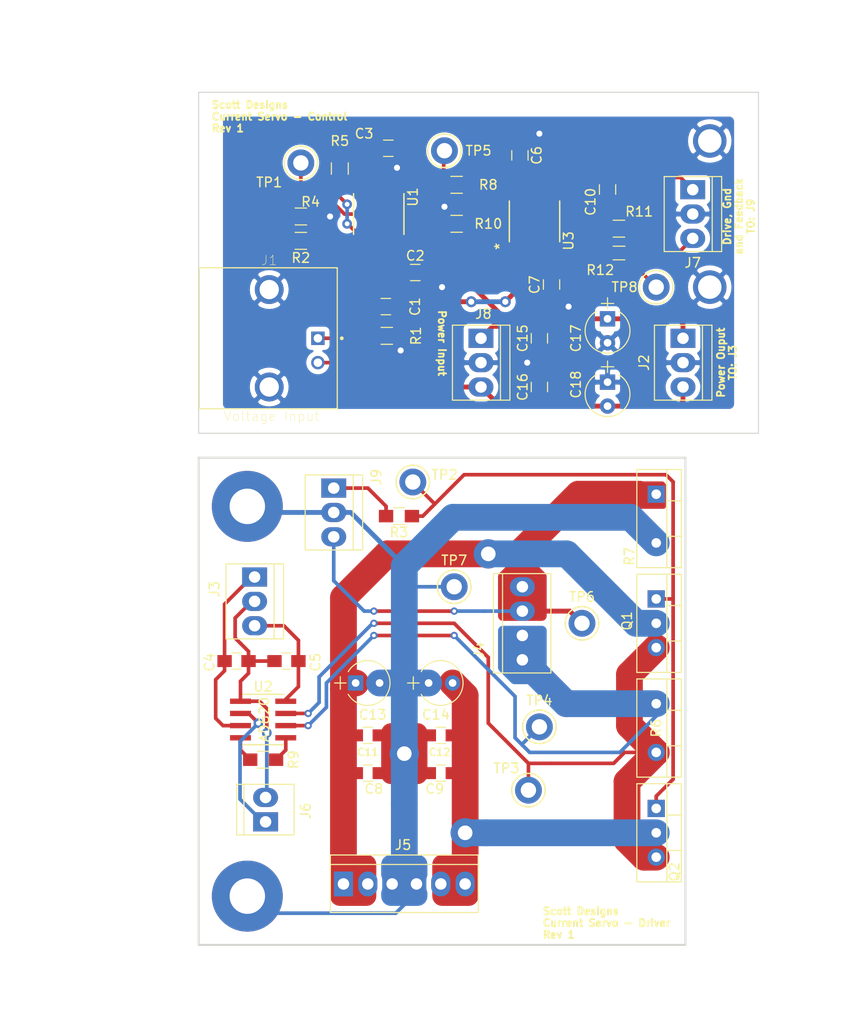
<source format=kicad_pcb>
(kicad_pcb (version 20171130) (host pcbnew "(5.1.2)-1")

  (general
    (thickness 1.6)
    (drawings 21)
    (tracks 298)
    (zones 0)
    (modules 56)
    (nets 29)
  )

  (page A4)
  (title_block
    (title "Revised Current Servo Circuit for Bias Coils")
    (date 2019-05-15)
    (rev 001)
    (company "Ye Group")
    (comment 1 "Initial Design by A. Kaufman, Regal Group")
    (comment 2 "Revision by J. Scott, Ye Group")
    (comment 3 "JILA, University of Colorado, Boulder")
  )

  (layers
    (0 F.Cu signal)
    (31 B.Cu signal)
    (36 B.SilkS user)
    (37 F.SilkS user)
    (38 B.Mask user)
    (39 F.Mask user)
    (41 Cmts.User user)
    (44 Edge.Cuts user)
    (45 Margin user)
    (46 B.CrtYd user)
    (47 F.CrtYd user)
    (48 B.Fab user)
    (49 F.Fab user hide)
  )

  (setup
    (last_trace_width 0.381)
    (trace_clearance 0.1778)
    (zone_clearance 0.508)
    (zone_45_only no)
    (trace_min 0.1524)
    (via_size 1.016)
    (via_drill 0.508)
    (via_min_size 0.508)
    (via_min_drill 0.254)
    (uvia_size 0.6858)
    (uvia_drill 0.3302)
    (uvias_allowed no)
    (uvia_min_size 0.508)
    (uvia_min_drill 0.254)
    (edge_width 0.05)
    (segment_width 0.2)
    (pcb_text_width 0.3)
    (pcb_text_size 1.5 1.5)
    (mod_edge_width 0.12)
    (mod_text_size 1 1)
    (mod_text_width 0.15)
    (pad_size 3.015 3.015)
    (pad_drill 2.01)
    (pad_to_mask_clearance 0.0508)
    (solder_mask_min_width 0.25)
    (aux_axis_origin 0 0)
    (grid_origin 43.18 71.12)
    (visible_elements 7FFFFFFF)
    (pcbplotparams
      (layerselection 0x010fc_ffffffff)
      (usegerberextensions false)
      (usegerberattributes false)
      (usegerberadvancedattributes false)
      (creategerberjobfile false)
      (excludeedgelayer true)
      (linewidth 0.100000)
      (plotframeref false)
      (viasonmask false)
      (mode 1)
      (useauxorigin false)
      (hpglpennumber 1)
      (hpglpenspeed 20)
      (hpglpendiameter 15.000000)
      (psnegative false)
      (psa4output false)
      (plotreference true)
      (plotvalue true)
      (plotinvisibletext false)
      (padsonsilk false)
      (subtractmaskfromsilk false)
      (outputformat 1)
      (mirror false)
      (drillshape 1)
      (scaleselection 1)
      (outputdirectory ""))
  )

  (net 0 "")
  (net 1 +15V)
  (net 2 GNDA)
  (net 3 "Net-(C5-Pad1)")
  (net 4 -15V)
  (net 5 GNDPWR)
  (net 6 +VHC)
  (net 7 -VHC)
  (net 8 SignalDrive)
  (net 9 SignalFeedback)
  (net 10 "Net-(Q1-Pad1)")
  (net 11 "Net-(Q1-Pad3)")
  (net 12 "Net-(R2-Pad1)")
  (net 13 "Net-(R5-Pad1)")
  (net 14 "Net-(R8-Pad2)")
  (net 15 /Coil_Source)
  (net 16 "Net-(C1-Pad1)")
  (net 17 "Net-(C4-Pad1)")
  (net 18 "Net-(C4-Pad2)")
  (net 19 "Net-(C10-Pad2)")
  (net 20 "Net-(C10-Pad1)")
  (net 21 "Net-(J1-Pad1)")
  (net 22 "Net-(J6-Pad1)")
  (net 23 "Net-(J7-Pad3)")
  (net 24 "Net-(R5-Pad2)")
  (net 25 "Net-(R10-Pad2)")
  (net 26 "Net-(R9-Pad2)")
  (net 27 "Net-(R9-Pad1)")
  (net 28 "Net-(R11-Pad1)")

  (net_class Default "This is the default net class."
    (clearance 0.1778)
    (trace_width 0.381)
    (via_dia 1.016)
    (via_drill 0.508)
    (uvia_dia 0.6858)
    (uvia_drill 0.3302)
    (add_net "Net-(C1-Pad1)")
    (add_net "Net-(C10-Pad1)")
    (add_net "Net-(C10-Pad2)")
    (add_net "Net-(C4-Pad1)")
    (add_net "Net-(C4-Pad2)")
    (add_net "Net-(C5-Pad1)")
    (add_net "Net-(J1-Pad1)")
    (add_net "Net-(J6-Pad1)")
    (add_net "Net-(J7-Pad3)")
    (add_net "Net-(Q1-Pad1)")
    (add_net "Net-(R10-Pad2)")
    (add_net "Net-(R11-Pad1)")
    (add_net "Net-(R2-Pad1)")
    (add_net "Net-(R5-Pad1)")
    (add_net "Net-(R5-Pad2)")
    (add_net "Net-(R8-Pad2)")
    (add_net "Net-(R9-Pad1)")
    (add_net "Net-(R9-Pad2)")
    (add_net SignalDrive)
  )

  (net_class High_I ""
    (clearance 0.1778)
    (trace_width 2.794)
    (via_dia 3.048)
    (via_drill 1.524)
    (uvia_dia 0.6858)
    (uvia_drill 0.3302)
    (add_net +VHC)
    (add_net -VHC)
    (add_net /Coil_Source)
    (add_net GNDPWR)
    (add_net "Net-(Q1-Pad3)")
    (add_net SignalFeedback)
  )

  (net_class Power ""
    (clearance 0.1778)
    (trace_width 0.508)
    (via_dia 1.143)
    (via_drill 0.635)
    (uvia_dia 0.6858)
    (uvia_drill 0.3302)
    (add_net +15V)
    (add_net -15V)
    (add_net GNDA)
  )

  (module footprints:Molex_KK-6410-04_04x2.54mm_Straight (layer F.Cu) (tedit 5D112675) (tstamp 5CDB6CF5)
    (at 102.362 94.742 90)
    (descr "Connector Headers with Friction Lock, 22-27-2041, http://www.molex.com/pdm_docs/sd/022272021_sd.pdf")
    (tags "connector molex kk_6410 22-27-2041")
    (path /5CDDF2E4)
    (fp_text reference J4 (at 1 -4.5 90) (layer F.SilkS)
      (effects (font (size 1 1) (thickness 0.15)))
    )
    (fp_text value Conn_01x04 (at 3.81 4.5 90) (layer F.Fab)
      (effects (font (size 1 1) (thickness 0.15)))
    )
    (fp_line (start 8.99 -2.0675) (end -1.37 -2.0675) (layer F.SilkS) (width 0.12))
    (fp_line (start -1.47 -3.12) (end -1.47 3.08) (layer F.Fab) (width 0.12))
    (fp_line (start -1.47 3.08) (end 9.09 3.08) (layer F.Fab) (width 0.12))
    (fp_line (start 9.09 3.08) (end 9.09 -3.12) (layer F.Fab) (width 0.12))
    (fp_line (start 9.09 -3.12) (end -1.47 -3.12) (layer F.Fab) (width 0.12))
    (fp_line (start -1.37 -3.02) (end -1.37 2.98) (layer F.SilkS) (width 0.12))
    (fp_line (start -1.37 2.98) (end 8.99 2.98) (layer F.SilkS) (width 0.12))
    (fp_line (start 8.99 2.98) (end 8.99 -3.02) (layer F.SilkS) (width 0.12))
    (fp_line (start 8.99 -3.02) (end -1.37 -3.02) (layer F.SilkS) (width 0.12))
    (fp_line (start -1.9 3.5) (end -1.9 -3.55) (layer F.CrtYd) (width 0.05))
    (fp_line (start -1.9 -3.55) (end 9.5 -3.55) (layer F.CrtYd) (width 0.05))
    (fp_line (start 9.5 -3.55) (end 9.5 3.5) (layer F.CrtYd) (width 0.05))
    (fp_line (start 9.5 3.5) (end -1.9 3.5) (layer F.CrtYd) (width 0.05))
    (fp_text user %R (at 3.81 0 90) (layer F.Fab)
      (effects (font (size 1 1) (thickness 0.15)))
    )
    (pad 1 thru_hole rect (at 0 0 90) (size 2 2.6) (drill 1.2) (layers *.Cu *.Mask)
      (net 15 /Coil_Source))
    (pad 2 thru_hole oval (at 2.54 0 90) (size 2 2.6) (drill 1.2) (layers *.Cu *.Mask)
      (net 15 /Coil_Source))
    (pad 3 thru_hole oval (at 5.08 0 90) (size 2 2.6) (drill 1.2) (layers *.Cu *.Mask)
      (net 9 SignalFeedback))
    (pad 4 thru_hole oval (at 7.62 0 90) (size 2 2.6) (drill 1.2) (layers *.Cu *.Mask)
      (net 9 SignalFeedback))
    (model ${KISYS3DMOD}/Connectors_Molex.3dshapes/Molex_KK-6410-04_04x2.54mm_Straight.wrl
      (at (xyz 0 0 0))
      (scale (xyz 1 1 1))
      (rotate (xyz 0 0 0))
    )
  )

  (module footprints:Molex_KK-6410-06_06x2.54mm_Straight (layer F.Cu) (tedit 5D1124AB) (tstamp 5CDB6D26)
    (at 83.693 118.11)
    (descr "Connector Headers with Friction Lock, 22-27-2061, http://www.molex.com/pdm_docs/sd/022272021_sd.pdf")
    (tags "connector molex kk_6410 22-27-2061")
    (path /5D1192EB)
    (fp_text reference J5 (at 6.223 -4.064 180) (layer F.SilkS)
      (effects (font (size 1 1) (thickness 0.15)))
    )
    (fp_text value Conn_01x06 (at 6.35 4.5) (layer F.Fab)
      (effects (font (size 1 1) (thickness 0.15)))
    )
    (fp_line (start 14.043 -2.032) (end -1.397 -2.032) (layer F.SilkS) (width 0.12))
    (fp_line (start -1.47 -3.12) (end -1.47 3.08) (layer F.Fab) (width 0.12))
    (fp_line (start -1.47 3.08) (end 14.17 3.08) (layer F.Fab) (width 0.12))
    (fp_line (start 14.17 3.08) (end 14.17 -3.12) (layer F.Fab) (width 0.12))
    (fp_line (start 14.17 -3.12) (end -1.47 -3.12) (layer F.Fab) (width 0.12))
    (fp_line (start -1.37 -3.02) (end -1.37 2.98) (layer F.SilkS) (width 0.12))
    (fp_line (start -1.37 2.98) (end 14.07 2.98) (layer F.SilkS) (width 0.12))
    (fp_line (start 14.07 2.98) (end 14.07 -3.02) (layer F.SilkS) (width 0.12))
    (fp_line (start 14.07 -3.02) (end -1.37 -3.02) (layer F.SilkS) (width 0.12))
    (fp_line (start -1.9 3.5) (end -1.9 -3.55) (layer F.CrtYd) (width 0.05))
    (fp_line (start -1.9 -3.55) (end 14.6 -3.55) (layer F.CrtYd) (width 0.05))
    (fp_line (start 14.6 -3.55) (end 14.6 3.5) (layer F.CrtYd) (width 0.05))
    (fp_line (start 14.6 3.5) (end -1.9 3.5) (layer F.CrtYd) (width 0.05))
    (pad 1 thru_hole rect (at 0 0) (size 2 2.6) (drill 1.2) (layers *.Cu *.Mask)
      (net 6 +VHC))
    (pad 2 thru_hole oval (at 2.54 0) (size 2 2.6) (drill 1.2) (layers *.Cu *.Mask)
      (net 6 +VHC))
    (pad 3 thru_hole oval (at 5.08 0) (size 2 2.6) (drill 1.2) (layers *.Cu *.Mask)
      (net 5 GNDPWR))
    (pad 4 thru_hole oval (at 7.62 0) (size 2 2.6) (drill 1.2) (layers *.Cu *.Mask)
      (net 5 GNDPWR))
    (pad 5 thru_hole oval (at 10.16 0) (size 2 2.6) (drill 1.2) (layers *.Cu *.Mask)
      (net 7 -VHC))
    (pad 6 thru_hole oval (at 12.7 0) (size 2 2.6) (drill 1.2) (layers *.Cu *.Mask)
      (net 7 -VHC))
    (model ${KISYS3DMOD}/Connectors_Molex.3dshapes/Molex_KK-6410-06_06x2.54mm_Straight.wrl
      (at (xyz 0 0 0))
      (scale (xyz 1 1 1))
      (rotate (xyz 0 0 0))
    )
  )

  (module footprints:Molex_KK-6410-02_02x2.54mm_Straight (layer F.Cu) (tedit 5D112443) (tstamp 5CDC78C7)
    (at 75.565 111.633 90)
    (descr "Connector Headers with Friction Lock, 22-27-2021, http://www.molex.com/pdm_docs/sd/022272021_sd.pdf")
    (tags "connector molex kk_6410 22-27-2021")
    (path /5CE4F29D)
    (fp_text reference J6 (at 1.143 4.191 90) (layer F.SilkS)
      (effects (font (size 1 1) (thickness 0.15)))
    )
    (fp_text value Conn_01x02 (at 1.27 4.5 90) (layer F.Fab)
      (effects (font (size 1 1) (thickness 0.15)))
    )
    (fp_line (start 3.91 -2.258) (end -1.37 -2.258) (layer F.SilkS) (width 0.12))
    (fp_text user %R (at 1.27 0 90) (layer F.Fab)
      (effects (font (size 1 1) (thickness 0.15)))
    )
    (fp_line (start 4.45 3.5) (end -1.9 3.5) (layer F.CrtYd) (width 0.05))
    (fp_line (start 4.45 -3.55) (end 4.45 3.5) (layer F.CrtYd) (width 0.05))
    (fp_line (start -1.9 -3.55) (end 4.45 -3.55) (layer F.CrtYd) (width 0.05))
    (fp_line (start -1.9 3.5) (end -1.9 -3.55) (layer F.CrtYd) (width 0.05))
    (fp_line (start 3.91 -3.02) (end -1.37 -3.02) (layer F.SilkS) (width 0.12))
    (fp_line (start 3.91 2.98) (end 3.91 -3.02) (layer F.SilkS) (width 0.12))
    (fp_line (start -1.37 2.98) (end 3.91 2.98) (layer F.SilkS) (width 0.12))
    (fp_line (start -1.37 -3.02) (end -1.37 2.98) (layer F.SilkS) (width 0.12))
    (fp_line (start 4.01 -3.12) (end -1.47 -3.12) (layer F.Fab) (width 0.12))
    (fp_line (start 4.01 3.08) (end 4.01 -3.12) (layer F.Fab) (width 0.12))
    (fp_line (start -1.47 3.08) (end 4.01 3.08) (layer F.Fab) (width 0.12))
    (fp_line (start -1.47 -3.12) (end -1.47 3.08) (layer F.Fab) (width 0.12))
    (pad 2 thru_hole oval (at 2.54 0 90) (size 2 2.6) (drill 1.2) (layers *.Cu *.Mask)
      (net 17 "Net-(C4-Pad1)"))
    (pad 1 thru_hole rect (at 0 0 90) (size 2 2.6) (drill 1.2) (layers *.Cu *.Mask)
      (net 22 "Net-(J6-Pad1)"))
    (model ${KISYS3DMOD}/Connectors_Molex.3dshapes/Molex_KK-6410-02_02x2.54mm_Straight.wrl
      (at (xyz 0 0 0))
      (scale (xyz 1 1 1))
      (rotate (xyz 0 0 0))
    )
  )

  (module footprints:Molex_KK-6410-03_03x2.54mm_Straight (layer F.Cu) (tedit 5D112389) (tstamp 5CDB6C3C)
    (at 120.142 45.72 270)
    (descr "Connector Headers with Friction Lock, 22-27-2031, http://www.molex.com/pdm_docs/sd/022272021_sd.pdf")
    (tags "connector molex kk_6410 22-27-2031")
    (path /5CE92D92)
    (fp_text reference J7 (at 7.62 0 180) (layer F.SilkS)
      (effects (font (size 1 1) (thickness 0.15)))
    )
    (fp_text value Conn_01x03 (at 2.54 4.5 90) (layer F.Fab) hide
      (effects (font (size 1 1) (thickness 0.15)))
    )
    (fp_line (start -1.3335 -2.032) (end 6.4135 -2.032) (layer F.SilkS) (width 0.12))
    (fp_line (start -1.47 -3.12) (end -1.47 3.08) (layer F.Fab) (width 0.12))
    (fp_line (start -1.47 3.08) (end 6.55 3.08) (layer F.Fab) (width 0.12))
    (fp_line (start 6.55 3.08) (end 6.55 -3.12) (layer F.Fab) (width 0.12))
    (fp_line (start 6.55 -3.12) (end -1.47 -3.12) (layer F.Fab) (width 0.12))
    (fp_line (start -1.37 -3.02) (end -1.37 2.98) (layer F.SilkS) (width 0.12))
    (fp_line (start -1.37 2.98) (end 6.45 2.98) (layer F.SilkS) (width 0.12))
    (fp_line (start 6.45 2.98) (end 6.45 -3.02) (layer F.SilkS) (width 0.12))
    (fp_line (start 6.45 -3.02) (end -1.37 -3.02) (layer F.SilkS) (width 0.12))
    (fp_line (start -1.9 3.5) (end -1.9 -3.55) (layer F.CrtYd) (width 0.05))
    (fp_line (start -1.9 -3.55) (end 7 -3.55) (layer F.CrtYd) (width 0.05))
    (fp_line (start 7 -3.55) (end 7 3.5) (layer F.CrtYd) (width 0.05))
    (fp_line (start 7 3.5) (end -1.9 3.5) (layer F.CrtYd) (width 0.05))
    (fp_text user %R (at 2.54 0 90) (layer F.Fab)
      (effects (font (size 1 1) (thickness 0.15)))
    )
    (pad 1 thru_hole rect (at 0 0 270) (size 2 2.6) (drill 1.2) (layers *.Cu *.Mask)
      (net 20 "Net-(C10-Pad1)"))
    (pad 2 thru_hole oval (at 2.54 0 270) (size 2 2.6) (drill 1.2) (layers *.Cu *.Mask)
      (net 2 GNDA))
    (pad 3 thru_hole oval (at 5.08 0 270) (size 2 2.6) (drill 1.2) (layers *.Cu *.Mask)
      (net 23 "Net-(J7-Pad3)"))
    (model ${KISYS3DMOD}/Connectors_Molex.3dshapes/Molex_KK-6410-03_03x2.54mm_Straight.wrl
      (at (xyz 0 0 0))
      (scale (xyz 1 1 1))
      (rotate (xyz 0 0 0))
    )
  )

  (module footprints:Molex_KK-6410-03_03x2.54mm_Straight (layer F.Cu) (tedit 5D112389) (tstamp 5CDBD84B)
    (at 98.044 61.214 270)
    (descr "Connector Headers with Friction Lock, 22-27-2031, http://www.molex.com/pdm_docs/sd/022272021_sd.pdf")
    (tags "connector molex kk_6410 22-27-2031")
    (path /5CEF84C2)
    (fp_text reference J8 (at -2.54 -0.254) (layer F.SilkS)
      (effects (font (size 1 1) (thickness 0.15)))
    )
    (fp_text value Conn_01x03 (at 2.54 4.5 270) (layer F.Fab) hide
      (effects (font (size 1 1) (thickness 0.15)))
    )
    (fp_line (start -1.3335 -2.032) (end 6.4135 -2.032) (layer F.SilkS) (width 0.12))
    (fp_line (start -1.47 -3.12) (end -1.47 3.08) (layer F.Fab) (width 0.12))
    (fp_line (start -1.47 3.08) (end 6.55 3.08) (layer F.Fab) (width 0.12))
    (fp_line (start 6.55 3.08) (end 6.55 -3.12) (layer F.Fab) (width 0.12))
    (fp_line (start 6.55 -3.12) (end -1.47 -3.12) (layer F.Fab) (width 0.12))
    (fp_line (start -1.37 -3.02) (end -1.37 2.98) (layer F.SilkS) (width 0.12))
    (fp_line (start -1.37 2.98) (end 6.45 2.98) (layer F.SilkS) (width 0.12))
    (fp_line (start 6.45 2.98) (end 6.45 -3.02) (layer F.SilkS) (width 0.12))
    (fp_line (start 6.45 -3.02) (end -1.37 -3.02) (layer F.SilkS) (width 0.12))
    (fp_line (start -1.9 3.5) (end -1.9 -3.55) (layer F.CrtYd) (width 0.05))
    (fp_line (start -1.9 -3.55) (end 7 -3.55) (layer F.CrtYd) (width 0.05))
    (fp_line (start 7 -3.55) (end 7 3.5) (layer F.CrtYd) (width 0.05))
    (fp_line (start 7 3.5) (end -1.9 3.5) (layer F.CrtYd) (width 0.05))
    (fp_text user %R (at 2.54 0 270) (layer F.Fab)
      (effects (font (size 1 1) (thickness 0.15)))
    )
    (pad 1 thru_hole rect (at 0 0 270) (size 2 2.6) (drill 1.2) (layers *.Cu *.Mask)
      (net 1 +15V))
    (pad 2 thru_hole oval (at 2.54 0 270) (size 2 2.6) (drill 1.2) (layers *.Cu *.Mask)
      (net 2 GNDA))
    (pad 3 thru_hole oval (at 5.08 0 270) (size 2 2.6) (drill 1.2) (layers *.Cu *.Mask)
      (net 4 -15V))
    (model ${KISYS3DMOD}/Connectors_Molex.3dshapes/Molex_KK-6410-03_03x2.54mm_Straight.wrl
      (at (xyz 0 0 0))
      (scale (xyz 1 1 1))
      (rotate (xyz 0 0 0))
    )
  )

  (module footprints:Molex_KK-6410-03_03x2.54mm_Straight (layer F.Cu) (tedit 5D112389) (tstamp 5CDB6C86)
    (at 119.126 61.214 270)
    (descr "Connector Headers with Friction Lock, 22-27-2031, http://www.molex.com/pdm_docs/sd/022272021_sd.pdf")
    (tags "connector molex kk_6410 22-27-2031")
    (path /5D01F2BF)
    (fp_text reference J2 (at 2.54 4.064 270) (layer F.SilkS)
      (effects (font (size 1 1) (thickness 0.15)))
    )
    (fp_text value Conn_01x03 (at 2.54 4.5 270) (layer F.Fab) hide
      (effects (font (size 1 1) (thickness 0.15)))
    )
    (fp_line (start -1.3335 -2.032) (end 6.4135 -2.032) (layer F.SilkS) (width 0.12))
    (fp_line (start -1.47 -3.12) (end -1.47 3.08) (layer F.Fab) (width 0.12))
    (fp_line (start -1.47 3.08) (end 6.55 3.08) (layer F.Fab) (width 0.12))
    (fp_line (start 6.55 3.08) (end 6.55 -3.12) (layer F.Fab) (width 0.12))
    (fp_line (start 6.55 -3.12) (end -1.47 -3.12) (layer F.Fab) (width 0.12))
    (fp_line (start -1.37 -3.02) (end -1.37 2.98) (layer F.SilkS) (width 0.12))
    (fp_line (start -1.37 2.98) (end 6.45 2.98) (layer F.SilkS) (width 0.12))
    (fp_line (start 6.45 2.98) (end 6.45 -3.02) (layer F.SilkS) (width 0.12))
    (fp_line (start 6.45 -3.02) (end -1.37 -3.02) (layer F.SilkS) (width 0.12))
    (fp_line (start -1.9 3.5) (end -1.9 -3.55) (layer F.CrtYd) (width 0.05))
    (fp_line (start -1.9 -3.55) (end 7 -3.55) (layer F.CrtYd) (width 0.05))
    (fp_line (start 7 -3.55) (end 7 3.5) (layer F.CrtYd) (width 0.05))
    (fp_line (start 7 3.5) (end -1.9 3.5) (layer F.CrtYd) (width 0.05))
    (pad 1 thru_hole rect (at 0 0 270) (size 2 2.6) (drill 1.2) (layers *.Cu *.Mask)
      (net 1 +15V))
    (pad 2 thru_hole oval (at 2.54 0 270) (size 2 2.6) (drill 1.2) (layers *.Cu *.Mask)
      (net 2 GNDA))
    (pad 3 thru_hole oval (at 5.08 0 270) (size 2 2.6) (drill 1.2) (layers *.Cu *.Mask)
      (net 4 -15V))
    (model ${KISYS3DMOD}/Connectors_Molex.3dshapes/Molex_KK-6410-03_03x2.54mm_Straight.wrl
      (at (xyz 0 0 0))
      (scale (xyz 1 1 1))
      (rotate (xyz 0 0 0))
    )
  )

  (module footprints:Molex_KK-6410-03_03x2.54mm_Straight (layer F.Cu) (tedit 5D112389) (tstamp 5CDB84B1)
    (at 82.677 76.835 270)
    (descr "Connector Headers with Friction Lock, 22-27-2031, http://www.molex.com/pdm_docs/sd/022272021_sd.pdf")
    (tags "connector molex kk_6410 22-27-2031")
    (path /5CE9F0BC)
    (fp_text reference J9 (at -1.143 -4.445 270) (layer F.SilkS)
      (effects (font (size 1 1) (thickness 0.15)))
    )
    (fp_text value Conn_01x03 (at 2.54 4.5 270) (layer F.Fab)
      (effects (font (size 1 1) (thickness 0.15)))
    )
    (fp_line (start -1.3335 -2.032) (end 6.4135 -2.032) (layer F.SilkS) (width 0.12))
    (fp_line (start -1.47 -3.12) (end -1.47 3.08) (layer F.Fab) (width 0.12))
    (fp_line (start -1.47 3.08) (end 6.55 3.08) (layer F.Fab) (width 0.12))
    (fp_line (start 6.55 3.08) (end 6.55 -3.12) (layer F.Fab) (width 0.12))
    (fp_line (start 6.55 -3.12) (end -1.47 -3.12) (layer F.Fab) (width 0.12))
    (fp_line (start -1.37 -3.02) (end -1.37 2.98) (layer F.SilkS) (width 0.12))
    (fp_line (start -1.37 2.98) (end 6.45 2.98) (layer F.SilkS) (width 0.12))
    (fp_line (start 6.45 2.98) (end 6.45 -3.02) (layer F.SilkS) (width 0.12))
    (fp_line (start 6.45 -3.02) (end -1.37 -3.02) (layer F.SilkS) (width 0.12))
    (fp_line (start -1.9 3.5) (end -1.9 -3.55) (layer F.CrtYd) (width 0.05))
    (fp_line (start -1.9 -3.55) (end 7 -3.55) (layer F.CrtYd) (width 0.05))
    (fp_line (start 7 -3.55) (end 7 3.5) (layer F.CrtYd) (width 0.05))
    (fp_line (start 7 3.5) (end -1.9 3.5) (layer F.CrtYd) (width 0.05))
    (fp_text user %R (at 2.54 0 270) (layer F.Fab)
      (effects (font (size 1 1) (thickness 0.15)))
    )
    (pad 1 thru_hole rect (at 0 0 270) (size 2 2.6) (drill 1.2) (layers *.Cu *.Mask)
      (net 8 SignalDrive))
    (pad 2 thru_hole oval (at 2.54 0 270) (size 2 2.6) (drill 1.2) (layers *.Cu *.Mask)
      (net 5 GNDPWR))
    (pad 3 thru_hole oval (at 5.08 0 270) (size 2 2.6) (drill 1.2) (layers *.Cu *.Mask)
      (net 9 SignalFeedback))
    (model ${KISYS3DMOD}/Connectors_Molex.3dshapes/Molex_KK-6410-03_03x2.54mm_Straight.wrl
      (at (xyz 0 0 0))
      (scale (xyz 1 1 1))
      (rotate (xyz 0 0 0))
    )
  )

  (module footprints:Molex_KK-6410-03_03x2.54mm_Straight (layer F.Cu) (tedit 5D112389) (tstamp 5CDB7F3D)
    (at 74.422 86.106 270)
    (descr "Connector Headers with Friction Lock, 22-27-2031, http://www.molex.com/pdm_docs/sd/022272021_sd.pdf")
    (tags "connector molex kk_6410 22-27-2031")
    (path /5CF933B0)
    (fp_text reference J3 (at 1.27 4.191 270) (layer F.SilkS)
      (effects (font (size 1 1) (thickness 0.15)))
    )
    (fp_text value Conn_01x03 (at 2.54 4.5 270) (layer F.Fab)
      (effects (font (size 1 1) (thickness 0.15)))
    )
    (fp_line (start -1.3335 -2.032) (end 6.4135 -2.032) (layer F.SilkS) (width 0.12))
    (fp_line (start -1.47 -3.12) (end -1.47 3.08) (layer F.Fab) (width 0.12))
    (fp_line (start -1.47 3.08) (end 6.55 3.08) (layer F.Fab) (width 0.12))
    (fp_line (start 6.55 3.08) (end 6.55 -3.12) (layer F.Fab) (width 0.12))
    (fp_line (start 6.55 -3.12) (end -1.47 -3.12) (layer F.Fab) (width 0.12))
    (fp_line (start -1.37 -3.02) (end -1.37 2.98) (layer F.SilkS) (width 0.12))
    (fp_line (start -1.37 2.98) (end 6.45 2.98) (layer F.SilkS) (width 0.12))
    (fp_line (start 6.45 2.98) (end 6.45 -3.02) (layer F.SilkS) (width 0.12))
    (fp_line (start 6.45 -3.02) (end -1.37 -3.02) (layer F.SilkS) (width 0.12))
    (fp_line (start -1.9 3.5) (end -1.9 -3.55) (layer F.CrtYd) (width 0.05))
    (fp_line (start -1.9 -3.55) (end 7 -3.55) (layer F.CrtYd) (width 0.05))
    (fp_line (start 7 -3.55) (end 7 3.5) (layer F.CrtYd) (width 0.05))
    (fp_line (start 7 3.5) (end -1.9 3.5) (layer F.CrtYd) (width 0.05))
    (fp_text user %R (at 2.54 0 270) (layer F.Fab)
      (effects (font (size 1 1) (thickness 0.15)))
    )
    (pad 1 thru_hole rect (at 0 0 270) (size 2 2.6) (drill 1.2) (layers *.Cu *.Mask)
      (net 18 "Net-(C4-Pad2)"))
    (pad 2 thru_hole oval (at 2.54 0 270) (size 2 2.6) (drill 1.2) (layers *.Cu *.Mask)
      (net 17 "Net-(C4-Pad1)"))
    (pad 3 thru_hole oval (at 5.08 0 270) (size 2 2.6) (drill 1.2) (layers *.Cu *.Mask)
      (net 3 "Net-(C5-Pad1)"))
    (model ${KISYS3DMOD}/Connectors_Molex.3dshapes/Molex_KK-6410-03_03x2.54mm_Straight.wrl
      (at (xyz 0 0 0))
      (scale (xyz 1 1 1))
      (rotate (xyz 0 0 0))
    )
  )

  (module Resistor_SMD:R_0805_2012Metric_Pad1.15x1.40mm_HandSolder (layer F.Cu) (tedit 5CDF3A18) (tstamp 5CDF4E57)
    (at 112.442 52.324)
    (descr "Resistor SMD 0805 (2012 Metric), square (rectangular) end terminal, IPC_7351 nominal with elongated pad for handsoldering. (Body size source: https://docs.google.com/spreadsheets/d/1BsfQQcO9C6DZCsRaXUlFlo91Tg2WpOkGARC1WS5S8t0/edit?usp=sharing), generated with kicad-footprint-generator")
    (tags "resistor handsolder")
    (path /5CDFEC64)
    (attr smd)
    (fp_text reference R12 (at -1.952 1.778) (layer F.SilkS)
      (effects (font (size 1 1) (thickness 0.15)))
    )
    (fp_text value 2k (at 0 1.65) (layer F.Fab)
      (effects (font (size 1 1) (thickness 0.15)))
    )
    (fp_text user %R (at 0 0) (layer F.Fab)
      (effects (font (size 0.5 0.5) (thickness 0.08)))
    )
    (fp_line (start 2.54 0.95) (end -2.54 0.95) (layer F.CrtYd) (width 0.05))
    (fp_line (start 2.54 -0.95) (end 2.54 0.95) (layer F.CrtYd) (width 0.05))
    (fp_line (start -2.54 -0.95) (end 2.54 -0.95) (layer F.CrtYd) (width 0.05))
    (fp_line (start -2.54 0.95) (end -2.54 -0.95) (layer F.CrtYd) (width 0.05))
    (fp_line (start -0.6096 -0.7112) (end 0.62992 -0.7112) (layer F.SilkS) (width 0.12))
    (fp_line (start 1 0.6) (end -1 0.6) (layer F.Fab) (width 0.1))
    (fp_line (start 1 -0.6) (end 1 0.6) (layer F.Fab) (width 0.1))
    (fp_line (start -1 0.6) (end -1 -0.6) (layer F.Fab) (width 0.1))
    (fp_line (start -0.6096 0.7112) (end 0.6096 0.7112) (layer F.SilkS) (width 0.12))
    (pad 2 smd rect (at 1.35 0) (size 1.5 1.3) (layers F.Cu F.Paste F.Mask)
      (net 23 "Net-(J7-Pad3)"))
    (pad 1 smd rect (at -1.35 0) (size 1.5 1.3) (layers F.Cu F.Paste F.Mask)
      (net 28 "Net-(R11-Pad1)"))
    (model ${KISYS3DMOD}/Resistor_SMD.3dshapes/R_0805_2012Metric.wrl
      (at (xyz 0 0 0))
      (scale (xyz 1 1 1))
      (rotate (xyz 0 0 0))
    )
  )

  (module footprints:OP27GSZ (layer F.Cu) (tedit 0) (tstamp 5CDE16EA)
    (at 103.632 49.022 90)
    (path /5CDF0FC8)
    (fp_text reference U3 (at -2.032 3.556 90) (layer F.SilkS)
      (effects (font (size 1 1) (thickness 0.15)))
    )
    (fp_text value OP27 (at 0 0 180) (layer Cmts.User) hide
      (effects (font (size 1 1) (thickness 0.15)))
    )
    (fp_text user * (at -2.6162 -3.6068 90) (layer F.SilkS)
      (effects (font (size 1 1) (thickness 0.15)))
    )
    (fp_text user * (at -1.6129 -2.4257 90) (layer F.Fab)
      (effects (font (size 1 1) (thickness 0.15)))
    )
    (fp_line (start -1.9939 -1.651) (end -1.9939 -2.159) (layer F.Fab) (width 0.1524))
    (fp_line (start -1.9939 -2.159) (end -3.0988 -2.159) (layer F.Fab) (width 0.1524))
    (fp_line (start -3.0988 -2.159) (end -3.0988 -1.651) (layer F.Fab) (width 0.1524))
    (fp_line (start -3.0988 -1.651) (end -1.9939 -1.651) (layer F.Fab) (width 0.1524))
    (fp_line (start -1.9939 -0.381) (end -1.9939 -0.889) (layer F.Fab) (width 0.1524))
    (fp_line (start -1.9939 -0.889) (end -3.0988 -0.889) (layer F.Fab) (width 0.1524))
    (fp_line (start -3.0988 -0.889) (end -3.0988 -0.381) (layer F.Fab) (width 0.1524))
    (fp_line (start -3.0988 -0.381) (end -1.9939 -0.381) (layer F.Fab) (width 0.1524))
    (fp_line (start -1.9939 0.889) (end -1.9939 0.381) (layer F.Fab) (width 0.1524))
    (fp_line (start -1.9939 0.381) (end -3.0988 0.381) (layer F.Fab) (width 0.1524))
    (fp_line (start -3.0988 0.381) (end -3.0988 0.889) (layer F.Fab) (width 0.1524))
    (fp_line (start -3.0988 0.889) (end -1.9939 0.889) (layer F.Fab) (width 0.1524))
    (fp_line (start -1.9939 2.159) (end -1.9939 1.651) (layer F.Fab) (width 0.1524))
    (fp_line (start -1.9939 1.651) (end -3.0988 1.651) (layer F.Fab) (width 0.1524))
    (fp_line (start -3.0988 1.651) (end -3.0988 2.159) (layer F.Fab) (width 0.1524))
    (fp_line (start -3.0988 2.159) (end -1.9939 2.159) (layer F.Fab) (width 0.1524))
    (fp_line (start 1.9939 1.651) (end 1.9939 2.159) (layer F.Fab) (width 0.1524))
    (fp_line (start 1.9939 2.159) (end 3.0988 2.159) (layer F.Fab) (width 0.1524))
    (fp_line (start 3.0988 2.159) (end 3.0988 1.651) (layer F.Fab) (width 0.1524))
    (fp_line (start 3.0988 1.651) (end 1.9939 1.651) (layer F.Fab) (width 0.1524))
    (fp_line (start 1.9939 0.381) (end 1.9939 0.889) (layer F.Fab) (width 0.1524))
    (fp_line (start 1.9939 0.889) (end 3.0988 0.889) (layer F.Fab) (width 0.1524))
    (fp_line (start 3.0988 0.889) (end 3.0988 0.381) (layer F.Fab) (width 0.1524))
    (fp_line (start 3.0988 0.381) (end 1.9939 0.381) (layer F.Fab) (width 0.1524))
    (fp_line (start 1.9939 -0.889) (end 1.9939 -0.381) (layer F.Fab) (width 0.1524))
    (fp_line (start 1.9939 -0.381) (end 3.0988 -0.381) (layer F.Fab) (width 0.1524))
    (fp_line (start 3.0988 -0.381) (end 3.0988 -0.889) (layer F.Fab) (width 0.1524))
    (fp_line (start 3.0988 -0.889) (end 1.9939 -0.889) (layer F.Fab) (width 0.1524))
    (fp_line (start 1.9939 -2.159) (end 1.9939 -1.651) (layer F.Fab) (width 0.1524))
    (fp_line (start 1.9939 -1.651) (end 3.0988 -1.651) (layer F.Fab) (width 0.1524))
    (fp_line (start 3.0988 -1.651) (end 3.0988 -2.159) (layer F.Fab) (width 0.1524))
    (fp_line (start 3.0988 -2.159) (end 1.9939 -2.159) (layer F.Fab) (width 0.1524))
    (fp_line (start -2.1209 2.6289) (end 2.1209 2.6289) (layer F.SilkS) (width 0.1524))
    (fp_line (start 2.1209 -2.6289) (end -2.1209 -2.6289) (layer F.SilkS) (width 0.1524))
    (fp_line (start -1.9939 2.5019) (end 1.9939 2.5019) (layer F.Fab) (width 0.1524))
    (fp_line (start 1.9939 2.5019) (end 1.9939 -2.5019) (layer F.Fab) (width 0.1524))
    (fp_line (start 1.9939 -2.5019) (end -1.9939 -2.5019) (layer F.Fab) (width 0.1524))
    (fp_line (start -1.9939 -2.5019) (end -1.9939 2.5019) (layer F.Fab) (width 0.1524))
    (fp_line (start -3.7084 2.4384) (end -3.7084 -2.4384) (layer F.CrtYd) (width 0.1524))
    (fp_line (start -3.7084 -2.4384) (end -2.2479 -2.4384) (layer F.CrtYd) (width 0.1524))
    (fp_line (start -2.2479 -2.4384) (end -2.2479 -2.7559) (layer F.CrtYd) (width 0.1524))
    (fp_line (start -2.2479 -2.7559) (end 2.2479 -2.7559) (layer F.CrtYd) (width 0.1524))
    (fp_line (start 2.2479 -2.7559) (end 2.2479 -2.4384) (layer F.CrtYd) (width 0.1524))
    (fp_line (start 2.2479 -2.4384) (end 3.7084 -2.4384) (layer F.CrtYd) (width 0.1524))
    (fp_line (start 3.7084 -2.4384) (end 3.7084 2.4384) (layer F.CrtYd) (width 0.1524))
    (fp_line (start 3.7084 2.4384) (end 2.2479 2.4384) (layer F.CrtYd) (width 0.1524))
    (fp_line (start 2.2479 2.4384) (end 2.2479 2.7559) (layer F.CrtYd) (width 0.1524))
    (fp_line (start 2.2479 2.7559) (end -2.2479 2.7559) (layer F.CrtYd) (width 0.1524))
    (fp_line (start -2.2479 2.7559) (end -2.2479 2.4384) (layer F.CrtYd) (width 0.1524))
    (fp_line (start -2.2479 2.4384) (end -3.7084 2.4384) (layer F.CrtYd) (width 0.1524))
    (fp_arc (start 0 -2.5019) (end 0.3048 -2.5019) (angle 180) (layer F.Fab) (width 0.1524))
    (pad 1 smd rect (at -2.3622 -1.905 90) (size 2.1844 0.5588) (layers F.Cu F.Paste F.Mask))
    (pad 2 smd rect (at -2.3622 -0.635 90) (size 2.1844 0.5588) (layers F.Cu F.Paste F.Mask)
      (net 28 "Net-(R11-Pad1)"))
    (pad 3 smd rect (at -2.3622 0.635 90) (size 2.1844 0.5588) (layers F.Cu F.Paste F.Mask)
      (net 25 "Net-(R10-Pad2)"))
    (pad 4 smd rect (at -2.3622 1.905 90) (size 2.1844 0.5588) (layers F.Cu F.Paste F.Mask)
      (net 4 -15V))
    (pad 5 smd rect (at 2.3622 1.905 90) (size 2.1844 0.5588) (layers F.Cu F.Paste F.Mask))
    (pad 6 smd rect (at 2.3622 0.635 90) (size 2.1844 0.5588) (layers F.Cu F.Paste F.Mask)
      (net 20 "Net-(C10-Pad1)"))
    (pad 7 smd rect (at 2.3622 -0.635 90) (size 2.1844 0.5588) (layers F.Cu F.Paste F.Mask)
      (net 1 +15V))
    (pad 8 smd rect (at 2.3622 -1.905 90) (size 2.1844 0.5588) (layers F.Cu F.Paste F.Mask))
  )

  (module Resistors_SMD:R_0805_HandSoldering (layer F.Cu) (tedit 58E0A804) (tstamp 5CDB6D6B)
    (at 88.218 60.96)
    (descr "Resistor SMD 0805, hand soldering")
    (tags "resistor 0805")
    (path /5CB0BFE3)
    (attr smd)
    (fp_text reference R1 (at 3.048 0 90) (layer F.SilkS)
      (effects (font (size 1 1) (thickness 0.15)))
    )
    (fp_text value 5.49k (at 0 1.75) (layer F.Fab)
      (effects (font (size 1 1) (thickness 0.15)))
    )
    (fp_line (start -1 0.62) (end -1 -0.62) (layer F.Fab) (width 0.1))
    (fp_line (start 1 0.62) (end -1 0.62) (layer F.Fab) (width 0.1))
    (fp_line (start 1 -0.62) (end 1 0.62) (layer F.Fab) (width 0.1))
    (fp_line (start -1 -0.62) (end 1 -0.62) (layer F.Fab) (width 0.1))
    (fp_line (start 0.6 0.88) (end -0.6 0.88) (layer F.SilkS) (width 0.12))
    (fp_line (start -0.6 -0.88) (end 0.6 -0.88) (layer F.SilkS) (width 0.12))
    (fp_line (start -2.35 -0.9) (end 2.35 -0.9) (layer F.CrtYd) (width 0.05))
    (fp_line (start -2.35 -0.9) (end -2.35 0.9) (layer F.CrtYd) (width 0.05))
    (fp_line (start 2.35 0.9) (end 2.35 -0.9) (layer F.CrtYd) (width 0.05))
    (fp_line (start 2.35 0.9) (end -2.35 0.9) (layer F.CrtYd) (width 0.05))
    (pad 1 smd rect (at -1.35 0) (size 1.5 1.3) (layers F.Cu F.Paste F.Mask)
      (net 16 "Net-(C1-Pad1)"))
    (pad 2 smd rect (at 1.35 0) (size 1.5 1.3) (layers F.Cu F.Paste F.Mask)
      (net 2 GNDA))
    (model ${KISYS3DMOD}/Resistors_SMD.3dshapes/R_0805.wrl
      (at (xyz 0 0 0))
      (scale (xyz 1 1 1))
      (rotate (xyz 0 0 0))
    )
  )

  (module BNC_Conn:CONN_1-1337543-0 (layer F.Cu) (tedit 5CDF3AA1) (tstamp 5CDC0DEF)
    (at 81.026 61.214)
    (path /5CB0FCB3)
    (fp_text reference J1 (at -5.08 -8.128) (layer F.SilkS)
      (effects (font (size 1.00188 1.00188) (thickness 0.05)))
    )
    (fp_text value "Voltage Input" (at -4.826 8.128) (layer F.SilkS)
      (effects (font (size 1.00093 1.00093) (thickness 0.05)))
    )
    (fp_line (start -33.15 5.75) (end -33.15 -5.75) (layer Eco1.User) (width 0.05))
    (fp_line (start -12.63 5.75) (end -33.15 5.75) (layer Eco1.User) (width 0.05))
    (fp_line (start -12.63 7.6) (end -12.63 5.75) (layer Eco1.User) (width 0.05))
    (fp_line (start 2.27 7.6) (end -12.63 7.6) (layer Eco1.User) (width 0.05))
    (fp_line (start 2.27 -7.6) (end 2.27 7.6) (layer Eco1.User) (width 0.05))
    (fp_line (start -12.63 -7.6) (end 2.27 -7.6) (layer Eco1.User) (width 0.05))
    (fp_line (start -12.63 -5.75) (end -12.63 -7.6) (layer Eco1.User) (width 0.05))
    (fp_line (start -33.15 -5.75) (end -12.63 -5.75) (layer Eco1.User) (width 0.05))
    (fp_circle (center 2.492 0) (end 2.592 0) (layer F.SilkS) (width 0.2))
    (fp_line (start -13 -5.5) (end -13 5.5) (layer Eco2.User) (width 0.127))
    (fp_line (start -13.5 -5.5) (end -13.5 5.5) (layer Eco2.User) (width 0.127))
    (fp_line (start -14 -5.5) (end -14 5.5) (layer Eco2.User) (width 0.127))
    (fp_line (start -14.5 -5.5) (end -14.5 5.5) (layer Eco2.User) (width 0.127))
    (fp_line (start -15 -5.5) (end -15 5.5) (layer Eco2.User) (width 0.127))
    (fp_line (start -15.5 -5.5) (end -15.5 5.5) (layer Eco2.User) (width 0.127))
    (fp_line (start -16 -5.5) (end -16 5.5) (layer Eco2.User) (width 0.127))
    (fp_line (start -16.5 -5.5) (end -16.5 5.5) (layer Eco2.User) (width 0.127))
    (fp_line (start -17 -5.5) (end -17 5.5) (layer Eco2.User) (width 0.127))
    (fp_line (start -17.5 -5.5) (end -17.5 5.5) (layer Eco2.User) (width 0.127))
    (fp_line (start -18 -5.5) (end -18 5.5) (layer Eco2.User) (width 0.127))
    (fp_line (start -18.5 -5.5) (end -18.5 5.5) (layer Eco2.User) (width 0.127))
    (fp_line (start -19.5 -5.5) (end -19.5 5.5) (layer Eco2.User) (width 0.127))
    (fp_line (start -19 -5.5) (end -19 5.5) (layer Eco2.User) (width 0.127))
    (fp_line (start -20 -5.5) (end -20 5.5) (layer Eco2.User) (width 0.127))
    (fp_line (start -20.5 -5.5) (end -20.5 5.5) (layer Eco2.User) (width 0.127))
    (fp_line (start -20.9 -5.5) (end -20.9 5.5) (layer Eco2.User) (width 0.127))
    (fp_line (start -29.21 5.5) (end -29.21 4.8) (layer Eco2.User) (width 0.127))
    (fp_line (start -30.48 5.5) (end -29.21 5.5) (layer Eco2.User) (width 0.127))
    (fp_line (start -30.48 4.8) (end -30.48 5.5) (layer Eco2.User) (width 0.127))
    (fp_line (start -29.21 -5.5) (end -29.21 -4.8) (layer Eco2.User) (width 0.127))
    (fp_line (start -30.48 -5.5) (end -29.21 -5.5) (layer Eco2.User) (width 0.127))
    (fp_line (start -30.48 -5.5) (end -30.48 -4.8) (layer Eco2.User) (width 0.127))
    (fp_line (start -29.21 4.8) (end -20.9 4.8) (layer Eco2.User) (width 0.127))
    (fp_line (start -30.48 4.8) (end -29.21 4.8) (layer Eco2.User) (width 0.127))
    (fp_line (start -32.9 4.8) (end -30.48 4.8) (layer Eco2.User) (width 0.127))
    (fp_line (start -32.9 -4.8) (end -32.9 4.8) (layer Eco2.User) (width 0.127))
    (fp_line (start -30.48 -4.8) (end -32.9 -4.8) (layer Eco2.User) (width 0.127))
    (fp_line (start -29.21 -4.8) (end -30.48 -4.8) (layer Eco2.User) (width 0.127))
    (fp_line (start -20.9 -4.8) (end -29.21 -4.8) (layer Eco2.User) (width 0.127))
    (fp_line (start -13 5.5) (end -12.38 5.5) (layer Eco2.User) (width 0.127))
    (fp_line (start -13.5 5.5) (end -13 5.5) (layer Eco2.User) (width 0.127))
    (fp_line (start -14 5.5) (end -13.5 5.5) (layer Eco2.User) (width 0.127))
    (fp_line (start -14.5 5.5) (end -14 5.5) (layer Eco2.User) (width 0.127))
    (fp_line (start -15 5.5) (end -14.5 5.5) (layer Eco2.User) (width 0.127))
    (fp_line (start -15.5 5.5) (end -15 5.5) (layer Eco2.User) (width 0.127))
    (fp_line (start -16 5.5) (end -15.5 5.5) (layer Eco2.User) (width 0.127))
    (fp_line (start -16.5 5.5) (end -16 5.5) (layer Eco2.User) (width 0.127))
    (fp_line (start -17 5.5) (end -16.5 5.5) (layer Eco2.User) (width 0.127))
    (fp_line (start -17.5 5.5) (end -17 5.5) (layer Eco2.User) (width 0.127))
    (fp_line (start -18 5.5) (end -17.5 5.5) (layer Eco2.User) (width 0.127))
    (fp_line (start -18.5 5.5) (end -18 5.5) (layer Eco2.User) (width 0.127))
    (fp_line (start -19 5.5) (end -18.5 5.5) (layer Eco2.User) (width 0.127))
    (fp_line (start -19.5 5.5) (end -19 5.5) (layer Eco2.User) (width 0.127))
    (fp_line (start -20 5.5) (end -19.5 5.5) (layer Eco2.User) (width 0.127))
    (fp_line (start -20.5 5.5) (end -20 5.5) (layer Eco2.User) (width 0.127))
    (fp_line (start -20.9 5.5) (end -20.5 5.5) (layer Eco2.User) (width 0.127))
    (fp_line (start -20.5 -5.5) (end -20.9 -5.5) (layer Eco2.User) (width 0.127))
    (fp_line (start -20 -5.5) (end -20.5 -5.5) (layer Eco2.User) (width 0.127))
    (fp_line (start -19.5 -5.5) (end -20 -5.5) (layer Eco2.User) (width 0.127))
    (fp_line (start -19 -5.5) (end -19.5 -5.5) (layer Eco2.User) (width 0.127))
    (fp_line (start -18.5 -5.5) (end -19 -5.5) (layer Eco2.User) (width 0.127))
    (fp_line (start -18 -5.5) (end -18.5 -5.5) (layer Eco2.User) (width 0.127))
    (fp_line (start -17.5 -5.5) (end -18 -5.5) (layer Eco2.User) (width 0.127))
    (fp_line (start -17 -5.5) (end -17.5 -5.5) (layer Eco2.User) (width 0.127))
    (fp_line (start -16.5 -5.5) (end -17 -5.5) (layer Eco2.User) (width 0.127))
    (fp_line (start -16 -5.5) (end -16.5 -5.5) (layer Eco2.User) (width 0.127))
    (fp_line (start -15.5 -5.5) (end -16 -5.5) (layer Eco2.User) (width 0.127))
    (fp_line (start -15 -5.5) (end -15.5 -5.5) (layer Eco2.User) (width 0.127))
    (fp_line (start -14.5 -5.5) (end -15 -5.5) (layer Eco2.User) (width 0.127))
    (fp_line (start -14 -5.5) (end -14.5 -5.5) (layer Eco2.User) (width 0.127))
    (fp_line (start -13.5 -5.5) (end -14 -5.5) (layer Eco2.User) (width 0.127))
    (fp_line (start -13 -5.5) (end -13.5 -5.5) (layer Eco2.User) (width 0.127))
    (fp_line (start -12.38 -5.5) (end -13 -5.5) (layer Eco2.User) (width 0.127))
    (fp_line (start -12.38 -5.5) (end -12.38 -7.35) (layer Eco2.User) (width 0.127))
    (fp_line (start -12.38 5.5) (end -12.38 -5.5) (layer Eco2.User) (width 0.127))
    (fp_line (start -12.38 7.35) (end -12.38 5.5) (layer Eco2.User) (width 0.127))
    (fp_line (start 2.02 7.35) (end -12.38 7.35) (layer Eco2.User) (width 0.127))
    (fp_line (start 2.02 -7.35) (end 2.02 7.35) (layer Eco2.User) (width 0.127))
    (fp_line (start -12.38 -7.35) (end 2.02 -7.35) (layer Eco2.User) (width 0.127))
    (fp_line (start -12.38 -5.5) (end -12.38 -7.35) (layer F.SilkS) (width 0.127))
    (fp_line (start -12.38 5.5) (end -12.38 -5.5) (layer F.SilkS) (width 0.127))
    (fp_line (start -12.38 7.35) (end -12.38 5.5) (layer F.SilkS) (width 0.127))
    (fp_line (start 2.02 7.35) (end -12.38 7.35) (layer F.SilkS) (width 0.127))
    (fp_line (start 2.02 -7.35) (end 2.02 7.35) (layer F.SilkS) (width 0.127))
    (fp_line (start -12.38 -7.35) (end 2.02 -7.35) (layer F.SilkS) (width 0.127))
    (pad P2 thru_hole circle (at -5.08 -5.08 90) (size 3.015 3.015) (drill 2.01) (layers *.Cu *.Mask)
      (net 2 GNDA))
    (pad P1 thru_hole circle (at -5.08 5.08 90) (size 3.015 3.015) (drill 2.01) (layers *.Cu *.Mask)
      (net 2 GNDA))
    (pad 2 thru_hole circle (at 0 2.54 90) (size 1.398 1.398) (drill 0.89) (layers *.Cu *.Mask)
      (net 16 "Net-(C1-Pad1)"))
    (pad 1 thru_hole rect (at 0 0 90) (size 1.398 1.398) (drill 0.89) (layers *.Cu *.Mask)
      (net 21 "Net-(J1-Pad1)"))
  )

  (module UL_Footprints:MountingHole_4-40 (layer F.Cu) (tedit 5CDBAFD7) (tstamp 5CDC7D95)
    (at 121.92 40.64)
    (fp_text reference REF** (at 0 2.54) (layer F.SilkS) hide
      (effects (font (size 1 1) (thickness 0.15)))
    )
    (fp_text value MountingHole_4-40 (at 0 -2.54) (layer F.Fab) hide
      (effects (font (size 1 1) (thickness 0.15)))
    )
    (pad "" thru_hole circle (at 0 0) (size 3.500001 3.500001) (drill 2.448) (layers *.Cu *.Mask)
      (net 2 GNDA))
  )

  (module UL_Footprints:MountingHole_4-40 (layer F.Cu) (tedit 5CDBAFBF) (tstamp 5CDC7D28)
    (at 121.92 55.88)
    (fp_text reference REF** (at 0 2.54) (layer F.SilkS) hide
      (effects (font (size 1 1) (thickness 0.15)))
    )
    (fp_text value MountingHole_4-40 (at 0 -2.54) (layer F.Fab) hide
      (effects (font (size 1 1) (thickness 0.15)))
    )
    (pad "" thru_hole circle (at 0 0) (size 3.500001 3.500001) (drill 2.448) (layers *.Cu *.Mask)
      (net 2 GNDA))
  )

  (module Mounting_Holes:MountingHole_3.7mm_Pad (layer F.Cu) (tedit 5CDBA565) (tstamp 5CDC73EA)
    (at 73.66 119.38)
    (descr "Mounting Hole 3.7mm")
    (tags "mounting hole 3.7mm")
    (attr virtual)
    (fp_text reference REF** (at 0 -4.7) (layer F.SilkS) hide
      (effects (font (size 1 1) (thickness 0.15)))
    )
    (fp_text value MountingHole_3.7mm_Pad (at 0 4.7) (layer F.Fab) hide
      (effects (font (size 1 1) (thickness 0.15)))
    )
    (fp_circle (center 0 0) (end 3.95 0) (layer F.CrtYd) (width 0.05))
    (fp_circle (center 0 0) (end 3.7 0) (layer Cmts.User) (width 0.15))
    (fp_text user %R (at 0.3 0) (layer F.Fab) hide
      (effects (font (size 1 1) (thickness 0.15)))
    )
    (pad 1 thru_hole circle (at 0 0) (size 7.4 7.4) (drill 3.7) (layers *.Cu *.Mask)
      (net 5 GNDPWR))
  )

  (module Mounting_Holes:MountingHole_3.7mm_Pad (layer F.Cu) (tedit 5CDBA47E) (tstamp 5CDC72DF)
    (at 73.66 78.74)
    (descr "Mounting Hole 3.7mm")
    (tags "mounting hole 3.7mm")
    (attr virtual)
    (fp_text reference REF** (at 0 -4.7) (layer F.SilkS) hide
      (effects (font (size 1 1) (thickness 0.15)))
    )
    (fp_text value MountingHole_3.7mm_Pad (at 0 4.7) (layer F.Fab) hide
      (effects (font (size 1 1) (thickness 0.15)))
    )
    (fp_text user %R (at 0.3 0) (layer F.Fab) hide
      (effects (font (size 1 1) (thickness 0.15)))
    )
    (fp_circle (center 0 0) (end 3.7 0) (layer Cmts.User) (width 0.15))
    (fp_circle (center 0 0) (end 3.95 0) (layer F.CrtYd) (width 0.05))
    (pad 1 thru_hole circle (at 0 0) (size 7.4 7.4) (drill 3.7) (layers *.Cu *.Mask)
      (net 5 GNDPWR))
  )

  (module TO_SOT_Packages_THT:TO-220-2_Vertical (layer F.Cu) (tedit 58CE52AD) (tstamp 5CDC3AFC)
    (at 116.332 99.314 270)
    (descr "TO-220-2, Vertical, RM 5.08mm")
    (tags "TO-220-2 Vertical RM 5.08mm")
    (path /5CB87CAB)
    (fp_text reference R6 (at 2.54 0 270) (layer F.SilkS)
      (effects (font (size 1 1) (thickness 0.15)))
    )
    (fp_text value 1 (at 2.54 3.92 270) (layer F.Fab)
      (effects (font (size 1 1) (thickness 0.15)))
    )
    (fp_text user %R (at 2.54 -3.62 270) (layer F.Fab)
      (effects (font (size 1 1) (thickness 0.15)))
    )
    (fp_line (start -2.46 -2.5) (end -2.46 1.9) (layer F.Fab) (width 0.1))
    (fp_line (start -2.46 1.9) (end 7.54 1.9) (layer F.Fab) (width 0.1))
    (fp_line (start 7.54 1.9) (end 7.54 -2.5) (layer F.Fab) (width 0.1))
    (fp_line (start 7.54 -2.5) (end -2.46 -2.5) (layer F.Fab) (width 0.1))
    (fp_line (start -2.46 -1.23) (end 7.54 -1.23) (layer F.Fab) (width 0.1))
    (fp_line (start 0.69 -2.5) (end 0.69 -1.23) (layer F.Fab) (width 0.1))
    (fp_line (start 4.39 -2.5) (end 4.39 -1.23) (layer F.Fab) (width 0.1))
    (fp_line (start -2.58 -2.62) (end 7.66 -2.62) (layer F.SilkS) (width 0.12))
    (fp_line (start -2.58 2.021) (end 7.66 2.021) (layer F.SilkS) (width 0.12))
    (fp_line (start -2.58 -2.62) (end -2.58 2.021) (layer F.SilkS) (width 0.12))
    (fp_line (start 7.66 -2.62) (end 7.66 2.021) (layer F.SilkS) (width 0.12))
    (fp_line (start -2.58 -1.11) (end 7.66 -1.11) (layer F.SilkS) (width 0.12))
    (fp_line (start 0.69 -2.62) (end 0.69 -1.11) (layer F.SilkS) (width 0.12))
    (fp_line (start 4.391 -2.62) (end 4.391 -1.11) (layer F.SilkS) (width 0.12))
    (fp_line (start -2.71 -2.75) (end -2.71 2.16) (layer F.CrtYd) (width 0.05))
    (fp_line (start -2.71 2.16) (end 7.79 2.16) (layer F.CrtYd) (width 0.05))
    (fp_line (start 7.79 2.16) (end 7.79 -2.75) (layer F.CrtYd) (width 0.05))
    (fp_line (start 7.79 -2.75) (end -2.71 -2.75) (layer F.CrtYd) (width 0.05))
    (pad 1 thru_hole rect (at 0 0 270) (size 1.8 1.8) (drill 1) (layers *.Cu *.Mask)
      (net 15 /Coil_Source))
    (pad 2 thru_hole oval (at 5.08 0 270) (size 1.8 1.8) (drill 1) (layers *.Cu *.Mask)
      (net 11 "Net-(Q1-Pad3)"))
    (model ${KISYS3DMOD}/TO_SOT_Packages_THT.3dshapes/TO-220-2_Vertical.wrl
      (offset (xyz 2.539999961853027 0 0))
      (scale (xyz 0.393701 0.393701 0.393701))
      (rotate (xyz 0 0 0))
    )
  )

  (module TO_SOT_Packages_THT:TO-220-2_Vertical (layer F.Cu) (tedit 58CE52AD) (tstamp 5CDC2885)
    (at 116.332 77.47 270)
    (descr "TO-220-2, Vertical, RM 5.08mm")
    (tags "TO-220-2 Vertical RM 5.08mm")
    (path /5CB87C7D)
    (fp_text reference R7 (at 6.477 2.794 270) (layer F.SilkS)
      (effects (font (size 1 1) (thickness 0.15)))
    )
    (fp_text value 1 (at 2.54 3.92 270) (layer F.Fab)
      (effects (font (size 1 1) (thickness 0.15)))
    )
    (fp_text user %R (at 2.54 -3.62 270) (layer F.Fab)
      (effects (font (size 1 1) (thickness 0.15)))
    )
    (fp_line (start -2.46 -2.5) (end -2.46 1.9) (layer F.Fab) (width 0.1))
    (fp_line (start -2.46 1.9) (end 7.54 1.9) (layer F.Fab) (width 0.1))
    (fp_line (start 7.54 1.9) (end 7.54 -2.5) (layer F.Fab) (width 0.1))
    (fp_line (start 7.54 -2.5) (end -2.46 -2.5) (layer F.Fab) (width 0.1))
    (fp_line (start -2.46 -1.23) (end 7.54 -1.23) (layer F.Fab) (width 0.1))
    (fp_line (start 0.69 -2.5) (end 0.69 -1.23) (layer F.Fab) (width 0.1))
    (fp_line (start 4.39 -2.5) (end 4.39 -1.23) (layer F.Fab) (width 0.1))
    (fp_line (start -2.58 -2.62) (end 7.66 -2.62) (layer F.SilkS) (width 0.12))
    (fp_line (start -2.58 2.021) (end 7.66 2.021) (layer F.SilkS) (width 0.12))
    (fp_line (start -2.58 -2.62) (end -2.58 2.021) (layer F.SilkS) (width 0.12))
    (fp_line (start 7.66 -2.62) (end 7.66 2.021) (layer F.SilkS) (width 0.12))
    (fp_line (start -2.58 -1.11) (end 7.66 -1.11) (layer F.SilkS) (width 0.12))
    (fp_line (start 0.69 -2.62) (end 0.69 -1.11) (layer F.SilkS) (width 0.12))
    (fp_line (start 4.391 -2.62) (end 4.391 -1.11) (layer F.SilkS) (width 0.12))
    (fp_line (start -2.71 -2.75) (end -2.71 2.16) (layer F.CrtYd) (width 0.05))
    (fp_line (start -2.71 2.16) (end 7.79 2.16) (layer F.CrtYd) (width 0.05))
    (fp_line (start 7.79 2.16) (end 7.79 -2.75) (layer F.CrtYd) (width 0.05))
    (fp_line (start 7.79 -2.75) (end -2.71 -2.75) (layer F.CrtYd) (width 0.05))
    (pad 1 thru_hole rect (at 0 0 270) (size 1.8 1.8) (drill 1) (layers *.Cu *.Mask)
      (net 9 SignalFeedback))
    (pad 2 thru_hole oval (at 5.08 0 270) (size 1.8 1.8) (drill 1) (layers *.Cu *.Mask)
      (net 5 GNDPWR))
    (model ${KISYS3DMOD}/TO_SOT_Packages_THT.3dshapes/TO-220-2_Vertical.wrl
      (offset (xyz 2.539999961853027 0 0))
      (scale (xyz 0.393701 0.393701 0.393701))
      (rotate (xyz 0 0 0))
    )
  )

  (module Capacitors_THT:CP_Radial_Tantal_D4.5mm_P2.50mm (layer F.Cu) (tedit 597C781B) (tstamp 5CDBC4D1)
    (at 111.252 65.786 270)
    (descr "CP, Radial_Tantal series, Radial, pin pitch=2.50mm, , diameter=4.5mm, Tantal Electrolytic Capacitor, http://cdn-reichelt.de/documents/datenblatt/B300/TANTAL-TB-Serie%23.pdf")
    (tags "CP Radial_Tantal series Radial pin pitch 2.50mm  diameter 4.5mm Tantal Electrolytic Capacitor")
    (path /5CF20CC2)
    (fp_text reference C18 (at 0.254 3.302 270) (layer F.SilkS)
      (effects (font (size 1 1) (thickness 0.15)))
    )
    (fp_text value 33uF (at 1.25 3.56 270) (layer F.Fab)
      (effects (font (size 1 1) (thickness 0.15)))
    )
    (fp_text user %R (at 1.25 0 270) (layer F.Fab)
      (effects (font (size 1 1) (thickness 0.15)))
    )
    (fp_line (start 3.85 -2.6) (end -1.35 -2.6) (layer F.CrtYd) (width 0.05))
    (fp_line (start 3.85 2.6) (end 3.85 -2.6) (layer F.CrtYd) (width 0.05))
    (fp_line (start -1.35 2.6) (end 3.85 2.6) (layer F.CrtYd) (width 0.05))
    (fp_line (start -1.35 -2.6) (end -1.35 2.6) (layer F.CrtYd) (width 0.05))
    (fp_line (start -1.6 -0.65) (end -1.6 0.65) (layer F.SilkS) (width 0.12))
    (fp_line (start -2.2 0) (end -1 0) (layer F.SilkS) (width 0.12))
    (fp_line (start -1.6 -0.65) (end -1.6 0.65) (layer F.Fab) (width 0.1))
    (fp_line (start -2.2 0) (end -1 0) (layer F.Fab) (width 0.1))
    (fp_circle (center 1.25 0) (end 3.5 0) (layer F.Fab) (width 0.1))
    (fp_arc (start 1.25 0) (end 3.270693 -1.18) (angle 60.6) (layer F.SilkS) (width 0.12))
    (fp_arc (start 1.25 0) (end -0.770693 1.18) (angle -119.4) (layer F.SilkS) (width 0.12))
    (fp_arc (start 1.25 0) (end -0.770693 -1.18) (angle 119.4) (layer F.SilkS) (width 0.12))
    (pad 2 thru_hole circle (at 2.5 0 270) (size 1.6 1.6) (drill 0.8) (layers *.Cu *.Mask)
      (net 4 -15V))
    (pad 1 thru_hole rect (at 0 0 270) (size 1.6 1.6) (drill 0.8) (layers *.Cu *.Mask)
      (net 2 GNDA))
    (model ${KISYS3DMOD}/Capacitors_THT.3dshapes/CP_Radial_Tantal_D4.5mm_P2.50mm.wrl
      (at (xyz 0 0 0))
      (scale (xyz 1 1 1))
      (rotate (xyz 0 0 0))
    )
  )

  (module Capacitors_THT:CP_Radial_Tantal_D4.5mm_P2.50mm (layer F.Cu) (tedit 597C781B) (tstamp 5CDB6A7F)
    (at 111.252 59.182 270)
    (descr "CP, Radial_Tantal series, Radial, pin pitch=2.50mm, , diameter=4.5mm, Tantal Electrolytic Capacitor, http://cdn-reichelt.de/documents/datenblatt/B300/TANTAL-TB-Serie%23.pdf")
    (tags "CP Radial_Tantal series Radial pin pitch 2.50mm  diameter 4.5mm Tantal Electrolytic Capacitor")
    (path /5CF218E5)
    (fp_text reference C17 (at 2.032 3.302 270) (layer F.SilkS)
      (effects (font (size 1 1) (thickness 0.15)))
    )
    (fp_text value 33uF (at 1.25 3.56 270) (layer F.Fab)
      (effects (font (size 1 1) (thickness 0.15)))
    )
    (fp_line (start 3.85 -2.6) (end -1.35 -2.6) (layer F.CrtYd) (width 0.05))
    (fp_line (start 3.85 2.6) (end 3.85 -2.6) (layer F.CrtYd) (width 0.05))
    (fp_line (start -1.35 2.6) (end 3.85 2.6) (layer F.CrtYd) (width 0.05))
    (fp_line (start -1.35 -2.6) (end -1.35 2.6) (layer F.CrtYd) (width 0.05))
    (fp_line (start -1.6 -0.65) (end -1.6 0.65) (layer F.SilkS) (width 0.12))
    (fp_line (start -2.2 0) (end -1 0) (layer F.SilkS) (width 0.12))
    (fp_line (start -1.6 -0.65) (end -1.6 0.65) (layer F.Fab) (width 0.1))
    (fp_line (start -2.2 0) (end -1 0) (layer F.Fab) (width 0.1))
    (fp_circle (center 1.25 0) (end 3.5 0) (layer F.Fab) (width 0.1))
    (fp_arc (start 1.25 0) (end 3.270693 -1.18) (angle 60.6) (layer F.SilkS) (width 0.12))
    (fp_arc (start 1.25 0) (end -0.770693 1.18) (angle -119.4) (layer F.SilkS) (width 0.12))
    (fp_arc (start 1.25 0) (end -0.770693 -1.18) (angle 119.4) (layer F.SilkS) (width 0.12))
    (pad 2 thru_hole circle (at 2.5 0 270) (size 1.6 1.6) (drill 0.8) (layers *.Cu *.Mask)
      (net 2 GNDA))
    (pad 1 thru_hole rect (at 0 0 270) (size 1.6 1.6) (drill 0.8) (layers *.Cu *.Mask)
      (net 1 +15V))
    (model ${KISYS3DMOD}/Capacitors_THT.3dshapes/CP_Radial_Tantal_D4.5mm_P2.50mm.wrl
      (at (xyz 0 0 0))
      (scale (xyz 1 1 1))
      (rotate (xyz 0 0 0))
    )
  )

  (module Capacitors_SMD:C_0805_HandSoldering (layer F.Cu) (tedit 58AA84A8) (tstamp 5CDB6AC3)
    (at 104.14 66.294 90)
    (descr "Capacitor SMD 0805, hand soldering")
    (tags "capacitor 0805")
    (path /5CF16D3C)
    (attr smd)
    (fp_text reference C16 (at 0 -1.75 90) (layer F.SilkS)
      (effects (font (size 1 1) (thickness 0.15)))
    )
    (fp_text value 0.1uF (at 0 1.75 90) (layer F.Fab)
      (effects (font (size 1 1) (thickness 0.15)))
    )
    (fp_line (start 2.25 0.87) (end -2.25 0.87) (layer F.CrtYd) (width 0.05))
    (fp_line (start 2.25 0.87) (end 2.25 -0.88) (layer F.CrtYd) (width 0.05))
    (fp_line (start -2.25 -0.88) (end -2.25 0.87) (layer F.CrtYd) (width 0.05))
    (fp_line (start -2.25 -0.88) (end 2.25 -0.88) (layer F.CrtYd) (width 0.05))
    (fp_line (start -0.5 0.85) (end 0.5 0.85) (layer F.SilkS) (width 0.12))
    (fp_line (start 0.5 -0.85) (end -0.5 -0.85) (layer F.SilkS) (width 0.12))
    (fp_line (start -1 -0.62) (end 1 -0.62) (layer F.Fab) (width 0.1))
    (fp_line (start 1 -0.62) (end 1 0.62) (layer F.Fab) (width 0.1))
    (fp_line (start 1 0.62) (end -1 0.62) (layer F.Fab) (width 0.1))
    (fp_line (start -1 0.62) (end -1 -0.62) (layer F.Fab) (width 0.1))
    (fp_text user %R (at 0 -1.75 90) (layer F.Fab)
      (effects (font (size 1 1) (thickness 0.15)))
    )
    (pad 2 smd rect (at 1.25 0 90) (size 1.5 1.25) (layers F.Cu F.Paste F.Mask)
      (net 2 GNDA))
    (pad 1 smd rect (at -1.25 0 90) (size 1.5 1.25) (layers F.Cu F.Paste F.Mask)
      (net 4 -15V))
    (model Capacitors_SMD.3dshapes/C_0805.wrl
      (at (xyz 0 0 0))
      (scale (xyz 1 1 1))
      (rotate (xyz 0 0 0))
    )
  )

  (module Capacitors_SMD:C_0805_HandSoldering (layer F.Cu) (tedit 58AA84A8) (tstamp 5CDB6A6C)
    (at 104.14 61.214 90)
    (descr "Capacitor SMD 0805, hand soldering")
    (tags "capacitor 0805")
    (path /5CEFD40E)
    (attr smd)
    (fp_text reference C15 (at 0 -1.75 90) (layer F.SilkS)
      (effects (font (size 1 1) (thickness 0.15)))
    )
    (fp_text value 0.1uF (at 0 1.75 90) (layer F.Fab)
      (effects (font (size 1 1) (thickness 0.15)))
    )
    (fp_text user %R (at 0 -1.75 90) (layer F.Fab)
      (effects (font (size 1 1) (thickness 0.15)))
    )
    (fp_line (start -1 0.62) (end -1 -0.62) (layer F.Fab) (width 0.1))
    (fp_line (start 1 0.62) (end -1 0.62) (layer F.Fab) (width 0.1))
    (fp_line (start 1 -0.62) (end 1 0.62) (layer F.Fab) (width 0.1))
    (fp_line (start -1 -0.62) (end 1 -0.62) (layer F.Fab) (width 0.1))
    (fp_line (start 0.5 -0.85) (end -0.5 -0.85) (layer F.SilkS) (width 0.12))
    (fp_line (start -0.5 0.85) (end 0.5 0.85) (layer F.SilkS) (width 0.12))
    (fp_line (start -2.25 -0.88) (end 2.25 -0.88) (layer F.CrtYd) (width 0.05))
    (fp_line (start -2.25 -0.88) (end -2.25 0.87) (layer F.CrtYd) (width 0.05))
    (fp_line (start 2.25 0.87) (end 2.25 -0.88) (layer F.CrtYd) (width 0.05))
    (fp_line (start 2.25 0.87) (end -2.25 0.87) (layer F.CrtYd) (width 0.05))
    (pad 1 smd rect (at -1.25 0 90) (size 1.5 1.25) (layers F.Cu F.Paste F.Mask)
      (net 2 GNDA))
    (pad 2 smd rect (at 1.25 0 90) (size 1.5 1.25) (layers F.Cu F.Paste F.Mask)
      (net 1 +15V))
    (model Capacitors_SMD.3dshapes/C_0805.wrl
      (at (xyz 0 0 0))
      (scale (xyz 1 1 1))
      (rotate (xyz 0 0 0))
    )
  )

  (module Capacitors_SMD:C_0805_HandSoldering (layer F.Cu) (tedit 58AA84A8) (tstamp 5CDB6A90)
    (at 88.372 41.402 180)
    (descr "Capacitor SMD 0805, hand soldering")
    (tags "capacitor 0805")
    (path /5CB33FE1)
    (attr smd)
    (fp_text reference C3 (at 2.52 1.524 180) (layer F.SilkS)
      (effects (font (size 1 1) (thickness 0.15)))
    )
    (fp_text value 0.1uF (at 0 -1.778 180) (layer F.Fab)
      (effects (font (size 1 1) (thickness 0.15)))
    )
    (fp_line (start 2.25 0.87) (end -2.25 0.87) (layer F.CrtYd) (width 0.05))
    (fp_line (start 2.25 0.87) (end 2.25 -0.88) (layer F.CrtYd) (width 0.05))
    (fp_line (start -2.25 -0.88) (end -2.25 0.87) (layer F.CrtYd) (width 0.05))
    (fp_line (start -2.25 -0.88) (end 2.25 -0.88) (layer F.CrtYd) (width 0.05))
    (fp_line (start -0.5 0.85) (end 0.5 0.85) (layer F.SilkS) (width 0.12))
    (fp_line (start 0.5 -0.85) (end -0.5 -0.85) (layer F.SilkS) (width 0.12))
    (fp_line (start -1 -0.62) (end 1 -0.62) (layer F.Fab) (width 0.1))
    (fp_line (start 1 -0.62) (end 1 0.62) (layer F.Fab) (width 0.1))
    (fp_line (start 1 0.62) (end -1 0.62) (layer F.Fab) (width 0.1))
    (fp_line (start -1 0.62) (end -1 -0.62) (layer F.Fab) (width 0.1))
    (pad 2 smd rect (at 1.25 0 180) (size 1.5 1.25) (layers F.Cu F.Paste F.Mask)
      (net 1 +15V))
    (pad 1 smd rect (at -1.25 0 180) (size 1.5 1.25) (layers F.Cu F.Paste F.Mask)
      (net 2 GNDA))
    (model Capacitors_SMD.3dshapes/C_0805.wrl
      (at (xyz 0 0 0))
      (scale (xyz 1 1 1))
      (rotate (xyz 0 0 0))
    )
  )

  (module Capacitors_SMD:C_0805_HandSoldering (layer F.Cu) (tedit 58AA84A8) (tstamp 5CDB6AA1)
    (at 102.108 42.144 270)
    (descr "Capacitor SMD 0805, hand soldering")
    (tags "capacitor 0805")
    (path /5CB5CB65)
    (attr smd)
    (fp_text reference C6 (at 0 -1.75 270) (layer F.SilkS)
      (effects (font (size 1 1) (thickness 0.15)))
    )
    (fp_text value 0.1uF (at 0 1.75 270) (layer F.Fab)
      (effects (font (size 1 1) (thickness 0.15)))
    )
    (fp_text user %R (at 0 -1.75 270) (layer F.Fab)
      (effects (font (size 1 1) (thickness 0.15)))
    )
    (fp_line (start -1 0.62) (end -1 -0.62) (layer F.Fab) (width 0.1))
    (fp_line (start 1 0.62) (end -1 0.62) (layer F.Fab) (width 0.1))
    (fp_line (start 1 -0.62) (end 1 0.62) (layer F.Fab) (width 0.1))
    (fp_line (start -1 -0.62) (end 1 -0.62) (layer F.Fab) (width 0.1))
    (fp_line (start 0.5 -0.85) (end -0.5 -0.85) (layer F.SilkS) (width 0.12))
    (fp_line (start -0.5 0.85) (end 0.5 0.85) (layer F.SilkS) (width 0.12))
    (fp_line (start -2.25 -0.88) (end 2.25 -0.88) (layer F.CrtYd) (width 0.05))
    (fp_line (start -2.25 -0.88) (end -2.25 0.87) (layer F.CrtYd) (width 0.05))
    (fp_line (start 2.25 0.87) (end 2.25 -0.88) (layer F.CrtYd) (width 0.05))
    (fp_line (start 2.25 0.87) (end -2.25 0.87) (layer F.CrtYd) (width 0.05))
    (pad 1 smd rect (at -1.25 0 270) (size 1.5 1.25) (layers F.Cu F.Paste F.Mask)
      (net 2 GNDA))
    (pad 2 smd rect (at 1.25 0 270) (size 1.5 1.25) (layers F.Cu F.Paste F.Mask)
      (net 1 +15V))
    (model Capacitors_SMD.3dshapes/C_0805.wrl
      (at (xyz 0 0 0))
      (scale (xyz 1 1 1))
      (rotate (xyz 0 0 0))
    )
  )

  (module Capacitors_SMD:C_0805_HandSoldering (layer F.Cu) (tedit 58AA84A8) (tstamp 5CDC8D8A)
    (at 88.118 57.912)
    (descr "Capacitor SMD 0805, hand soldering")
    (tags "capacitor 0805")
    (path /5CB0D9FA)
    (attr smd)
    (fp_text reference C1 (at 3.048 0 270) (layer F.SilkS)
      (effects (font (size 1 1) (thickness 0.15)))
    )
    (fp_text value 10nF (at 0 1.778) (layer F.Fab)
      (effects (font (size 1 1) (thickness 0.15)))
    )
    (fp_line (start -1 0.62) (end -1 -0.62) (layer F.Fab) (width 0.1))
    (fp_line (start 1 0.62) (end -1 0.62) (layer F.Fab) (width 0.1))
    (fp_line (start 1 -0.62) (end 1 0.62) (layer F.Fab) (width 0.1))
    (fp_line (start -1 -0.62) (end 1 -0.62) (layer F.Fab) (width 0.1))
    (fp_line (start 0.5 -0.85) (end -0.5 -0.85) (layer F.SilkS) (width 0.12))
    (fp_line (start -0.5 0.85) (end 0.5 0.85) (layer F.SilkS) (width 0.12))
    (fp_line (start -2.25 -0.88) (end 2.25 -0.88) (layer F.CrtYd) (width 0.05))
    (fp_line (start -2.25 -0.88) (end -2.25 0.87) (layer F.CrtYd) (width 0.05))
    (fp_line (start 2.25 0.87) (end 2.25 -0.88) (layer F.CrtYd) (width 0.05))
    (fp_line (start 2.25 0.87) (end -2.25 0.87) (layer F.CrtYd) (width 0.05))
    (pad 1 smd rect (at -1.25 0) (size 1.5 1.25) (layers F.Cu F.Paste F.Mask)
      (net 16 "Net-(C1-Pad1)"))
    (pad 2 smd rect (at 1.25 0) (size 1.5 1.25) (layers F.Cu F.Paste F.Mask)
      (net 2 GNDA))
    (model Capacitors_SMD.3dshapes/C_0805.wrl
      (at (xyz 0 0 0))
      (scale (xyz 1 1 1))
      (rotate (xyz 0 0 0))
    )
  )

  (module Capacitors_SMD:C_0805_HandSoldering (layer F.Cu) (tedit 58AA84A8) (tstamp 5CDB6AE7)
    (at 111.252 45.7 270)
    (descr "Capacitor SMD 0805, hand soldering")
    (tags "capacitor 0805")
    (path /5CB295AB)
    (attr smd)
    (fp_text reference C10 (at 1.29 1.778 90) (layer F.SilkS)
      (effects (font (size 1 1) (thickness 0.15)))
    )
    (fp_text value C_PI (at 0.254 -1.778 90) (layer F.Fab)
      (effects (font (size 1 1) (thickness 0.15)))
    )
    (fp_line (start 2.25 0.87) (end -2.25 0.87) (layer F.CrtYd) (width 0.05))
    (fp_line (start 2.25 0.87) (end 2.25 -0.88) (layer F.CrtYd) (width 0.05))
    (fp_line (start -2.25 -0.88) (end -2.25 0.87) (layer F.CrtYd) (width 0.05))
    (fp_line (start -2.25 -0.88) (end 2.25 -0.88) (layer F.CrtYd) (width 0.05))
    (fp_line (start -0.5 0.85) (end 0.5 0.85) (layer F.SilkS) (width 0.12))
    (fp_line (start 0.5 -0.85) (end -0.5 -0.85) (layer F.SilkS) (width 0.12))
    (fp_line (start -1 -0.62) (end 1 -0.62) (layer F.Fab) (width 0.1))
    (fp_line (start 1 -0.62) (end 1 0.62) (layer F.Fab) (width 0.1))
    (fp_line (start 1 0.62) (end -1 0.62) (layer F.Fab) (width 0.1))
    (fp_line (start -1 0.62) (end -1 -0.62) (layer F.Fab) (width 0.1))
    (pad 2 smd rect (at 1.25 0 270) (size 1.5 1.25) (layers F.Cu F.Paste F.Mask)
      (net 19 "Net-(C10-Pad2)"))
    (pad 1 smd rect (at -1.25 0 270) (size 1.5 1.25) (layers F.Cu F.Paste F.Mask)
      (net 20 "Net-(C10-Pad1)"))
    (model Capacitors_SMD.3dshapes/C_0805.wrl
      (at (xyz 0 0 0))
      (scale (xyz 1 1 1))
      (rotate (xyz 0 0 0))
    )
  )

  (module Capacitors_SMD:C_0805_HandSoldering (layer F.Cu) (tedit 58AA84A8) (tstamp 5CDB6AF8)
    (at 105.41 55.606 270)
    (descr "Capacitor SMD 0805, hand soldering")
    (tags "capacitor 0805")
    (path /5CB623F9)
    (attr smd)
    (fp_text reference C7 (at 0.02 1.778 270) (layer F.SilkS)
      (effects (font (size 1 1) (thickness 0.15)))
    )
    (fp_text value 0.1uF (at 0 1.75 270) (layer F.Fab)
      (effects (font (size 1 1) (thickness 0.15)))
    )
    (fp_line (start 2.25 0.87) (end -2.25 0.87) (layer F.CrtYd) (width 0.05))
    (fp_line (start 2.25 0.87) (end 2.25 -0.88) (layer F.CrtYd) (width 0.05))
    (fp_line (start -2.25 -0.88) (end -2.25 0.87) (layer F.CrtYd) (width 0.05))
    (fp_line (start -2.25 -0.88) (end 2.25 -0.88) (layer F.CrtYd) (width 0.05))
    (fp_line (start -0.5 0.85) (end 0.5 0.85) (layer F.SilkS) (width 0.12))
    (fp_line (start 0.5 -0.85) (end -0.5 -0.85) (layer F.SilkS) (width 0.12))
    (fp_line (start -1 -0.62) (end 1 -0.62) (layer F.Fab) (width 0.1))
    (fp_line (start 1 -0.62) (end 1 0.62) (layer F.Fab) (width 0.1))
    (fp_line (start 1 0.62) (end -1 0.62) (layer F.Fab) (width 0.1))
    (fp_line (start -1 0.62) (end -1 -0.62) (layer F.Fab) (width 0.1))
    (fp_text user %R (at 0 -1.75 270) (layer F.Fab)
      (effects (font (size 1 1) (thickness 0.15)))
    )
    (pad 2 smd rect (at 1.25 0 270) (size 1.5 1.25) (layers F.Cu F.Paste F.Mask)
      (net 2 GNDA))
    (pad 1 smd rect (at -1.25 0 270) (size 1.5 1.25) (layers F.Cu F.Paste F.Mask)
      (net 4 -15V))
    (model Capacitors_SMD.3dshapes/C_0805.wrl
      (at (xyz 0 0 0))
      (scale (xyz 1 1 1))
      (rotate (xyz 0 0 0))
    )
  )

  (module Capacitors_SMD:C_0805_HandSoldering (layer F.Cu) (tedit 58AA84A8) (tstamp 5CDB6B09)
    (at 91.186 54.356)
    (descr "Capacitor SMD 0805, hand soldering")
    (tags "capacitor 0805")
    (path /5CB2D9E7)
    (attr smd)
    (fp_text reference C2 (at 0 -1.75) (layer F.SilkS)
      (effects (font (size 1 1) (thickness 0.15)))
    )
    (fp_text value 0.1uF (at 0 1.75) (layer F.Fab)
      (effects (font (size 1 1) (thickness 0.15)))
    )
    (fp_line (start -1 0.62) (end -1 -0.62) (layer F.Fab) (width 0.1))
    (fp_line (start 1 0.62) (end -1 0.62) (layer F.Fab) (width 0.1))
    (fp_line (start 1 -0.62) (end 1 0.62) (layer F.Fab) (width 0.1))
    (fp_line (start -1 -0.62) (end 1 -0.62) (layer F.Fab) (width 0.1))
    (fp_line (start 0.5 -0.85) (end -0.5 -0.85) (layer F.SilkS) (width 0.12))
    (fp_line (start -0.5 0.85) (end 0.5 0.85) (layer F.SilkS) (width 0.12))
    (fp_line (start -2.25 -0.88) (end 2.25 -0.88) (layer F.CrtYd) (width 0.05))
    (fp_line (start -2.25 -0.88) (end -2.25 0.87) (layer F.CrtYd) (width 0.05))
    (fp_line (start 2.25 0.87) (end 2.25 -0.88) (layer F.CrtYd) (width 0.05))
    (fp_line (start 2.25 0.87) (end -2.25 0.87) (layer F.CrtYd) (width 0.05))
    (pad 1 smd rect (at -1.25 0) (size 1.5 1.25) (layers F.Cu F.Paste F.Mask)
      (net 4 -15V))
    (pad 2 smd rect (at 1.25 0) (size 1.5 1.25) (layers F.Cu F.Paste F.Mask)
      (net 2 GNDA))
    (model Capacitors_SMD.3dshapes/C_0805.wrl
      (at (xyz 0 0 0))
      (scale (xyz 1 1 1))
      (rotate (xyz 0 0 0))
    )
  )

  (module Capacitors_SMD:C_0805_HandSoldering (layer F.Cu) (tedit 58AA84A8) (tstamp 5CDB82DA)
    (at 72.537 94.869 180)
    (descr "Capacitor SMD 0805, hand soldering")
    (tags "capacitor 0805")
    (path /5CF933B8)
    (attr smd)
    (fp_text reference C4 (at 2.814 -0.127 270) (layer F.SilkS)
      (effects (font (size 1 1) (thickness 0.15)))
    )
    (fp_text value 0.1uF (at 0 1.75 180) (layer F.Fab)
      (effects (font (size 1 1) (thickness 0.15)))
    )
    (fp_text user %R (at 0 -1.75 180) (layer F.Fab)
      (effects (font (size 1 1) (thickness 0.15)))
    )
    (fp_line (start -1 0.62) (end -1 -0.62) (layer F.Fab) (width 0.1))
    (fp_line (start 1 0.62) (end -1 0.62) (layer F.Fab) (width 0.1))
    (fp_line (start 1 -0.62) (end 1 0.62) (layer F.Fab) (width 0.1))
    (fp_line (start -1 -0.62) (end 1 -0.62) (layer F.Fab) (width 0.1))
    (fp_line (start 0.5 -0.85) (end -0.5 -0.85) (layer F.SilkS) (width 0.12))
    (fp_line (start -0.5 0.85) (end 0.5 0.85) (layer F.SilkS) (width 0.12))
    (fp_line (start -2.25 -0.88) (end 2.25 -0.88) (layer F.CrtYd) (width 0.05))
    (fp_line (start -2.25 -0.88) (end -2.25 0.87) (layer F.CrtYd) (width 0.05))
    (fp_line (start 2.25 0.87) (end 2.25 -0.88) (layer F.CrtYd) (width 0.05))
    (fp_line (start 2.25 0.87) (end -2.25 0.87) (layer F.CrtYd) (width 0.05))
    (pad 1 smd rect (at -1.25 0 180) (size 1.5 1.25) (layers F.Cu F.Paste F.Mask)
      (net 17 "Net-(C4-Pad1)"))
    (pad 2 smd rect (at 1.25 0 180) (size 1.5 1.25) (layers F.Cu F.Paste F.Mask)
      (net 18 "Net-(C4-Pad2)"))
    (model Capacitors_SMD.3dshapes/C_0805.wrl
      (at (xyz 0 0 0))
      (scale (xyz 1 1 1))
      (rotate (xyz 0 0 0))
    )
  )

  (module Capacitors_SMD:C_0805_HandSoldering (layer F.Cu) (tedit 58AA84A8) (tstamp 5CDB6B2B)
    (at 77.744 94.869 180)
    (descr "Capacitor SMD 0805, hand soldering")
    (tags "capacitor 0805")
    (path /5CF933C8)
    (attr smd)
    (fp_text reference C5 (at -3.028 -0.127 270) (layer F.SilkS)
      (effects (font (size 1 1) (thickness 0.15)))
    )
    (fp_text value 0.1uF (at 0 1.75 180) (layer F.Fab)
      (effects (font (size 1 1) (thickness 0.15)))
    )
    (fp_line (start 2.25 0.87) (end -2.25 0.87) (layer F.CrtYd) (width 0.05))
    (fp_line (start 2.25 0.87) (end 2.25 -0.88) (layer F.CrtYd) (width 0.05))
    (fp_line (start -2.25 -0.88) (end -2.25 0.87) (layer F.CrtYd) (width 0.05))
    (fp_line (start -2.25 -0.88) (end 2.25 -0.88) (layer F.CrtYd) (width 0.05))
    (fp_line (start -0.5 0.85) (end 0.5 0.85) (layer F.SilkS) (width 0.12))
    (fp_line (start 0.5 -0.85) (end -0.5 -0.85) (layer F.SilkS) (width 0.12))
    (fp_line (start -1 -0.62) (end 1 -0.62) (layer F.Fab) (width 0.1))
    (fp_line (start 1 -0.62) (end 1 0.62) (layer F.Fab) (width 0.1))
    (fp_line (start 1 0.62) (end -1 0.62) (layer F.Fab) (width 0.1))
    (fp_line (start -1 0.62) (end -1 -0.62) (layer F.Fab) (width 0.1))
    (fp_text user %R (at 0 -1.75 180) (layer F.Fab)
      (effects (font (size 1 1) (thickness 0.15)))
    )
    (pad 2 smd rect (at 1.25 0 180) (size 1.5 1.25) (layers F.Cu F.Paste F.Mask)
      (net 17 "Net-(C4-Pad1)"))
    (pad 1 smd rect (at -1.25 0 180) (size 1.5 1.25) (layers F.Cu F.Paste F.Mask)
      (net 3 "Net-(C5-Pad1)"))
    (model Capacitors_SMD.3dshapes/C_0805.wrl
      (at (xyz 0 0 0))
      (scale (xyz 1 1 1))
      (rotate (xyz 0 0 0))
    )
  )

  (module Capacitors_SMD:C_0805_HandSoldering (layer F.Cu) (tedit 58AA84A8) (tstamp 5CDB6B3C)
    (at 86.233 106.553 180)
    (descr "Capacitor SMD 0805, hand soldering")
    (tags "capacitor 0805")
    (path /5D17AD1C)
    (attr smd)
    (fp_text reference C8 (at -0.635 -1.651 180) (layer F.SilkS)
      (effects (font (size 1 1) (thickness 0.15)))
    )
    (fp_text value 0.1uF (at 0 1.75 180) (layer F.Fab)
      (effects (font (size 1 1) (thickness 0.15)))
    )
    (fp_line (start -1 0.62) (end -1 -0.62) (layer F.Fab) (width 0.1))
    (fp_line (start 1 0.62) (end -1 0.62) (layer F.Fab) (width 0.1))
    (fp_line (start 1 -0.62) (end 1 0.62) (layer F.Fab) (width 0.1))
    (fp_line (start -1 -0.62) (end 1 -0.62) (layer F.Fab) (width 0.1))
    (fp_line (start 0.5 -0.85) (end -0.5 -0.85) (layer F.SilkS) (width 0.12))
    (fp_line (start -0.5 0.85) (end 0.5 0.85) (layer F.SilkS) (width 0.12))
    (fp_line (start -2.25 -0.88) (end 2.25 -0.88) (layer F.CrtYd) (width 0.05))
    (fp_line (start -2.25 -0.88) (end -2.25 0.87) (layer F.CrtYd) (width 0.05))
    (fp_line (start 2.25 0.87) (end 2.25 -0.88) (layer F.CrtYd) (width 0.05))
    (fp_line (start 2.25 0.87) (end -2.25 0.87) (layer F.CrtYd) (width 0.05))
    (pad 1 smd rect (at -1.25 0 180) (size 1.5 1.25) (layers F.Cu F.Paste F.Mask)
      (net 5 GNDPWR))
    (pad 2 smd rect (at 1.25 0 180) (size 1.5 1.25) (layers F.Cu F.Paste F.Mask)
      (net 6 +VHC))
    (model Capacitors_SMD.3dshapes/C_0805.wrl
      (at (xyz 0 0 0))
      (scale (xyz 1 1 1))
      (rotate (xyz 0 0 0))
    )
  )

  (module Capacitors_SMD:C_0805_HandSoldering (layer F.Cu) (tedit 58AA84A8) (tstamp 5CDC4D71)
    (at 86.233 102.616 180)
    (descr "Capacitor SMD 0805, hand soldering")
    (tags "capacitor 0805")
    (path /5D1D1342)
    (attr smd)
    (fp_text reference C11 (at 0 -1.75 180) (layer F.SilkS)
      (effects (font (size 0.762 0.762) (thickness 0.15)))
    )
    (fp_text value 1uF (at 0 1.75 180) (layer F.Fab)
      (effects (font (size 1 1) (thickness 0.15)))
    )
    (fp_line (start -1 0.62) (end -1 -0.62) (layer F.Fab) (width 0.1))
    (fp_line (start 1 0.62) (end -1 0.62) (layer F.Fab) (width 0.1))
    (fp_line (start 1 -0.62) (end 1 0.62) (layer F.Fab) (width 0.1))
    (fp_line (start -1 -0.62) (end 1 -0.62) (layer F.Fab) (width 0.1))
    (fp_line (start 0.5 -0.85) (end -0.5 -0.85) (layer F.SilkS) (width 0.12))
    (fp_line (start -0.5 0.85) (end 0.5 0.85) (layer F.SilkS) (width 0.12))
    (fp_line (start -2.25 -0.88) (end 2.25 -0.88) (layer F.CrtYd) (width 0.05))
    (fp_line (start -2.25 -0.88) (end -2.25 0.87) (layer F.CrtYd) (width 0.05))
    (fp_line (start 2.25 0.87) (end 2.25 -0.88) (layer F.CrtYd) (width 0.05))
    (fp_line (start 2.25 0.87) (end -2.25 0.87) (layer F.CrtYd) (width 0.05))
    (pad 1 smd rect (at -1.25 0 180) (size 1.5 1.25) (layers F.Cu F.Paste F.Mask)
      (net 5 GNDPWR))
    (pad 2 smd rect (at 1.25 0 180) (size 1.5 1.25) (layers F.Cu F.Paste F.Mask)
      (net 6 +VHC))
    (model Capacitors_SMD.3dshapes/C_0805.wrl
      (at (xyz 0 0 0))
      (scale (xyz 1 1 1))
      (rotate (xyz 0 0 0))
    )
  )

  (module Capacitors_THT:CP_Radial_Tantal_D4.5mm_P2.50mm (layer F.Cu) (tedit 597C781B) (tstamp 5CDC4B87)
    (at 84.963 97.155)
    (descr "CP, Radial_Tantal series, Radial, pin pitch=2.50mm, , diameter=4.5mm, Tantal Electrolytic Capacitor, http://cdn-reichelt.de/documents/datenblatt/B300/TANTAL-TB-Serie%23.pdf")
    (tags "CP Radial_Tantal series Radial pin pitch 2.50mm  diameter 4.5mm Tantal Electrolytic Capacitor")
    (path /5D1AC64C)
    (fp_text reference C13 (at 1.778 3.302) (layer F.SilkS)
      (effects (font (size 1 1) (thickness 0.15)))
    )
    (fp_text value 33uF (at 1.25 3.56) (layer F.Fab) hide
      (effects (font (size 1 1) (thickness 0.15)))
    )
    (fp_line (start 3.85 -2.6) (end -1.35 -2.6) (layer F.CrtYd) (width 0.05))
    (fp_line (start 3.85 2.6) (end 3.85 -2.6) (layer F.CrtYd) (width 0.05))
    (fp_line (start -1.35 2.6) (end 3.85 2.6) (layer F.CrtYd) (width 0.05))
    (fp_line (start -1.35 -2.6) (end -1.35 2.6) (layer F.CrtYd) (width 0.05))
    (fp_line (start -1.6 -0.65) (end -1.6 0.65) (layer F.SilkS) (width 0.12))
    (fp_line (start -2.2 0) (end -1 0) (layer F.SilkS) (width 0.12))
    (fp_line (start -1.6 -0.65) (end -1.6 0.65) (layer F.Fab) (width 0.1))
    (fp_line (start -2.2 0) (end -1 0) (layer F.Fab) (width 0.1))
    (fp_circle (center 1.25 0) (end 3.5 0) (layer F.Fab) (width 0.1))
    (fp_arc (start 1.25 0) (end 3.270693 -1.18) (angle 60.6) (layer F.SilkS) (width 0.12))
    (fp_arc (start 1.25 0) (end -0.770693 1.18) (angle -119.4) (layer F.SilkS) (width 0.12))
    (fp_arc (start 1.25 0) (end -0.770693 -1.18) (angle 119.4) (layer F.SilkS) (width 0.12))
    (pad 2 thru_hole circle (at 2.5 0) (size 1.6 1.6) (drill 0.8) (layers *.Cu *.Mask)
      (net 5 GNDPWR))
    (pad 1 thru_hole rect (at 0 0) (size 1.6 1.6) (drill 0.8) (layers *.Cu *.Mask)
      (net 6 +VHC))
    (model ${KISYS3DMOD}/Capacitors_THT.3dshapes/CP_Radial_Tantal_D4.5mm_P2.50mm.wrl
      (at (xyz 0 0 0))
      (scale (xyz 1 1 1))
      (rotate (xyz 0 0 0))
    )
  )

  (module Capacitors_SMD:C_0805_HandSoldering (layer F.Cu) (tedit 58AA84A8) (tstamp 5CDB6B71)
    (at 93.853 106.553 180)
    (descr "Capacitor SMD 0805, hand soldering")
    (tags "capacitor 0805")
    (path /5D18B9E1)
    (attr smd)
    (fp_text reference C9 (at 0.635 -1.651 180) (layer F.SilkS)
      (effects (font (size 1 1) (thickness 0.15)))
    )
    (fp_text value 0.1uF (at 0 1.75 180) (layer F.Fab)
      (effects (font (size 1 1) (thickness 0.15)))
    )
    (fp_line (start 2.25 0.87) (end -2.25 0.87) (layer F.CrtYd) (width 0.05))
    (fp_line (start 2.25 0.87) (end 2.25 -0.88) (layer F.CrtYd) (width 0.05))
    (fp_line (start -2.25 -0.88) (end -2.25 0.87) (layer F.CrtYd) (width 0.05))
    (fp_line (start -2.25 -0.88) (end 2.25 -0.88) (layer F.CrtYd) (width 0.05))
    (fp_line (start -0.5 0.85) (end 0.5 0.85) (layer F.SilkS) (width 0.12))
    (fp_line (start 0.5 -0.85) (end -0.5 -0.85) (layer F.SilkS) (width 0.12))
    (fp_line (start -1 -0.62) (end 1 -0.62) (layer F.Fab) (width 0.1))
    (fp_line (start 1 -0.62) (end 1 0.62) (layer F.Fab) (width 0.1))
    (fp_line (start 1 0.62) (end -1 0.62) (layer F.Fab) (width 0.1))
    (fp_line (start -1 0.62) (end -1 -0.62) (layer F.Fab) (width 0.1))
    (pad 2 smd rect (at 1.25 0 180) (size 1.5 1.25) (layers F.Cu F.Paste F.Mask)
      (net 5 GNDPWR))
    (pad 1 smd rect (at -1.25 0 180) (size 1.5 1.25) (layers F.Cu F.Paste F.Mask)
      (net 7 -VHC))
    (model Capacitors_SMD.3dshapes/C_0805.wrl
      (at (xyz 0 0 0))
      (scale (xyz 1 1 1))
      (rotate (xyz 0 0 0))
    )
  )

  (module Capacitors_SMD:C_0805_HandSoldering (layer F.Cu) (tedit 58AA84A8) (tstamp 5CDB6B82)
    (at 93.853 102.616 180)
    (descr "Capacitor SMD 0805, hand soldering")
    (tags "capacitor 0805")
    (path /5D1E4543)
    (attr smd)
    (fp_text reference C12 (at 0.127 -1.75 180) (layer F.SilkS)
      (effects (font (size 0.762 0.762) (thickness 0.15)))
    )
    (fp_text value 1uF (at 0 1.75 180) (layer F.Fab)
      (effects (font (size 1 1) (thickness 0.15)))
    )
    (fp_line (start 2.25 0.87) (end -2.25 0.87) (layer F.CrtYd) (width 0.05))
    (fp_line (start 2.25 0.87) (end 2.25 -0.88) (layer F.CrtYd) (width 0.05))
    (fp_line (start -2.25 -0.88) (end -2.25 0.87) (layer F.CrtYd) (width 0.05))
    (fp_line (start -2.25 -0.88) (end 2.25 -0.88) (layer F.CrtYd) (width 0.05))
    (fp_line (start -0.5 0.85) (end 0.5 0.85) (layer F.SilkS) (width 0.12))
    (fp_line (start 0.5 -0.85) (end -0.5 -0.85) (layer F.SilkS) (width 0.12))
    (fp_line (start -1 -0.62) (end 1 -0.62) (layer F.Fab) (width 0.1))
    (fp_line (start 1 -0.62) (end 1 0.62) (layer F.Fab) (width 0.1))
    (fp_line (start 1 0.62) (end -1 0.62) (layer F.Fab) (width 0.1))
    (fp_line (start -1 0.62) (end -1 -0.62) (layer F.Fab) (width 0.1))
    (pad 2 smd rect (at 1.25 0 180) (size 1.5 1.25) (layers F.Cu F.Paste F.Mask)
      (net 5 GNDPWR))
    (pad 1 smd rect (at -1.25 0 180) (size 1.5 1.25) (layers F.Cu F.Paste F.Mask)
      (net 7 -VHC))
    (model Capacitors_SMD.3dshapes/C_0805.wrl
      (at (xyz 0 0 0))
      (scale (xyz 1 1 1))
      (rotate (xyz 0 0 0))
    )
  )

  (module Capacitors_THT:CP_Radial_Tantal_D4.5mm_P2.50mm (layer F.Cu) (tedit 597C781B) (tstamp 5CDB6B95)
    (at 92.583 97.155)
    (descr "CP, Radial_Tantal series, Radial, pin pitch=2.50mm, , diameter=4.5mm, Tantal Electrolytic Capacitor, http://cdn-reichelt.de/documents/datenblatt/B300/TANTAL-TB-Serie%23.pdf")
    (tags "CP Radial_Tantal series Radial pin pitch 2.50mm  diameter 4.5mm Tantal Electrolytic Capacitor")
    (path /5D238DB9)
    (fp_text reference C14 (at 0.762 3.302) (layer F.SilkS)
      (effects (font (size 1 1) (thickness 0.15)))
    )
    (fp_text value 33uF (at -2.54 -5.08) (layer F.Fab) hide
      (effects (font (size 1 1) (thickness 0.15)))
    )
    (fp_arc (start 1.25 0) (end -0.770693 -1.18) (angle 119.4) (layer F.SilkS) (width 0.12))
    (fp_arc (start 1.25 0) (end -0.770693 1.18) (angle -119.4) (layer F.SilkS) (width 0.12))
    (fp_arc (start 1.25 0) (end 3.270693 -1.18) (angle 60.6) (layer F.SilkS) (width 0.12))
    (fp_circle (center 1.25 0) (end 3.5 0) (layer F.Fab) (width 0.1))
    (fp_line (start -2.2 0) (end -1 0) (layer F.Fab) (width 0.1))
    (fp_line (start -1.6 -0.65) (end -1.6 0.65) (layer F.Fab) (width 0.1))
    (fp_line (start -2.2 0) (end -1 0) (layer F.SilkS) (width 0.12))
    (fp_line (start -1.6 -0.65) (end -1.6 0.65) (layer F.SilkS) (width 0.12))
    (fp_line (start -1.35 -2.6) (end -1.35 2.6) (layer F.CrtYd) (width 0.05))
    (fp_line (start -1.35 2.6) (end 3.85 2.6) (layer F.CrtYd) (width 0.05))
    (fp_line (start 3.85 2.6) (end 3.85 -2.6) (layer F.CrtYd) (width 0.05))
    (fp_line (start 3.85 -2.6) (end -1.35 -2.6) (layer F.CrtYd) (width 0.05))
    (pad 1 thru_hole rect (at 0 0) (size 1.6 1.6) (drill 0.8) (layers *.Cu *.Mask)
      (net 5 GNDPWR))
    (pad 2 thru_hole circle (at 2.5 0) (size 1.6 1.6) (drill 0.8) (layers *.Cu *.Mask)
      (net 7 -VHC))
    (model ${KISYS3DMOD}/Capacitors_THT.3dshapes/CP_Radial_Tantal_D4.5mm_P2.50mm.wrl
      (at (xyz 0 0 0))
      (scale (xyz 1 1 1))
      (rotate (xyz 0 0 0))
    )
  )

  (module TO_SOT_Packages_THT:TO-220-3_Vertical (layer F.Cu) (tedit 58CE52AD) (tstamp 5CDB6D40)
    (at 116.332 88.392 270)
    (descr "TO-220-3, Vertical, RM 2.54mm")
    (tags "TO-220-3 Vertical RM 2.54mm")
    (path /5CB87C76)
    (fp_text reference Q1 (at 2.286 3.048 270) (layer F.SilkS)
      (effects (font (size 1 1) (thickness 0.15)))
    )
    (fp_text value IRF530N (at 2.54 3.92 270) (layer F.Fab)
      (effects (font (size 1 1) (thickness 0.15)))
    )
    (fp_text user %R (at 2.54 -3.62 270) (layer F.Fab)
      (effects (font (size 1 1) (thickness 0.15)))
    )
    (fp_line (start -2.46 -2.5) (end -2.46 1.9) (layer F.Fab) (width 0.1))
    (fp_line (start -2.46 1.9) (end 7.54 1.9) (layer F.Fab) (width 0.1))
    (fp_line (start 7.54 1.9) (end 7.54 -2.5) (layer F.Fab) (width 0.1))
    (fp_line (start 7.54 -2.5) (end -2.46 -2.5) (layer F.Fab) (width 0.1))
    (fp_line (start -2.46 -1.23) (end 7.54 -1.23) (layer F.Fab) (width 0.1))
    (fp_line (start 0.69 -2.5) (end 0.69 -1.23) (layer F.Fab) (width 0.1))
    (fp_line (start 4.39 -2.5) (end 4.39 -1.23) (layer F.Fab) (width 0.1))
    (fp_line (start -2.58 -2.62) (end 7.66 -2.62) (layer F.SilkS) (width 0.12))
    (fp_line (start -2.58 2.021) (end 7.66 2.021) (layer F.SilkS) (width 0.12))
    (fp_line (start -2.58 -2.62) (end -2.58 2.021) (layer F.SilkS) (width 0.12))
    (fp_line (start 7.66 -2.62) (end 7.66 2.021) (layer F.SilkS) (width 0.12))
    (fp_line (start -2.58 -1.11) (end 7.66 -1.11) (layer F.SilkS) (width 0.12))
    (fp_line (start 0.69 -2.62) (end 0.69 -1.11) (layer F.SilkS) (width 0.12))
    (fp_line (start 4.391 -2.62) (end 4.391 -1.11) (layer F.SilkS) (width 0.12))
    (fp_line (start -2.71 -2.75) (end -2.71 2.16) (layer F.CrtYd) (width 0.05))
    (fp_line (start -2.71 2.16) (end 7.79 2.16) (layer F.CrtYd) (width 0.05))
    (fp_line (start 7.79 2.16) (end 7.79 -2.75) (layer F.CrtYd) (width 0.05))
    (fp_line (start 7.79 -2.75) (end -2.71 -2.75) (layer F.CrtYd) (width 0.05))
    (pad 1 thru_hole rect (at 0 0 270) (size 1.8 1.8) (drill 1) (layers *.Cu *.Mask)
      (net 10 "Net-(Q1-Pad1)"))
    (pad 2 thru_hole oval (at 2.54 0 270) (size 1.8 1.8) (drill 1) (layers *.Cu *.Mask)
      (net 6 +VHC))
    (pad 3 thru_hole oval (at 5.08 0 270) (size 1.8 1.8) (drill 1) (layers *.Cu *.Mask)
      (net 11 "Net-(Q1-Pad3)"))
    (model ${KISYS3DMOD}/TO_SOT_Packages_THT.3dshapes/TO-220-3_Vertical.wrl
      (offset (xyz 2.539999961853027 0 0))
      (scale (xyz 0.393701 0.393701 0.393701))
      (rotate (xyz 0 0 0))
    )
  )

  (module TO_SOT_Packages_THT:TO-220-3_Vertical (layer F.Cu) (tedit 58CE52AD) (tstamp 5CDB6D5A)
    (at 116.332 110.236 270)
    (descr "TO-220-3, Vertical, RM 2.54mm")
    (tags "TO-220-3 Vertical RM 2.54mm")
    (path /5CBA6FA0)
    (fp_text reference Q2 (at 6.604 -1.905 270) (layer F.SilkS)
      (effects (font (size 1 1) (thickness 0.15)))
    )
    (fp_text value IRF9530N (at 2.54 3.92 270) (layer F.Fab)
      (effects (font (size 1 1) (thickness 0.15)))
    )
    (fp_line (start 7.79 -2.75) (end -2.71 -2.75) (layer F.CrtYd) (width 0.05))
    (fp_line (start 7.79 2.16) (end 7.79 -2.75) (layer F.CrtYd) (width 0.05))
    (fp_line (start -2.71 2.16) (end 7.79 2.16) (layer F.CrtYd) (width 0.05))
    (fp_line (start -2.71 -2.75) (end -2.71 2.16) (layer F.CrtYd) (width 0.05))
    (fp_line (start 4.391 -2.62) (end 4.391 -1.11) (layer F.SilkS) (width 0.12))
    (fp_line (start 0.69 -2.62) (end 0.69 -1.11) (layer F.SilkS) (width 0.12))
    (fp_line (start -2.58 -1.11) (end 7.66 -1.11) (layer F.SilkS) (width 0.12))
    (fp_line (start 7.66 -2.62) (end 7.66 2.021) (layer F.SilkS) (width 0.12))
    (fp_line (start -2.58 -2.62) (end -2.58 2.021) (layer F.SilkS) (width 0.12))
    (fp_line (start -2.58 2.021) (end 7.66 2.021) (layer F.SilkS) (width 0.12))
    (fp_line (start -2.58 -2.62) (end 7.66 -2.62) (layer F.SilkS) (width 0.12))
    (fp_line (start 4.39 -2.5) (end 4.39 -1.23) (layer F.Fab) (width 0.1))
    (fp_line (start 0.69 -2.5) (end 0.69 -1.23) (layer F.Fab) (width 0.1))
    (fp_line (start -2.46 -1.23) (end 7.54 -1.23) (layer F.Fab) (width 0.1))
    (fp_line (start 7.54 -2.5) (end -2.46 -2.5) (layer F.Fab) (width 0.1))
    (fp_line (start 7.54 1.9) (end 7.54 -2.5) (layer F.Fab) (width 0.1))
    (fp_line (start -2.46 1.9) (end 7.54 1.9) (layer F.Fab) (width 0.1))
    (fp_line (start -2.46 -2.5) (end -2.46 1.9) (layer F.Fab) (width 0.1))
    (fp_text user %R (at 2.54 -3.62 270) (layer F.Fab)
      (effects (font (size 1 1) (thickness 0.15)))
    )
    (pad 3 thru_hole oval (at 5.08 0 270) (size 1.8 1.8) (drill 1) (layers *.Cu *.Mask)
      (net 11 "Net-(Q1-Pad3)"))
    (pad 2 thru_hole oval (at 2.54 0 270) (size 1.8 1.8) (drill 1) (layers *.Cu *.Mask)
      (net 7 -VHC))
    (pad 1 thru_hole rect (at 0 0 270) (size 1.8 1.8) (drill 1) (layers *.Cu *.Mask)
      (net 10 "Net-(Q1-Pad1)"))
    (model ${KISYS3DMOD}/TO_SOT_Packages_THT.3dshapes/TO-220-3_Vertical.wrl
      (offset (xyz 2.539999961853027 0 0))
      (scale (xyz 0.393701 0.393701 0.393701))
      (rotate (xyz 0 0 0))
    )
  )

  (module Resistors_SMD:R_0805_HandSoldering (layer F.Cu) (tedit 58E0A804) (tstamp 5CDB6D7C)
    (at 95.504 45.212 180)
    (descr "Resistor SMD 0805, hand soldering")
    (tags "resistor 0805")
    (path /5CB1FD76)
    (attr smd)
    (fp_text reference R8 (at -3.302 0 180) (layer F.SilkS)
      (effects (font (size 1 1) (thickness 0.15)))
    )
    (fp_text value 30k (at 0 -1.778 180) (layer F.Fab)
      (effects (font (size 1 1) (thickness 0.15)))
    )
    (fp_line (start 2.35 0.9) (end -2.35 0.9) (layer F.CrtYd) (width 0.05))
    (fp_line (start 2.35 0.9) (end 2.35 -0.9) (layer F.CrtYd) (width 0.05))
    (fp_line (start -2.35 -0.9) (end -2.35 0.9) (layer F.CrtYd) (width 0.05))
    (fp_line (start -2.35 -0.9) (end 2.35 -0.9) (layer F.CrtYd) (width 0.05))
    (fp_line (start -0.6 -0.88) (end 0.6 -0.88) (layer F.SilkS) (width 0.12))
    (fp_line (start 0.6 0.88) (end -0.6 0.88) (layer F.SilkS) (width 0.12))
    (fp_line (start -1 -0.62) (end 1 -0.62) (layer F.Fab) (width 0.1))
    (fp_line (start 1 -0.62) (end 1 0.62) (layer F.Fab) (width 0.1))
    (fp_line (start 1 0.62) (end -1 0.62) (layer F.Fab) (width 0.1))
    (fp_line (start -1 0.62) (end -1 -0.62) (layer F.Fab) (width 0.1))
    (pad 2 smd rect (at 1.35 0 180) (size 1.5 1.3) (layers F.Cu F.Paste F.Mask)
      (net 14 "Net-(R8-Pad2)"))
    (pad 1 smd rect (at -1.35 0 180) (size 1.5 1.3) (layers F.Cu F.Paste F.Mask)
      (net 25 "Net-(R10-Pad2)"))
    (model ${KISYS3DMOD}/Resistors_SMD.3dshapes/R_0805.wrl
      (at (xyz 0 0 0))
      (scale (xyz 1 1 1))
      (rotate (xyz 0 0 0))
    )
  )

  (module Resistors_SMD:R_0805_HandSoldering (layer F.Cu) (tedit 58E0A804) (tstamp 5CDB6D8D)
    (at 95.504 49.276)
    (descr "Resistor SMD 0805, hand soldering")
    (tags "resistor 0805")
    (path /5CB21E0D)
    (attr smd)
    (fp_text reference R10 (at 3.302 0) (layer F.SilkS)
      (effects (font (size 1 1) (thickness 0.15)))
    )
    (fp_text value 2k (at 0 -1.524) (layer F.Fab)
      (effects (font (size 1 1) (thickness 0.15)))
    )
    (fp_line (start -1 0.62) (end -1 -0.62) (layer F.Fab) (width 0.1))
    (fp_line (start 1 0.62) (end -1 0.62) (layer F.Fab) (width 0.1))
    (fp_line (start 1 -0.62) (end 1 0.62) (layer F.Fab) (width 0.1))
    (fp_line (start -1 -0.62) (end 1 -0.62) (layer F.Fab) (width 0.1))
    (fp_line (start 0.6 0.88) (end -0.6 0.88) (layer F.SilkS) (width 0.12))
    (fp_line (start -0.6 -0.88) (end 0.6 -0.88) (layer F.SilkS) (width 0.12))
    (fp_line (start -2.35 -0.9) (end 2.35 -0.9) (layer F.CrtYd) (width 0.05))
    (fp_line (start -2.35 -0.9) (end -2.35 0.9) (layer F.CrtYd) (width 0.05))
    (fp_line (start 2.35 0.9) (end 2.35 -0.9) (layer F.CrtYd) (width 0.05))
    (fp_line (start 2.35 0.9) (end -2.35 0.9) (layer F.CrtYd) (width 0.05))
    (pad 1 smd rect (at -1.35 0) (size 1.5 1.3) (layers F.Cu F.Paste F.Mask)
      (net 2 GNDA))
    (pad 2 smd rect (at 1.35 0) (size 1.5 1.3) (layers F.Cu F.Paste F.Mask)
      (net 25 "Net-(R10-Pad2)"))
    (model ${KISYS3DMOD}/Resistors_SMD.3dshapes/R_0805.wrl
      (at (xyz 0 0 0))
      (scale (xyz 1 1 1))
      (rotate (xyz 0 0 0))
    )
  )

  (module Resistors_SMD:R_0805_HandSoldering (layer F.Cu) (tedit 58E0A804) (tstamp 5CDBAC70)
    (at 83.312 43.514 90)
    (descr "Resistor SMD 0805, hand soldering")
    (tags "resistor 0805")
    (path /5CB046FB)
    (attr smd)
    (fp_text reference R5 (at 2.874 0 180) (layer F.SilkS)
      (effects (font (size 1 1) (thickness 0.15)))
    )
    (fp_text value DNI (at 0 1.75 90) (layer F.Fab)
      (effects (font (size 1 1) (thickness 0.15)))
    )
    (fp_line (start -1 0.62) (end -1 -0.62) (layer F.Fab) (width 0.1))
    (fp_line (start 1 0.62) (end -1 0.62) (layer F.Fab) (width 0.1))
    (fp_line (start 1 -0.62) (end 1 0.62) (layer F.Fab) (width 0.1))
    (fp_line (start -1 -0.62) (end 1 -0.62) (layer F.Fab) (width 0.1))
    (fp_line (start 0.6 0.88) (end -0.6 0.88) (layer F.SilkS) (width 0.12))
    (fp_line (start -0.6 -0.88) (end 0.6 -0.88) (layer F.SilkS) (width 0.12))
    (fp_line (start -2.35 -0.9) (end 2.35 -0.9) (layer F.CrtYd) (width 0.05))
    (fp_line (start -2.35 -0.9) (end -2.35 0.9) (layer F.CrtYd) (width 0.05))
    (fp_line (start 2.35 0.9) (end 2.35 -0.9) (layer F.CrtYd) (width 0.05))
    (fp_line (start 2.35 0.9) (end -2.35 0.9) (layer F.CrtYd) (width 0.05))
    (pad 1 smd rect (at -1.35 0 90) (size 1.5 1.3) (layers F.Cu F.Paste F.Mask)
      (net 13 "Net-(R5-Pad1)"))
    (pad 2 smd rect (at 1.35 0 90) (size 1.5 1.3) (layers F.Cu F.Paste F.Mask)
      (net 24 "Net-(R5-Pad2)"))
    (model ${KISYS3DMOD}/Resistors_SMD.3dshapes/R_0805.wrl
      (at (xyz 0 0 0))
      (scale (xyz 1 1 1))
      (rotate (xyz 0 0 0))
    )
  )

  (module Resistors_SMD:R_0805_HandSoldering (layer F.Cu) (tedit 58E0A804) (tstamp 5CDB6DAF)
    (at 79.248 51.054)
    (descr "Resistor SMD 0805, hand soldering")
    (tags "resistor 0805")
    (path /5CB085D0)
    (attr smd)
    (fp_text reference R2 (at 0 1.778) (layer F.SilkS)
      (effects (font (size 1 1) (thickness 0.15)))
    )
    (fp_text value 0 (at 0 -1.524) (layer F.Fab)
      (effects (font (size 1 1) (thickness 0.15)))
    )
    (fp_line (start 2.35 0.9) (end -2.35 0.9) (layer F.CrtYd) (width 0.05))
    (fp_line (start 2.35 0.9) (end 2.35 -0.9) (layer F.CrtYd) (width 0.05))
    (fp_line (start -2.35 -0.9) (end -2.35 0.9) (layer F.CrtYd) (width 0.05))
    (fp_line (start -2.35 -0.9) (end 2.35 -0.9) (layer F.CrtYd) (width 0.05))
    (fp_line (start -0.6 -0.88) (end 0.6 -0.88) (layer F.SilkS) (width 0.12))
    (fp_line (start 0.6 0.88) (end -0.6 0.88) (layer F.SilkS) (width 0.12))
    (fp_line (start -1 -0.62) (end 1 -0.62) (layer F.Fab) (width 0.1))
    (fp_line (start 1 -0.62) (end 1 0.62) (layer F.Fab) (width 0.1))
    (fp_line (start 1 0.62) (end -1 0.62) (layer F.Fab) (width 0.1))
    (fp_line (start -1 0.62) (end -1 -0.62) (layer F.Fab) (width 0.1))
    (pad 2 smd rect (at 1.35 0) (size 1.5 1.3) (layers F.Cu F.Paste F.Mask)
      (net 21 "Net-(J1-Pad1)"))
    (pad 1 smd rect (at -1.35 0) (size 1.5 1.3) (layers F.Cu F.Paste F.Mask)
      (net 12 "Net-(R2-Pad1)"))
    (model ${KISYS3DMOD}/Resistors_SMD.3dshapes/R_0805.wrl
      (at (xyz 0 0 0))
      (scale (xyz 1 1 1))
      (rotate (xyz 0 0 0))
    )
  )

  (module Resistors_SMD:R_0805_HandSoldering (layer F.Cu) (tedit 58E0A804) (tstamp 5CDB6DC0)
    (at 112.442 49.784)
    (descr "Resistor SMD 0805, hand soldering")
    (tags "resistor 0805")
    (path /5CB283C5)
    (attr smd)
    (fp_text reference R11 (at 2.112 -1.778 180) (layer F.SilkS)
      (effects (font (size 1 1) (thickness 0.15)))
    )
    (fp_text value R_PI (at 0 1.75 180) (layer F.Fab)
      (effects (font (size 1 1) (thickness 0.15)))
    )
    (fp_line (start 2.35 0.9) (end -2.35 0.9) (layer F.CrtYd) (width 0.05))
    (fp_line (start 2.35 0.9) (end 2.35 -0.9) (layer F.CrtYd) (width 0.05))
    (fp_line (start -2.35 -0.9) (end -2.35 0.9) (layer F.CrtYd) (width 0.05))
    (fp_line (start -2.35 -0.9) (end 2.35 -0.9) (layer F.CrtYd) (width 0.05))
    (fp_line (start -0.6 -0.88) (end 0.6 -0.88) (layer F.SilkS) (width 0.12))
    (fp_line (start 0.6 0.88) (end -0.6 0.88) (layer F.SilkS) (width 0.12))
    (fp_line (start -1 -0.62) (end 1 -0.62) (layer F.Fab) (width 0.1))
    (fp_line (start 1 -0.62) (end 1 0.62) (layer F.Fab) (width 0.1))
    (fp_line (start 1 0.62) (end -1 0.62) (layer F.Fab) (width 0.1))
    (fp_line (start -1 0.62) (end -1 -0.62) (layer F.Fab) (width 0.1))
    (pad 2 smd rect (at 1.35 0) (size 1.5 1.3) (layers F.Cu F.Paste F.Mask)
      (net 19 "Net-(C10-Pad2)"))
    (pad 1 smd rect (at -1.35 0) (size 1.5 1.3) (layers F.Cu F.Paste F.Mask)
      (net 28 "Net-(R11-Pad1)"))
    (model ${KISYS3DMOD}/Resistors_SMD.3dshapes/R_0805.wrl
      (at (xyz 0 0 0))
      (scale (xyz 1 1 1))
      (rotate (xyz 0 0 0))
    )
  )

  (module Resistors_SMD:R_0805_HandSoldering (layer F.Cu) (tedit 58E0A804) (tstamp 5CDB6DD1)
    (at 79.248 48.514)
    (descr "Resistor SMD 0805, hand soldering")
    (tags "resistor 0805")
    (path /5CB07034)
    (attr smd)
    (fp_text reference R4 (at 1.016 -1.524) (layer F.SilkS)
      (effects (font (size 1 1) (thickness 0.15)))
    )
    (fp_text value DNI (at 0 -1.778) (layer F.Fab)
      (effects (font (size 1 1) (thickness 0.15)))
    )
    (fp_line (start -1 0.62) (end -1 -0.62) (layer F.Fab) (width 0.1))
    (fp_line (start 1 0.62) (end -1 0.62) (layer F.Fab) (width 0.1))
    (fp_line (start 1 -0.62) (end 1 0.62) (layer F.Fab) (width 0.1))
    (fp_line (start -1 -0.62) (end 1 -0.62) (layer F.Fab) (width 0.1))
    (fp_line (start 0.6 0.88) (end -0.6 0.88) (layer F.SilkS) (width 0.12))
    (fp_line (start -0.6 -0.88) (end 0.6 -0.88) (layer F.SilkS) (width 0.12))
    (fp_line (start -2.35 -0.9) (end 2.35 -0.9) (layer F.CrtYd) (width 0.05))
    (fp_line (start -2.35 -0.9) (end -2.35 0.9) (layer F.CrtYd) (width 0.05))
    (fp_line (start 2.35 0.9) (end 2.35 -0.9) (layer F.CrtYd) (width 0.05))
    (fp_line (start 2.35 0.9) (end -2.35 0.9) (layer F.CrtYd) (width 0.05))
    (pad 1 smd rect (at -1.35 0) (size 1.5 1.3) (layers F.Cu F.Paste F.Mask)
      (net 12 "Net-(R2-Pad1)"))
    (pad 2 smd rect (at 1.35 0) (size 1.5 1.3) (layers F.Cu F.Paste F.Mask)
      (net 2 GNDA))
    (model ${KISYS3DMOD}/Resistors_SMD.3dshapes/R_0805.wrl
      (at (xyz 0 0 0))
      (scale (xyz 1 1 1))
      (rotate (xyz 0 0 0))
    )
  )

  (module Resistors_SMD:R_0805_HandSoldering (layer F.Cu) (tedit 58E0A804) (tstamp 5CDB6DE2)
    (at 75.311 105.156)
    (descr "Resistor SMD 0805, hand soldering")
    (tags "resistor 0805")
    (path /5CDF9AF3)
    (attr smd)
    (fp_text reference R9 (at 3.175 0 90) (layer F.SilkS)
      (effects (font (size 1 1) (thickness 0.15)))
    )
    (fp_text value DNI (at 0 1.75) (layer F.Fab)
      (effects (font (size 1 1) (thickness 0.15)))
    )
    (fp_line (start 2.35 0.9) (end -2.35 0.9) (layer F.CrtYd) (width 0.05))
    (fp_line (start 2.35 0.9) (end 2.35 -0.9) (layer F.CrtYd) (width 0.05))
    (fp_line (start -2.35 -0.9) (end -2.35 0.9) (layer F.CrtYd) (width 0.05))
    (fp_line (start -2.35 -0.9) (end 2.35 -0.9) (layer F.CrtYd) (width 0.05))
    (fp_line (start -0.6 -0.88) (end 0.6 -0.88) (layer F.SilkS) (width 0.12))
    (fp_line (start 0.6 0.88) (end -0.6 0.88) (layer F.SilkS) (width 0.12))
    (fp_line (start -1 -0.62) (end 1 -0.62) (layer F.Fab) (width 0.1))
    (fp_line (start 1 -0.62) (end 1 0.62) (layer F.Fab) (width 0.1))
    (fp_line (start 1 0.62) (end -1 0.62) (layer F.Fab) (width 0.1))
    (fp_line (start -1 0.62) (end -1 -0.62) (layer F.Fab) (width 0.1))
    (pad 2 smd rect (at 1.35 0) (size 1.5 1.3) (layers F.Cu F.Paste F.Mask)
      (net 26 "Net-(R9-Pad2)"))
    (pad 1 smd rect (at -1.35 0) (size 1.5 1.3) (layers F.Cu F.Paste F.Mask)
      (net 27 "Net-(R9-Pad1)"))
    (model ${KISYS3DMOD}/Resistors_SMD.3dshapes/R_0805.wrl
      (at (xyz 0 0 0))
      (scale (xyz 1 1 1))
      (rotate (xyz 0 0 0))
    )
  )

  (module Resistors_SMD:R_0805_HandSoldering (layer F.Cu) (tedit 58E0A804) (tstamp 5CDB6E14)
    (at 89.488 79.756 180)
    (descr "Resistor SMD 0805, hand soldering")
    (tags "resistor 0805")
    (path /5CBBA97B)
    (attr smd)
    (fp_text reference R3 (at 0 -1.7 180) (layer F.SilkS)
      (effects (font (size 1 1) (thickness 0.15)))
    )
    (fp_text value 51 (at 0 1.75 180) (layer F.Fab)
      (effects (font (size 1 1) (thickness 0.15)))
    )
    (fp_line (start -1 0.62) (end -1 -0.62) (layer F.Fab) (width 0.1))
    (fp_line (start 1 0.62) (end -1 0.62) (layer F.Fab) (width 0.1))
    (fp_line (start 1 -0.62) (end 1 0.62) (layer F.Fab) (width 0.1))
    (fp_line (start -1 -0.62) (end 1 -0.62) (layer F.Fab) (width 0.1))
    (fp_line (start 0.6 0.88) (end -0.6 0.88) (layer F.SilkS) (width 0.12))
    (fp_line (start -0.6 -0.88) (end 0.6 -0.88) (layer F.SilkS) (width 0.12))
    (fp_line (start -2.35 -0.9) (end 2.35 -0.9) (layer F.CrtYd) (width 0.05))
    (fp_line (start -2.35 -0.9) (end -2.35 0.9) (layer F.CrtYd) (width 0.05))
    (fp_line (start 2.35 0.9) (end 2.35 -0.9) (layer F.CrtYd) (width 0.05))
    (fp_line (start 2.35 0.9) (end -2.35 0.9) (layer F.CrtYd) (width 0.05))
    (pad 1 smd rect (at -1.35 0 180) (size 1.5 1.3) (layers F.Cu F.Paste F.Mask)
      (net 10 "Net-(Q1-Pad1)"))
    (pad 2 smd rect (at 1.35 0 180) (size 1.5 1.3) (layers F.Cu F.Paste F.Mask)
      (net 8 SignalDrive))
    (model ${KISYS3DMOD}/Resistors_SMD.3dshapes/R_0805.wrl
      (at (xyz 0 0 0))
      (scale (xyz 1 1 1))
      (rotate (xyz 0 0 0))
    )
  )

  (module Measurement_Points:Test_Point_Keystone_5010-5014_Multipurpose (layer F.Cu) (tedit 56E5DE99) (tstamp 5CDB6E41)
    (at 94.234 41.656)
    (descr "Keystone Miniature THM Test Point 5010-5014, http://www.keyelco.com/product-pdf.cfm?p=1319")
    (tags "Through Hole Mount Test Points")
    (path /5D486CA4)
    (attr virtual)
    (fp_text reference TP5 (at 3.556 0) (layer F.SilkS)
      (effects (font (size 1 1) (thickness 0.15)))
    )
    (fp_text value TestPoint (at 0.254 -2.54) (layer F.Fab)
      (effects (font (size 1 1) (thickness 0.15)))
    )
    (fp_circle (center 0 0) (end 2 0) (layer F.CrtYd) (width 0.05))
    (fp_line (start -1.25 -0.4) (end 1.25 -0.4) (layer F.Fab) (width 0.15))
    (fp_line (start 1.25 -0.4) (end 1.25 0.4) (layer F.Fab) (width 0.15))
    (fp_line (start 1.25 0.4) (end -1.25 0.4) (layer F.Fab) (width 0.15))
    (fp_line (start -1.25 0.4) (end -1.25 -0.4) (layer F.Fab) (width 0.15))
    (fp_circle (center 0 0) (end 1.6 0) (layer F.Fab) (width 0.15))
    (fp_circle (center 0 0) (end 1.75 0) (layer F.SilkS) (width 0.15))
    (pad 1 thru_hole circle (at 0 0) (size 2.8 2.8) (drill 1.6) (layers *.Cu *.Mask)
      (net 14 "Net-(R8-Pad2)"))
  )

  (module Measurement_Points:Test_Point_Keystone_5010-5014_Multipurpose (layer F.Cu) (tedit 56E5DE99) (tstamp 5CDB6E4D)
    (at 79.248 42.926)
    (descr "Keystone Miniature THM Test Point 5010-5014, http://www.keyelco.com/product-pdf.cfm?p=1319")
    (tags "Through Hole Mount Test Points")
    (path /5D4D382E)
    (attr virtual)
    (fp_text reference TP1 (at -3.302 2.032) (layer F.SilkS)
      (effects (font (size 1 1) (thickness 0.15)))
    )
    (fp_text value TestPoint (at 0 -2.794) (layer F.Fab)
      (effects (font (size 1 1) (thickness 0.15)))
    )
    (fp_circle (center 0 0) (end 1.75 0) (layer F.SilkS) (width 0.15))
    (fp_circle (center 0 0) (end 1.6 0) (layer F.Fab) (width 0.15))
    (fp_line (start -1.25 0.4) (end -1.25 -0.4) (layer F.Fab) (width 0.15))
    (fp_line (start 1.25 0.4) (end -1.25 0.4) (layer F.Fab) (width 0.15))
    (fp_line (start 1.25 -0.4) (end 1.25 0.4) (layer F.Fab) (width 0.15))
    (fp_line (start -1.25 -0.4) (end 1.25 -0.4) (layer F.Fab) (width 0.15))
    (fp_circle (center 0 0) (end 2 0) (layer F.CrtYd) (width 0.05))
    (pad 1 thru_hole circle (at 0 0) (size 2.8 2.8) (drill 1.6) (layers *.Cu *.Mask)
      (net 12 "Net-(R2-Pad1)"))
  )

  (module Measurement_Points:Test_Point_Keystone_5010-5014_Multipurpose (layer F.Cu) (tedit 56E5DE99) (tstamp 5CDB6E59)
    (at 116.332 55.88)
    (descr "Keystone Miniature THM Test Point 5010-5014, http://www.keyelco.com/product-pdf.cfm?p=1319")
    (tags "Through Hole Mount Test Points")
    (path /5D489D98)
    (attr virtual)
    (fp_text reference TP8 (at -3.302 0) (layer F.SilkS)
      (effects (font (size 1 1) (thickness 0.15)))
    )
    (fp_text value TestPoint (at 0 -2.794) (layer F.Fab)
      (effects (font (size 1 1) (thickness 0.15)))
    )
    (fp_circle (center 0 0) (end 2 0) (layer F.CrtYd) (width 0.05))
    (fp_line (start -1.25 -0.4) (end 1.25 -0.4) (layer F.Fab) (width 0.15))
    (fp_line (start 1.25 -0.4) (end 1.25 0.4) (layer F.Fab) (width 0.15))
    (fp_line (start 1.25 0.4) (end -1.25 0.4) (layer F.Fab) (width 0.15))
    (fp_line (start -1.25 0.4) (end -1.25 -0.4) (layer F.Fab) (width 0.15))
    (fp_circle (center 0 0) (end 1.6 0) (layer F.Fab) (width 0.15))
    (fp_circle (center 0 0) (end 1.75 0) (layer F.SilkS) (width 0.15))
    (pad 1 thru_hole circle (at 0 0) (size 2.8 2.8) (drill 1.6) (layers *.Cu *.Mask)
      (net 28 "Net-(R11-Pad1)"))
  )

  (module Measurement_Points:Test_Point_Keystone_5010-5014_Multipurpose (layer F.Cu) (tedit 56E5DE99) (tstamp 5CDB6E65)
    (at 90.932 76.2)
    (descr "Keystone Miniature THM Test Point 5010-5014, http://www.keyelco.com/product-pdf.cfm?p=1319")
    (tags "Through Hole Mount Test Points")
    (path /5D4980D4)
    (attr virtual)
    (fp_text reference TP2 (at 3.302 -0.762) (layer F.SilkS)
      (effects (font (size 1 1) (thickness 0.15)))
    )
    (fp_text value TestPoint (at 0 2.75) (layer F.Fab)
      (effects (font (size 1 1) (thickness 0.15)))
    )
    (fp_circle (center 0 0) (end 2 0) (layer F.CrtYd) (width 0.05))
    (fp_line (start -1.25 -0.4) (end 1.25 -0.4) (layer F.Fab) (width 0.15))
    (fp_line (start 1.25 -0.4) (end 1.25 0.4) (layer F.Fab) (width 0.15))
    (fp_line (start 1.25 0.4) (end -1.25 0.4) (layer F.Fab) (width 0.15))
    (fp_line (start -1.25 0.4) (end -1.25 -0.4) (layer F.Fab) (width 0.15))
    (fp_circle (center 0 0) (end 1.6 0) (layer F.Fab) (width 0.15))
    (fp_circle (center 0 0) (end 1.75 0) (layer F.SilkS) (width 0.15))
    (pad 1 thru_hole circle (at 0 0) (size 2.8 2.8) (drill 1.6) (layers *.Cu *.Mask)
      (net 10 "Net-(Q1-Pad1)"))
  )

  (module Measurement_Points:Test_Point_Keystone_5010-5014_Multipurpose (layer F.Cu) (tedit 56E5DE99) (tstamp 5CDB6E71)
    (at 102.997 108.331)
    (descr "Keystone Miniature THM Test Point 5010-5014, http://www.keyelco.com/product-pdf.cfm?p=1319")
    (tags "Through Hole Mount Test Points")
    (path /5D49BF93)
    (attr virtual)
    (fp_text reference TP3 (at -2.286 -2.286) (layer F.SilkS)
      (effects (font (size 1 1) (thickness 0.15)))
    )
    (fp_text value TestPoint (at 0 2.75) (layer F.Fab)
      (effects (font (size 1 1) (thickness 0.15)))
    )
    (fp_circle (center 0 0) (end 2 0) (layer F.CrtYd) (width 0.05))
    (fp_line (start -1.25 -0.4) (end 1.25 -0.4) (layer F.Fab) (width 0.15))
    (fp_line (start 1.25 -0.4) (end 1.25 0.4) (layer F.Fab) (width 0.15))
    (fp_line (start 1.25 0.4) (end -1.25 0.4) (layer F.Fab) (width 0.15))
    (fp_line (start -1.25 0.4) (end -1.25 -0.4) (layer F.Fab) (width 0.15))
    (fp_circle (center 0 0) (end 1.6 0) (layer F.Fab) (width 0.15))
    (fp_circle (center 0 0) (end 1.75 0) (layer F.SilkS) (width 0.15))
    (pad 1 thru_hole circle (at 0 0) (size 2.8 2.8) (drill 1.6) (layers *.Cu *.Mask)
      (net 11 "Net-(Q1-Pad3)"))
  )

  (module Measurement_Points:Test_Point_Keystone_5010-5014_Multipurpose (layer F.Cu) (tedit 56E5DE99) (tstamp 5CDC53C3)
    (at 104.14 101.727)
    (descr "Keystone Miniature THM Test Point 5010-5014, http://www.keyelco.com/product-pdf.cfm?p=1319")
    (tags "Through Hole Mount Test Points")
    (path /5D49A7C1)
    (attr virtual)
    (fp_text reference TP4 (at 0 -2.75) (layer F.SilkS)
      (effects (font (size 1 1) (thickness 0.15)))
    )
    (fp_text value TestPoint (at 0 2.75) (layer F.Fab)
      (effects (font (size 1 1) (thickness 0.15)))
    )
    (fp_circle (center 0 0) (end 1.75 0) (layer F.SilkS) (width 0.15))
    (fp_circle (center 0 0) (end 1.6 0) (layer F.Fab) (width 0.15))
    (fp_line (start -1.25 0.4) (end -1.25 -0.4) (layer F.Fab) (width 0.15))
    (fp_line (start 1.25 0.4) (end -1.25 0.4) (layer F.Fab) (width 0.15))
    (fp_line (start 1.25 -0.4) (end 1.25 0.4) (layer F.Fab) (width 0.15))
    (fp_line (start -1.25 -0.4) (end 1.25 -0.4) (layer F.Fab) (width 0.15))
    (fp_circle (center 0 0) (end 2 0) (layer F.CrtYd) (width 0.05))
    (pad 1 thru_hole circle (at 0 0) (size 2.8 2.8) (drill 1.6) (layers *.Cu *.Mask)
      (net 15 /Coil_Source))
  )

  (module Measurement_Points:Test_Point_Keystone_5010-5014_Multipurpose (layer F.Cu) (tedit 56E5DE99) (tstamp 5CDB6E89)
    (at 108.585 90.932)
    (descr "Keystone Miniature THM Test Point 5010-5014, http://www.keyelco.com/product-pdf.cfm?p=1319")
    (tags "Through Hole Mount Test Points")
    (path /5D4D12CF)
    (attr virtual)
    (fp_text reference TP6 (at 0 -2.75) (layer F.SilkS)
      (effects (font (size 1 1) (thickness 0.15)))
    )
    (fp_text value TestPoint (at 0 2.75) (layer F.Fab)
      (effects (font (size 1 1) (thickness 0.15)))
    )
    (fp_circle (center 0 0) (end 1.75 0) (layer F.SilkS) (width 0.15))
    (fp_circle (center 0 0) (end 1.6 0) (layer F.Fab) (width 0.15))
    (fp_line (start -1.25 0.4) (end -1.25 -0.4) (layer F.Fab) (width 0.15))
    (fp_line (start 1.25 0.4) (end -1.25 0.4) (layer F.Fab) (width 0.15))
    (fp_line (start 1.25 -0.4) (end 1.25 0.4) (layer F.Fab) (width 0.15))
    (fp_line (start -1.25 -0.4) (end 1.25 -0.4) (layer F.Fab) (width 0.15))
    (fp_circle (center 0 0) (end 2 0) (layer F.CrtYd) (width 0.05))
    (pad 1 thru_hole circle (at 0 0) (size 2.8 2.8) (drill 1.6) (layers *.Cu *.Mask)
      (net 9 SignalFeedback))
  )

  (module Measurement_Points:Test_Point_Keystone_5010-5014_Multipurpose (layer F.Cu) (tedit 56E5DE99) (tstamp 5CDB6E95)
    (at 95.25 87.122)
    (descr "Keystone Miniature THM Test Point 5010-5014, http://www.keyelco.com/product-pdf.cfm?p=1319")
    (tags "Through Hole Mount Test Points")
    (path /5D4D3121)
    (attr virtual)
    (fp_text reference TP7 (at 0 -2.75) (layer F.SilkS)
      (effects (font (size 1 1) (thickness 0.15)))
    )
    (fp_text value TestPoint (at 0 2.75) (layer F.Fab)
      (effects (font (size 1 1) (thickness 0.15)))
    )
    (fp_circle (center 0 0) (end 2 0) (layer F.CrtYd) (width 0.05))
    (fp_line (start -1.25 -0.4) (end 1.25 -0.4) (layer F.Fab) (width 0.15))
    (fp_line (start 1.25 -0.4) (end 1.25 0.4) (layer F.Fab) (width 0.15))
    (fp_line (start 1.25 0.4) (end -1.25 0.4) (layer F.Fab) (width 0.15))
    (fp_line (start -1.25 0.4) (end -1.25 -0.4) (layer F.Fab) (width 0.15))
    (fp_circle (center 0 0) (end 1.6 0) (layer F.Fab) (width 0.15))
    (fp_circle (center 0 0) (end 1.75 0) (layer F.SilkS) (width 0.15))
    (pad 1 thru_hole circle (at 0 0) (size 2.8 2.8) (drill 1.6) (layers *.Cu *.Mask)
      (net 5 GNDPWR))
  )

  (module UL_Footprints:AD620ARZ-REEL7 (layer F.Cu) (tedit 0) (tstamp 5CDB9057)
    (at 87.376 48.26 90)
    (path /5CB0252A)
    (fp_text reference U1 (at 1.778 3.556 90) (layer F.SilkS)
      (effects (font (size 1 1) (thickness 0.15)))
    )
    (fp_text value AD620 (at 0 0.381 180) (layer Dwgs.User)
      (effects (font (size 1 1) (thickness 0.15)))
    )
    (fp_text user "Copyright 2016 Accelerated Designs. All rights reserved." (at 0 0 90) (layer Cmts.User) hide
      (effects (font (size 0.127 0.127) (thickness 0.002)))
    )
    (fp_line (start -1.9939 -1.651) (end -1.9939 -2.159) (layer F.Fab) (width 0.1524))
    (fp_line (start -1.9939 -2.159) (end -3.0988 -2.159) (layer F.Fab) (width 0.1524))
    (fp_line (start -3.0988 -2.159) (end -3.0988 -1.651) (layer F.Fab) (width 0.1524))
    (fp_line (start -3.0988 -1.651) (end -1.9939 -1.651) (layer F.Fab) (width 0.1524))
    (fp_line (start -1.9939 -0.381) (end -1.9939 -0.889) (layer F.Fab) (width 0.1524))
    (fp_line (start -1.9939 -0.889) (end -3.0988 -0.889) (layer F.Fab) (width 0.1524))
    (fp_line (start -3.0988 -0.889) (end -3.0988 -0.381) (layer F.Fab) (width 0.1524))
    (fp_line (start -3.0988 -0.381) (end -1.9939 -0.381) (layer F.Fab) (width 0.1524))
    (fp_line (start -1.9939 0.889) (end -1.9939 0.381) (layer F.Fab) (width 0.1524))
    (fp_line (start -1.9939 0.381) (end -3.0988 0.381) (layer F.Fab) (width 0.1524))
    (fp_line (start -3.0988 0.381) (end -3.0988 0.889) (layer F.Fab) (width 0.1524))
    (fp_line (start -3.0988 0.889) (end -1.9939 0.889) (layer F.Fab) (width 0.1524))
    (fp_line (start -1.9939 2.159) (end -1.9939 1.651) (layer F.Fab) (width 0.1524))
    (fp_line (start -1.9939 1.651) (end -3.0988 1.651) (layer F.Fab) (width 0.1524))
    (fp_line (start -3.0988 1.651) (end -3.0988 2.159) (layer F.Fab) (width 0.1524))
    (fp_line (start -3.0988 2.159) (end -1.9939 2.159) (layer F.Fab) (width 0.1524))
    (fp_line (start 1.9939 1.651) (end 1.9939 2.159) (layer F.Fab) (width 0.1524))
    (fp_line (start 1.9939 2.159) (end 3.0988 2.159) (layer F.Fab) (width 0.1524))
    (fp_line (start 3.0988 2.159) (end 3.0988 1.651) (layer F.Fab) (width 0.1524))
    (fp_line (start 3.0988 1.651) (end 1.9939 1.651) (layer F.Fab) (width 0.1524))
    (fp_line (start 1.9939 0.381) (end 1.9939 0.889) (layer F.Fab) (width 0.1524))
    (fp_line (start 1.9939 0.889) (end 3.0988 0.889) (layer F.Fab) (width 0.1524))
    (fp_line (start 3.0988 0.889) (end 3.0988 0.381) (layer F.Fab) (width 0.1524))
    (fp_line (start 3.0988 0.381) (end 1.9939 0.381) (layer F.Fab) (width 0.1524))
    (fp_line (start 1.9939 -0.889) (end 1.9939 -0.381) (layer F.Fab) (width 0.1524))
    (fp_line (start 1.9939 -0.381) (end 3.0988 -0.381) (layer F.Fab) (width 0.1524))
    (fp_line (start 3.0988 -0.381) (end 3.0988 -0.889) (layer F.Fab) (width 0.1524))
    (fp_line (start 3.0988 -0.889) (end 1.9939 -0.889) (layer F.Fab) (width 0.1524))
    (fp_line (start 1.9939 -2.159) (end 1.9939 -1.651) (layer F.Fab) (width 0.1524))
    (fp_line (start 1.9939 -1.651) (end 3.0988 -1.651) (layer F.Fab) (width 0.1524))
    (fp_line (start 3.0988 -1.651) (end 3.0988 -2.159) (layer F.Fab) (width 0.1524))
    (fp_line (start 3.0988 -2.159) (end 1.9939 -2.159) (layer F.Fab) (width 0.1524))
    (fp_line (start -2.1209 2.6289) (end 2.1209 2.6289) (layer F.SilkS) (width 0.1524))
    (fp_line (start 2.1209 -2.6289) (end -2.1209 -2.6289) (layer F.SilkS) (width 0.1524))
    (fp_line (start -1.9939 2.5019) (end 1.9939 2.5019) (layer F.Fab) (width 0.1524))
    (fp_line (start 1.9939 2.5019) (end 1.9939 -2.5019) (layer F.Fab) (width 0.1524))
    (fp_line (start 1.9939 -2.5019) (end -1.9939 -2.5019) (layer F.Fab) (width 0.1524))
    (fp_line (start -1.9939 -2.5019) (end -1.9939 2.5019) (layer F.Fab) (width 0.1524))
    (fp_line (start -3.7084 2.4384) (end -3.7084 -2.4384) (layer F.CrtYd) (width 0.1524))
    (fp_line (start -3.7084 -2.4384) (end -2.2479 -2.4384) (layer F.CrtYd) (width 0.1524))
    (fp_line (start -2.2479 -2.4384) (end -2.2479 -2.7559) (layer F.CrtYd) (width 0.1524))
    (fp_line (start -2.2479 -2.7559) (end 2.2479 -2.7559) (layer F.CrtYd) (width 0.1524))
    (fp_line (start 2.2479 -2.7559) (end 2.2479 -2.4384) (layer F.CrtYd) (width 0.1524))
    (fp_line (start 2.2479 -2.4384) (end 3.7084 -2.4384) (layer F.CrtYd) (width 0.1524))
    (fp_line (start 3.7084 -2.4384) (end 3.7084 2.4384) (layer F.CrtYd) (width 0.1524))
    (fp_line (start 3.7084 2.4384) (end 2.2479 2.4384) (layer F.CrtYd) (width 0.1524))
    (fp_line (start 2.2479 2.4384) (end 2.2479 2.7559) (layer F.CrtYd) (width 0.1524))
    (fp_line (start 2.2479 2.7559) (end -2.2479 2.7559) (layer F.CrtYd) (width 0.1524))
    (fp_line (start -2.2479 2.7559) (end -2.2479 2.4384) (layer F.CrtYd) (width 0.1524))
    (fp_line (start -2.2479 2.4384) (end -3.7084 2.4384) (layer F.CrtYd) (width 0.1524))
    (fp_arc (start 0 -2.5019) (end 0.3048 -2.5019) (angle 180) (layer F.Fab) (width 0.1524))
    (pad 1 smd rect (at -2.3622 -1.905 90) (size 2.1844 0.5588) (layers F.Cu F.Paste F.Mask)
      (net 13 "Net-(R5-Pad1)"))
    (pad 2 smd rect (at -2.3622 -0.635 90) (size 2.1844 0.5588) (layers F.Cu F.Paste F.Mask)
      (net 16 "Net-(C1-Pad1)"))
    (pad 3 smd rect (at -2.3622 0.635 90) (size 2.1844 0.5588) (layers F.Cu F.Paste F.Mask)
      (net 12 "Net-(R2-Pad1)"))
    (pad 4 smd rect (at -2.3622 1.905 90) (size 2.1844 0.5588) (layers F.Cu F.Paste F.Mask)
      (net 4 -15V))
    (pad 5 smd rect (at 2.3622 1.905 90) (size 2.1844 0.5588) (layers F.Cu F.Paste F.Mask)
      (net 2 GNDA))
    (pad 6 smd rect (at 2.3622 0.635 90) (size 2.1844 0.5588) (layers F.Cu F.Paste F.Mask)
      (net 14 "Net-(R8-Pad2)"))
    (pad 7 smd rect (at 2.3622 -0.635 90) (size 2.1844 0.5588) (layers F.Cu F.Paste F.Mask)
      (net 1 +15V))
    (pad 8 smd rect (at 2.3622 -1.905 90) (size 2.1844 0.5588) (layers F.Cu F.Paste F.Mask)
      (net 24 "Net-(R5-Pad2)"))
  )

  (module UL_Footprints:AD620ARZ-REEL7 (layer F.Cu) (tedit 0) (tstamp 5CDB6F5B)
    (at 75.311 100.965 180)
    (path /5CDF9AED)
    (fp_text reference U2 (at 0 3.429 180) (layer F.SilkS)
      (effects (font (size 1 1) (thickness 0.15)))
    )
    (fp_text value AD620 (at -0.127 0 270) (layer F.SilkS)
      (effects (font (size 1 1) (thickness 0.15)))
    )
    (fp_text user * (at -1.6129 -2.4257 180) (layer F.Fab)
      (effects (font (size 1 1) (thickness 0.15)))
    )
    (fp_line (start -1.9939 -1.651) (end -1.9939 -2.159) (layer F.Fab) (width 0.1524))
    (fp_line (start -1.9939 -2.159) (end -3.0988 -2.159) (layer F.Fab) (width 0.1524))
    (fp_line (start -3.0988 -2.159) (end -3.0988 -1.651) (layer F.Fab) (width 0.1524))
    (fp_line (start -3.0988 -1.651) (end -1.9939 -1.651) (layer F.Fab) (width 0.1524))
    (fp_line (start -1.9939 -0.381) (end -1.9939 -0.889) (layer F.Fab) (width 0.1524))
    (fp_line (start -1.9939 -0.889) (end -3.0988 -0.889) (layer F.Fab) (width 0.1524))
    (fp_line (start -3.0988 -0.889) (end -3.0988 -0.381) (layer F.Fab) (width 0.1524))
    (fp_line (start -3.0988 -0.381) (end -1.9939 -0.381) (layer F.Fab) (width 0.1524))
    (fp_line (start -1.9939 0.889) (end -1.9939 0.381) (layer F.Fab) (width 0.1524))
    (fp_line (start -1.9939 0.381) (end -3.0988 0.381) (layer F.Fab) (width 0.1524))
    (fp_line (start -3.0988 0.381) (end -3.0988 0.889) (layer F.Fab) (width 0.1524))
    (fp_line (start -3.0988 0.889) (end -1.9939 0.889) (layer F.Fab) (width 0.1524))
    (fp_line (start -1.9939 2.159) (end -1.9939 1.651) (layer F.Fab) (width 0.1524))
    (fp_line (start -1.9939 1.651) (end -3.0988 1.651) (layer F.Fab) (width 0.1524))
    (fp_line (start -3.0988 1.651) (end -3.0988 2.159) (layer F.Fab) (width 0.1524))
    (fp_line (start -3.0988 2.159) (end -1.9939 2.159) (layer F.Fab) (width 0.1524))
    (fp_line (start 1.9939 1.651) (end 1.9939 2.159) (layer F.Fab) (width 0.1524))
    (fp_line (start 1.9939 2.159) (end 3.0988 2.159) (layer F.Fab) (width 0.1524))
    (fp_line (start 3.0988 2.159) (end 3.0988 1.651) (layer F.Fab) (width 0.1524))
    (fp_line (start 3.0988 1.651) (end 1.9939 1.651) (layer F.Fab) (width 0.1524))
    (fp_line (start 1.9939 0.381) (end 1.9939 0.889) (layer F.Fab) (width 0.1524))
    (fp_line (start 1.9939 0.889) (end 3.0988 0.889) (layer F.Fab) (width 0.1524))
    (fp_line (start 3.0988 0.889) (end 3.0988 0.381) (layer F.Fab) (width 0.1524))
    (fp_line (start 3.0988 0.381) (end 1.9939 0.381) (layer F.Fab) (width 0.1524))
    (fp_line (start 1.9939 -0.889) (end 1.9939 -0.381) (layer F.Fab) (width 0.1524))
    (fp_line (start 1.9939 -0.381) (end 3.0988 -0.381) (layer F.Fab) (width 0.1524))
    (fp_line (start 3.0988 -0.381) (end 3.0988 -0.889) (layer F.Fab) (width 0.1524))
    (fp_line (start 3.0988 -0.889) (end 1.9939 -0.889) (layer F.Fab) (width 0.1524))
    (fp_line (start 1.9939 -2.159) (end 1.9939 -1.651) (layer F.Fab) (width 0.1524))
    (fp_line (start 1.9939 -1.651) (end 3.0988 -1.651) (layer F.Fab) (width 0.1524))
    (fp_line (start 3.0988 -1.651) (end 3.0988 -2.159) (layer F.Fab) (width 0.1524))
    (fp_line (start 3.0988 -2.159) (end 1.9939 -2.159) (layer F.Fab) (width 0.1524))
    (fp_line (start -2.1209 2.6289) (end 2.1209 2.6289) (layer F.SilkS) (width 0.1524))
    (fp_line (start 2.1209 -2.6289) (end -2.1209 -2.6289) (layer F.SilkS) (width 0.1524))
    (fp_line (start -1.9939 2.5019) (end 1.9939 2.5019) (layer F.Fab) (width 0.1524))
    (fp_line (start 1.9939 2.5019) (end 1.9939 -2.5019) (layer F.Fab) (width 0.1524))
    (fp_line (start 1.9939 -2.5019) (end -1.9939 -2.5019) (layer F.Fab) (width 0.1524))
    (fp_line (start -1.9939 -2.5019) (end -1.9939 2.5019) (layer F.Fab) (width 0.1524))
    (fp_line (start -3.7084 2.4384) (end -3.7084 -2.4384) (layer F.CrtYd) (width 0.1524))
    (fp_line (start -3.7084 -2.4384) (end -2.2479 -2.4384) (layer F.CrtYd) (width 0.1524))
    (fp_line (start -2.2479 -2.4384) (end -2.2479 -2.7559) (layer F.CrtYd) (width 0.1524))
    (fp_line (start -2.2479 -2.7559) (end 2.2479 -2.7559) (layer F.CrtYd) (width 0.1524))
    (fp_line (start 2.2479 -2.7559) (end 2.2479 -2.4384) (layer F.CrtYd) (width 0.1524))
    (fp_line (start 2.2479 -2.4384) (end 3.7084 -2.4384) (layer F.CrtYd) (width 0.1524))
    (fp_line (start 3.7084 -2.4384) (end 3.7084 2.4384) (layer F.CrtYd) (width 0.1524))
    (fp_line (start 3.7084 2.4384) (end 2.2479 2.4384) (layer F.CrtYd) (width 0.1524))
    (fp_line (start 2.2479 2.4384) (end 2.2479 2.7559) (layer F.CrtYd) (width 0.1524))
    (fp_line (start 2.2479 2.7559) (end -2.2479 2.7559) (layer F.CrtYd) (width 0.1524))
    (fp_line (start -2.2479 2.7559) (end -2.2479 2.4384) (layer F.CrtYd) (width 0.1524))
    (fp_line (start -2.2479 2.4384) (end -3.7084 2.4384) (layer F.CrtYd) (width 0.1524))
    (fp_arc (start 0 -2.5019) (end 0.3048 -2.5019) (angle 180) (layer F.Fab) (width 0.1524))
    (pad 1 smd rect (at -2.3622 -1.905 180) (size 2.1844 0.5588) (layers F.Cu F.Paste F.Mask)
      (net 26 "Net-(R9-Pad2)"))
    (pad 2 smd rect (at -2.3622 -0.635 180) (size 2.1844 0.5588) (layers F.Cu F.Paste F.Mask)
      (net 15 /Coil_Source))
    (pad 3 smd rect (at -2.3622 0.635 180) (size 2.1844 0.5588) (layers F.Cu F.Paste F.Mask)
      (net 11 "Net-(Q1-Pad3)"))
    (pad 4 smd rect (at -2.3622 1.905 180) (size 2.1844 0.5588) (layers F.Cu F.Paste F.Mask)
      (net 3 "Net-(C5-Pad1)"))
    (pad 5 smd rect (at 2.3622 1.905 180) (size 2.1844 0.5588) (layers F.Cu F.Paste F.Mask)
      (net 17 "Net-(C4-Pad1)"))
    (pad 6 smd rect (at 2.3622 0.635 180) (size 2.1844 0.5588) (layers F.Cu F.Paste F.Mask)
      (net 22 "Net-(J6-Pad1)"))
    (pad 7 smd rect (at 2.3622 -0.635 180) (size 2.1844 0.5588) (layers F.Cu F.Paste F.Mask)
      (net 18 "Net-(C4-Pad2)"))
    (pad 8 smd rect (at 2.3622 -1.905 180) (size 2.1844 0.5588) (layers F.Cu F.Paste F.Mask)
      (net 27 "Net-(R9-Pad1)"))
  )

  (gr_line (start 119.38 124.46) (end 119.38 73.66) (layer Edge.Cuts) (width 0.2))
  (gr_line (start 68.58 124.46) (end 119.38 124.46) (layer Edge.Cuts) (width 0.2))
  (gr_line (start 68.58 73.66) (end 68.58 124.46) (layer Edge.Cuts) (width 0.2))
  (gr_line (start 119.38 73.66) (end 68.58 73.66) (layer Edge.Cuts) (width 0.2))
  (gr_text "Scott Designs\nCurrent Servo - Driver\nRev 1" (at 104.394 122.174) (layer F.SilkS) (tstamp 5CDCC855)
    (effects (font (size 0.762 0.762) (thickness 0.1905)) (justify left))
  )
  (gr_text "Scott Designs\nCurrent Servo - Control\nRev 1" (at 69.85 38.1) (layer F.SilkS)
    (effects (font (size 0.762 0.762) (thickness 0.1905)) (justify left))
  )
  (gr_text "Drive, Gnd\nand Feedback\nTO: J9" (at 124.968 48.514 90) (layer F.SilkS) (tstamp 5CDCB836)
    (effects (font (size 0.762 0.762) (thickness 0.1905)))
  )
  (gr_text "Power Input" (at 93.98 61.722 270) (layer F.SilkS) (tstamp 5CDCB836)
    (effects (font (size 0.762 0.762) (thickness 0.1905)))
  )
  (dimension 5.08 (width 0.15) (layer Cmts.User) (tstamp 5CDC9680)
    (gr_text "0.2 in" (at 130.84 38.1 -90) (layer Cmts.User) (tstamp 5CDC9680)
      (effects (font (size 1 1) (thickness 0.15)))
    )
    (feature1 (pts (xy 124.46 35.56) (xy 130.126421 35.56)))
    (feature2 (pts (xy 124.46 40.64) (xy 130.126421 40.64)))
    (crossbar (pts (xy 129.54 40.64) (xy 129.54 35.56)))
    (arrow1a (pts (xy 129.54 35.56) (xy 130.126421 36.686504)))
    (arrow1b (pts (xy 129.54 35.56) (xy 128.953579 36.686504)))
    (arrow2a (pts (xy 129.54 40.64) (xy 130.126421 39.513496)))
    (arrow2b (pts (xy 129.54 40.64) (xy 128.953579 39.513496)))
  )
  (dimension 40.64 (width 0.15) (layer Cmts.User)
    (gr_text "1.6000 in" (at 62.2 97.536 90) (layer Cmts.User)
      (effects (font (size 1 1) (thickness 0.15)))
    )
    (feature1 (pts (xy 73.66 77.216) (xy 62.913579 77.216)))
    (feature2 (pts (xy 73.66 117.856) (xy 62.913579 117.856)))
    (crossbar (pts (xy 63.5 117.856) (xy 63.5 77.216)))
    (arrow1a (pts (xy 63.5 77.216) (xy 64.086421 78.342504)))
    (arrow1b (pts (xy 63.5 77.216) (xy 62.913579 78.342504)))
    (arrow2a (pts (xy 63.5 117.856) (xy 64.086421 116.729496)))
    (arrow2b (pts (xy 63.5 117.856) (xy 62.913579 116.729496)))
  )
  (dimension 50.8 (width 0.15) (layer Cmts.User)
    (gr_text "2.0000 in" (at 93.98 133.38) (layer Cmts.User)
      (effects (font (size 1 1) (thickness 0.15)))
    )
    (feature1 (pts (xy 68.58 124.46) (xy 68.58 132.666421)))
    (feature2 (pts (xy 119.38 124.46) (xy 119.38 132.666421)))
    (crossbar (pts (xy 119.38 132.08) (xy 68.58 132.08)))
    (arrow1a (pts (xy 68.58 132.08) (xy 69.706504 131.493579)))
    (arrow1b (pts (xy 68.58 132.08) (xy 69.706504 132.666421)))
    (arrow2a (pts (xy 119.38 132.08) (xy 118.253496 131.493579)))
    (arrow2b (pts (xy 119.38 132.08) (xy 118.253496 132.666421)))
  )
  (dimension 35.56 (width 0.15) (layer Cmts.User)
    (gr_text "1.4000 in" (at 135.92 53.34 270) (layer Cmts.User)
      (effects (font (size 1 1) (thickness 0.15)))
    )
    (feature1 (pts (xy 127 71.12) (xy 135.206421 71.12)))
    (feature2 (pts (xy 127 35.56) (xy 135.206421 35.56)))
    (crossbar (pts (xy 134.62 35.56) (xy 134.62 71.12)))
    (arrow1a (pts (xy 134.62 71.12) (xy 134.033579 69.993496)))
    (arrow1b (pts (xy 134.62 71.12) (xy 135.206421 69.993496)))
    (arrow2a (pts (xy 134.62 35.56) (xy 134.033579 36.686504)))
    (arrow2b (pts (xy 134.62 35.56) (xy 135.206421 36.686504)))
  )
  (dimension 50.8 (width 0.15) (layer Cmts.User)
    (gr_text "2.0000 in" (at 128.3 99.06 270) (layer Cmts.User)
      (effects (font (size 1 1) (thickness 0.15)))
    )
    (feature1 (pts (xy 119.38 124.46) (xy 127.586421 124.46)))
    (feature2 (pts (xy 119.38 73.66) (xy 127.586421 73.66)))
    (crossbar (pts (xy 127 73.66) (xy 127 124.46)))
    (arrow1a (pts (xy 127 124.46) (xy 126.413579 123.333496)))
    (arrow1b (pts (xy 127 124.46) (xy 127.586421 123.333496)))
    (arrow2a (pts (xy 127 73.66) (xy 126.413579 74.786504)))
    (arrow2b (pts (xy 127 73.66) (xy 127.586421 74.786504)))
  )
  (dimension 15.24 (width 0.15) (layer Cmts.User)
    (gr_text "0.6000 in" (at 130.84 48.26 270) (layer Cmts.User)
      (effects (font (size 1 1) (thickness 0.15)))
    )
    (feature1 (pts (xy 124.46 55.88) (xy 130.126421 55.88)))
    (feature2 (pts (xy 124.46 40.64) (xy 130.126421 40.64)))
    (crossbar (pts (xy 129.54 40.64) (xy 129.54 55.88)))
    (arrow1a (pts (xy 129.54 55.88) (xy 128.953579 54.753496)))
    (arrow1b (pts (xy 129.54 55.88) (xy 130.126421 54.753496)))
    (arrow2a (pts (xy 129.54 40.64) (xy 128.953579 41.766504)))
    (arrow2b (pts (xy 129.54 40.64) (xy 130.126421 41.766504)))
  )
  (dimension 58.42 (width 0.15) (layer Cmts.User)
    (gr_text "2.3000 in" (at 97.79 26.64) (layer Cmts.User)
      (effects (font (size 1 1) (thickness 0.15)))
    )
    (feature1 (pts (xy 68.58 35.56) (xy 68.58 27.353579)))
    (feature2 (pts (xy 127 35.56) (xy 127 27.353579)))
    (crossbar (pts (xy 127 27.94) (xy 68.58 27.94)))
    (arrow1a (pts (xy 68.58 27.94) (xy 69.706504 27.353579)))
    (arrow1b (pts (xy 68.58 27.94) (xy 69.706504 28.526421)))
    (arrow2a (pts (xy 127 27.94) (xy 125.873496 27.353579)))
    (arrow2b (pts (xy 127 27.94) (xy 125.873496 28.526421)))
  )
  (dimension 58.42 (width 0.15) (layer Dwgs.User)
    (gr_text "2.3000 in" (at 90.17 54.64) (layer Dwgs.User)
      (effects (font (size 1 1) (thickness 0.15)))
    )
    (feature1 (pts (xy 119.38 53.34) (xy 119.38 53.926421)))
    (feature2 (pts (xy 60.96 53.34) (xy 60.96 53.926421)))
    (crossbar (pts (xy 60.96 53.34) (xy 119.38 53.34)))
    (arrow1a (pts (xy 119.38 53.34) (xy 118.253496 53.926421)))
    (arrow1b (pts (xy 119.38 53.34) (xy 118.253496 52.753579)))
    (arrow2a (pts (xy 60.96 53.34) (xy 62.086504 53.926421)))
    (arrow2b (pts (xy 60.96 53.34) (xy 62.086504 52.753579)))
  )
  (gr_line (start 68.58 71.12) (end 68.58 35.56) (layer Edge.Cuts) (width 0.1))
  (gr_line (start 127 71.12) (end 68.58 71.12) (layer Edge.Cuts) (width 0.1))
  (gr_line (start 127 35.56) (end 127 71.12) (layer Edge.Cuts) (width 0.1))
  (gr_line (start 68.58 35.56) (end 127 35.56) (layer Edge.Cuts) (width 0.1))
  (gr_text "Power Ouput\nTO: J3" (at 123.698 63.754 90) (layer F.SilkS) (tstamp 5CDC0FEC)
    (effects (font (size 0.762 0.762) (thickness 0.1905)))
  )

  (segment (start 86.741 41.783) (end 87.122 41.402) (width 0.508) (layer F.Cu) (net 1) (status 30))
  (segment (start 86.741 45.8978) (end 86.741 41.783) (width 0.508) (layer F.Cu) (net 1) (status 30))
  (segment (start 99.294 59.964) (end 98.044 61.214) (width 0.508) (layer F.Cu) (net 1) (status 20))
  (segment (start 90.15 48.768) (end 101.346 59.964) (width 0.508) (layer F.Cu) (net 1))
  (segment (start 88.011 48.768) (end 90.15 48.768) (width 0.508) (layer F.Cu) (net 1))
  (segment (start 86.741 47.498) (end 88.011 48.768) (width 0.508) (layer F.Cu) (net 1))
  (segment (start 86.741 45.8978) (end 86.741 47.498) (width 0.508) (layer F.Cu) (net 1) (status 10))
  (segment (start 104.14 59.964) (end 101.346 59.964) (width 0.508) (layer F.Cu) (net 1) (status 10))
  (segment (start 101.346 59.964) (end 99.294 59.964) (width 0.508) (layer F.Cu) (net 1))
  (segment (start 105.273 59.964) (end 106.055 59.182) (width 0.508) (layer F.Cu) (net 1))
  (segment (start 104.14 59.964) (end 105.273 59.964) (width 0.508) (layer F.Cu) (net 1) (status 10))
  (segment (start 106.055 59.182) (end 111.252 59.182) (width 0.508) (layer F.Cu) (net 1) (status 20))
  (segment (start 102.108 43.269) (end 97.955 39.116) (width 0.508) (layer F.Cu) (net 1) (status 10))
  (segment (start 102.108 43.394) (end 102.108 43.269) (width 0.508) (layer F.Cu) (net 1) (status 30))
  (segment (start 87.247 41.402) (end 87.122 41.402) (width 0.508) (layer F.Cu) (net 1) (status 30))
  (segment (start 89.533 39.116) (end 87.247 41.402) (width 0.508) (layer F.Cu) (net 1) (status 20))
  (segment (start 97.955 39.116) (end 89.533 39.116) (width 0.508) (layer F.Cu) (net 1))
  (segment (start 102.997 44.283) (end 102.997 46.6598) (width 0.508) (layer F.Cu) (net 1) (status 20))
  (segment (start 102.108 43.394) (end 102.997 44.283) (width 0.508) (layer F.Cu) (net 1) (status 10))
  (segment (start 119.126 59.706) (end 119.126 61.214) (width 0.508) (layer F.Cu) (net 1) (status 20))
  (segment (start 118.602 59.182) (end 119.126 59.706) (width 0.508) (layer F.Cu) (net 1))
  (segment (start 111.252 59.182) (end 118.602 59.182) (width 0.508) (layer F.Cu) (net 1) (status 10))
  (segment (start 89.568 58.112) (end 89.368 57.912) (width 0.508) (layer F.Cu) (net 2) (status 30))
  (segment (start 89.568 60.96) (end 89.568 58.112) (width 0.508) (layer F.Cu) (net 2) (status 30))
  (via (at 89.662 62.484) (size 1.143) (drill 0.635) (layers F.Cu B.Cu) (net 2))
  (segment (start 89.568 60.96) (end 89.568 62.39) (width 0.508) (layer F.Cu) (net 2) (status 10))
  (segment (start 89.568 62.39) (end 89.662 62.484) (width 0.508) (layer F.Cu) (net 2))
  (via (at 93.98 55.88) (size 1.143) (drill 0.635) (layers F.Cu B.Cu) (net 2))
  (segment (start 92.436 54.356) (end 92.456 54.356) (width 0.508) (layer F.Cu) (net 2) (status 30))
  (segment (start 92.456 54.356) (end 93.98 55.88) (width 0.508) (layer F.Cu) (net 2) (status 10))
  (via (at 82.296 48.514) (size 1.143) (drill 0.635) (layers F.Cu B.Cu) (net 2))
  (segment (start 80.598 48.514) (end 82.296 48.514) (width 0.508) (layer F.Cu) (net 2) (status 10))
  (segment (start 89.281 41.743) (end 89.622 41.402) (width 0.508) (layer F.Cu) (net 2) (status 30))
  (via (at 94.234 47.498) (size 1.143) (drill 0.635) (layers F.Cu B.Cu) (net 2))
  (segment (start 94.154 49.276) (end 94.154 47.578) (width 0.508) (layer F.Cu) (net 2) (status 10))
  (segment (start 94.154 47.578) (end 94.234 47.498) (width 0.508) (layer F.Cu) (net 2))
  (via (at 102.87 63.754) (size 1.143) (drill 0.635) (layers F.Cu B.Cu) (net 2))
  (segment (start 104.14 63.754) (end 102.87 63.754) (width 0.508) (layer F.Cu) (net 2))
  (segment (start 104.14 63.754) (end 104.14 65.044) (width 0.508) (layer F.Cu) (net 2) (status 20))
  (segment (start 104.14 62.464) (end 104.14 63.754) (width 0.508) (layer F.Cu) (net 2) (status 10))
  (via (at 89.281 43.434) (size 1.143) (drill 0.635) (layers F.Cu B.Cu) (net 2))
  (segment (start 89.281 43.434) (end 89.281 41.743) (width 0.508) (layer F.Cu) (net 2) (status 20))
  (segment (start 89.281 45.8978) (end 89.281 43.434) (width 0.508) (layer F.Cu) (net 2) (status 10))
  (via (at 104.14 39.878) (size 1.143) (drill 0.635) (layers F.Cu B.Cu) (net 2))
  (segment (start 102.108 40.894) (end 103.124 40.894) (width 0.508) (layer F.Cu) (net 2) (status 10))
  (segment (start 103.124 40.894) (end 104.14 39.878) (width 0.508) (layer F.Cu) (net 2))
  (via (at 107.188 57.912) (size 1.143) (drill 0.635) (layers F.Cu B.Cu) (net 2))
  (segment (start 105.41 56.856) (end 106.132 56.856) (width 0.508) (layer F.Cu) (net 2))
  (segment (start 106.132 56.856) (end 107.188 57.912) (width 0.508) (layer F.Cu) (net 2))
  (segment (start 77.6732 98.8568) (end 77.6732 99.06) (width 0.381) (layer F.Cu) (net 3) (status 30))
  (segment (start 78.994 94.869) (end 78.994 97.536) (width 0.381) (layer F.Cu) (net 3) (status 10))
  (segment (start 78.994 97.536) (end 77.6732 98.8568) (width 0.381) (layer F.Cu) (net 3) (status 20))
  (segment (start 78.994 92.71) (end 78.994 94.869) (width 0.381) (layer F.Cu) (net 3) (status 20))
  (segment (start 74.422 91.186) (end 77.47 91.186) (width 0.381) (layer F.Cu) (net 3) (status 10))
  (segment (start 77.47 91.186) (end 78.994 92.71) (width 0.381) (layer F.Cu) (net 3))
  (segment (start 97.744 66.294) (end 98.044 66.294) (width 0.2032) (layer F.Cu) (net 4) (status 30))
  (segment (start 89.281 53.701) (end 89.936 54.356) (width 0.508) (layer F.Cu) (net 4) (status 20))
  (segment (start 89.281 50.6222) (end 89.281 53.701) (width 0.508) (layer F.Cu) (net 4) (status 10))
  (segment (start 89.936 54.356) (end 89.936 54.376) (width 0.508) (layer F.Cu) (net 4) (status 30))
  (segment (start 89.936 54.376) (end 92.71 57.15) (width 0.508) (layer F.Cu) (net 4) (status 10))
  (segment (start 93.726 66.294) (end 98.044 66.294) (width 0.508) (layer F.Cu) (net 4) (status 20))
  (segment (start 92.71 65.278) (end 93.726 66.294) (width 0.508) (layer F.Cu) (net 4))
  (segment (start 98.044 66.294) (end 99.314 67.564) (width 0.508) (layer F.Cu) (net 4) (status 10))
  (segment (start 99.334 67.544) (end 104.14 67.544) (width 0.508) (layer F.Cu) (net 4) (status 20))
  (segment (start 99.314 67.564) (end 99.334 67.544) (width 0.508) (layer F.Cu) (net 4))
  (segment (start 111.252 68.286) (end 106.132 68.286) (width 0.508) (layer F.Cu) (net 4) (status 10))
  (segment (start 105.39 67.544) (end 104.14 67.544) (width 0.508) (layer F.Cu) (net 4) (status 20))
  (segment (start 106.132 68.286) (end 105.39 67.544) (width 0.508) (layer F.Cu) (net 4))
  (segment (start 105.41 51.5112) (end 105.537 51.3842) (width 0.508) (layer F.Cu) (net 4) (status 30))
  (segment (start 105.41 54.356) (end 105.41 51.5112) (width 0.508) (layer F.Cu) (net 4) (status 30))
  (via (at 100.584 57.404) (size 1.143) (drill 0.635) (layers F.Cu B.Cu) (net 4))
  (segment (start 105.41 54.356) (end 103.632 54.356) (width 0.508) (layer F.Cu) (net 4) (status 10))
  (segment (start 100.584 57.404) (end 97.028 57.404) (width 0.508) (layer B.Cu) (net 4))
  (segment (start 103.632 54.356) (end 100.584 57.404) (width 0.508) (layer F.Cu) (net 4))
  (via (at 97.028 57.404) (size 1.143) (drill 0.635) (layers F.Cu B.Cu) (net 4))
  (segment (start 92.964 57.404) (end 92.71 57.658) (width 0.508) (layer F.Cu) (net 4))
  (segment (start 97.028 57.404) (end 92.964 57.404) (width 0.508) (layer F.Cu) (net 4))
  (segment (start 92.71 57.15) (end 92.71 57.658) (width 0.508) (layer F.Cu) (net 4))
  (segment (start 92.71 57.658) (end 92.71 65.278) (width 0.508) (layer F.Cu) (net 4))
  (segment (start 119.126 67.802) (end 119.126 66.294) (width 0.508) (layer F.Cu) (net 4) (status 20))
  (segment (start 118.642 68.286) (end 119.126 67.802) (width 0.508) (layer F.Cu) (net 4))
  (segment (start 111.252 68.286) (end 118.642 68.286) (width 0.508) (layer F.Cu) (net 4) (status 10))
  (via (at 90.043 104.521) (size 3.048) (drill 1.524) (layers F.Cu B.Cu) (net 5) (tstamp 5CDC5CBB))
  (segment (start 90.043 97.155) (end 87.463 97.155) (width 2.794) (layer B.Cu) (net 5) (status 20))
  (segment (start 92.583 97.155) (end 90.043 97.155) (width 2.794) (layer B.Cu) (net 5) (status 10))
  (segment (start 113.665 79.883) (end 116.332 82.55) (width 2.794) (layer B.Cu) (net 5) (status 20))
  (segment (start 95.123 79.883) (end 113.665 79.883) (width 2.794) (layer B.Cu) (net 5))
  (segment (start 90.043 97.155) (end 90.043 84.963) (width 2.794) (layer B.Cu) (net 5))
  (segment (start 90.043 84.963) (end 95.123 79.883) (width 2.794) (layer B.Cu) (net 5))
  (segment (start 94.488 79.248) (end 95.123 79.883) (width 0.2032) (layer B.Cu) (net 5))
  (segment (start 82.804 79.375) (end 82.677 79.248) (width 0.508) (layer B.Cu) (net 5) (status 30))
  (segment (start 90.043 109.728) (end 90.043 104.648) (width 2.794) (layer B.Cu) (net 5))
  (segment (start 90.043 97.155) (end 90.043 104.648) (width 2.794) (layer B.Cu) (net 5))
  (segment (start 90.043 104.648) (end 90.043 106.553) (width 2.794) (layer B.Cu) (net 5))
  (segment (start 92.71 87.122) (end 90.554739 87.122) (width 0.381) (layer B.Cu) (net 5))
  (segment (start 92.71 87.122) (end 95.25 87.122) (width 0.381) (layer B.Cu) (net 5) (status 20))
  (segment (start 84.455 79.375) (end 90.043 84.963) (width 0.508) (layer B.Cu) (net 5))
  (segment (start 74.168 79.248) (end 74.295 79.375) (width 0.508) (layer B.Cu) (net 5) (status 30))
  (segment (start 84.455 79.375) (end 82.677 79.375) (width 0.508) (layer B.Cu) (net 5) (status 20))
  (segment (start 74.295 79.375) (end 73.66 78.74) (width 0.508) (layer B.Cu) (net 5) (status 30))
  (segment (start 82.677 79.375) (end 74.295 79.375) (width 0.508) (layer B.Cu) (net 5) (status 30))
  (segment (start 90.043 109.728) (end 90.043 115.697) (width 2.794) (layer B.Cu) (net 5))
  (segment (start 75.438 121.158) (end 73.66 119.38) (width 0.381) (layer B.Cu) (net 5) (status 30))
  (segment (start 90.17 120.142) (end 89.154 121.158) (width 0.381) (layer B.Cu) (net 5))
  (segment (start 89.154 121.158) (end 75.438 121.158) (width 0.381) (layer B.Cu) (net 5) (status 20))
  (via (at 98.806 83.693) (size 3.048) (drill 1.524) (layers F.Cu B.Cu) (net 6) (tstamp 5CDC5CBB))
  (segment (start 114.237358 90.932) (end 116.332 90.932) (width 2.794) (layer B.Cu) (net 6) (status 20))
  (segment (start 98.806 83.693) (end 106.998358 83.693) (width 2.794) (layer B.Cu) (net 6))
  (segment (start 106.998358 83.693) (end 114.237358 90.932) (width 2.794) (layer B.Cu) (net 6))
  (segment (start 83.693 88.265) (end 88.265 83.693) (width 2.794) (layer F.Cu) (net 6))
  (segment (start 88.265 83.693) (end 98.806 83.693) (width 2.794) (layer F.Cu) (net 6))
  (segment (start 84.328 97.155) (end 83.693 97.79) (width 2.794) (layer F.Cu) (net 6) (status 10))
  (segment (start 84.963 97.155) (end 84.328 97.155) (width 2.794) (layer F.Cu) (net 6) (status 30))
  (segment (start 83.693 97.79) (end 83.693 88.265) (width 2.794) (layer F.Cu) (net 6))
  (segment (start 83.693 118.11) (end 83.693 97.79) (width 2.794) (layer F.Cu) (net 6) (status 10))
  (segment (start 95.083 97.155) (end 96.393 98.465) (width 2.794) (layer F.Cu) (net 7) (status 10))
  (via (at 96.393 112.776) (size 3.048) (drill 1.524) (layers F.Cu B.Cu) (net 7))
  (segment (start 98.582 112.776) (end 96.393 112.776) (width 2.794) (layer B.Cu) (net 7))
  (segment (start 116.332 112.776) (end 98.582 112.776) (width 2.794) (layer B.Cu) (net 7) (status 10))
  (segment (start 96.393 98.465) (end 96.393 112.776) (width 2.794) (layer F.Cu) (net 7))
  (segment (start 96.393 112.776) (end 96.393 118.11) (width 2.794) (layer F.Cu) (net 7) (status 20))
  (segment (start 88.138 78.725) (end 88.138 79.756) (width 0.381) (layer F.Cu) (net 8) (status 20))
  (segment (start 86.248 76.835) (end 88.138 78.725) (width 0.381) (layer F.Cu) (net 8))
  (segment (start 82.677 76.835) (end 86.248 76.835) (width 0.381) (layer F.Cu) (net 8) (status 10))
  (via (at 86.868 89.662) (size 0.762) (drill 0.381) (layers F.Cu B.Cu) (net 9) (tstamp 5CDC55DB))
  (via (at 95.25 89.662) (size 0.762) (drill 0.381) (layers F.Cu B.Cu) (net 9) (tstamp 5CDC55DB))
  (segment (start 102.362 83.328) (end 108.22 77.47) (width 2.794) (layer F.Cu) (net 9))
  (segment (start 98.298 89.662) (end 102.362 89.662) (width 0.381) (layer B.Cu) (net 9) (status 20))
  (segment (start 98.298 89.662) (end 95.25 89.662) (width 0.381) (layer B.Cu) (net 9))
  (segment (start 95.25 89.662) (end 94.711185 89.662) (width 0.381) (layer F.Cu) (net 9))
  (segment (start 94.711185 89.662) (end 86.868 89.662) (width 0.381) (layer F.Cu) (net 9))
  (segment (start 82.169 81.788) (end 82.677 81.788) (width 0.2032) (layer F.Cu) (net 9) (status 30))
  (segment (start 102.362 89.662) (end 107.315 89.662) (width 0.508) (layer F.Cu) (net 9) (status 10))
  (segment (start 107.315 89.662) (end 108.585 90.932) (width 0.508) (layer F.Cu) (net 9) (status 20))
  (segment (start 86.868 89.662) (end 85.852 89.662) (width 0.381) (layer B.Cu) (net 9))
  (segment (start 82.677 86.487) (end 82.677 81.788) (width 0.381) (layer B.Cu) (net 9) (status 20))
  (segment (start 85.852 89.662) (end 82.677 86.487) (width 0.381) (layer B.Cu) (net 9))
  (segment (start 108.22 77.47) (end 114.554 77.47) (width 2.794) (layer F.Cu) (net 9))
  (segment (start 102.362 83.328) (end 102.362 87.122) (width 2.794) (layer F.Cu) (net 9) (status 20))
  (segment (start 90.838 79.756) (end 91.969 79.756) (width 0.381) (layer F.Cu) (net 10) (status 10))
  (segment (start 93.218 78.486) (end 90.932 76.2) (width 0.381) (layer F.Cu) (net 10) (status 20))
  (segment (start 93.218 78.507) (end 93.218 78.486) (width 0.381) (layer F.Cu) (net 10))
  (segment (start 91.969 79.756) (end 93.218 78.507) (width 0.381) (layer F.Cu) (net 10))
  (segment (start 93.218 78.507) (end 96.287 75.438) (width 0.381) (layer F.Cu) (net 10))
  (segment (start 96.287 75.438) (end 117.348 75.438) (width 0.381) (layer F.Cu) (net 10))
  (segment (start 116.332 108.955) (end 116.332 110.236) (width 0.381) (layer F.Cu) (net 10) (status 20))
  (segment (start 117.348 75.438) (end 118.11 76.2) (width 0.381) (layer F.Cu) (net 10))
  (segment (start 118.11 76.2) (end 118.097309 76.212691) (width 0.381) (layer F.Cu) (net 10))
  (segment (start 118.097309 107.189691) (end 116.332 108.955) (width 0.381) (layer F.Cu) (net 10))
  (segment (start 118.097309 88.392) (end 116.332 88.392) (width 0.381) (layer F.Cu) (net 10) (status 20))
  (segment (start 118.097309 88.392) (end 118.097309 107.189691) (width 0.381) (layer F.Cu) (net 10))
  (segment (start 118.097309 76.212691) (end 118.097309 88.392) (width 0.381) (layer F.Cu) (net 10))
  (via (at 86.868 90.932) (size 0.762) (drill 0.381) (layers F.Cu B.Cu) (net 11) (tstamp 5CDC55DB))
  (via (at 80.01 100.33) (size 0.762) (drill 0.381) (layers F.Cu B.Cu) (net 11) (tstamp 5CDC55DB))
  (segment (start 86.868 90.932) (end 95.25 90.932) (width 0.381) (layer F.Cu) (net 11))
  (segment (start 98.806 94.488) (end 98.806 101.346) (width 0.381) (layer F.Cu) (net 11))
  (segment (start 95.25 90.932) (end 98.806 94.488) (width 0.381) (layer F.Cu) (net 11))
  (segment (start 98.806 101.346) (end 102.997 105.537) (width 0.381) (layer F.Cu) (net 11))
  (segment (start 86.741 90.932) (end 86.868 90.932) (width 0.381) (layer B.Cu) (net 11))
  (segment (start 81.153 96.52) (end 86.741 90.932) (width 0.381) (layer B.Cu) (net 11))
  (segment (start 80.01 100.33) (end 81.153 99.187) (width 0.381) (layer B.Cu) (net 11))
  (segment (start 81.153 99.187) (end 81.153 96.52) (width 0.381) (layer B.Cu) (net 11))
  (segment (start 80.01 100.33) (end 77.6732 100.33) (width 0.381) (layer F.Cu) (net 11) (status 20))
  (segment (start 102.997 105.537) (end 105.41 105.537) (width 0.381) (layer F.Cu) (net 11))
  (segment (start 116.332 93.472) (end 113.538 96.266) (width 2.794) (layer F.Cu) (net 11) (status 10))
  (segment (start 113.538 101.6) (end 116.332 104.394) (width 2.794) (layer F.Cu) (net 11) (status 20))
  (segment (start 113.538 96.266) (end 113.538 101.6) (width 2.794) (layer F.Cu) (net 11))
  (segment (start 115.059208 115.316) (end 113.284 113.540792) (width 2.794) (layer F.Cu) (net 11))
  (segment (start 116.332 115.316) (end 115.059208 115.316) (width 2.794) (layer F.Cu) (net 11) (status 10))
  (segment (start 113.284 107.442) (end 116.332 104.394) (width 2.794) (layer F.Cu) (net 11) (status 20))
  (segment (start 113.284 113.540792) (end 113.284 107.442) (width 2.794) (layer F.Cu) (net 11))
  (segment (start 113.03 104.394) (end 116.332 104.394) (width 0.381) (layer F.Cu) (net 11) (status 20))
  (segment (start 105.41 105.537) (end 111.887 105.537) (width 0.381) (layer F.Cu) (net 11))
  (segment (start 111.887 105.537) (end 113.03 104.394) (width 0.381) (layer F.Cu) (net 11))
  (segment (start 102.997 105.537) (end 102.997 108.331) (width 0.381) (layer F.Cu) (net 11) (status 20))
  (segment (start 77.898 51.054) (end 77.898 48.514) (width 0.381) (layer F.Cu) (net 12) (status 30))
  (segment (start 77.898 48.514) (end 77.898 47.07) (width 0.381) (layer F.Cu) (net 12) (status 10))
  (segment (start 77.898 47.07) (end 79.248 45.72) (width 0.381) (layer F.Cu) (net 12))
  (segment (start 79.248 45.72) (end 79.248 42.926) (width 0.381) (layer F.Cu) (net 12) (status 20))
  (segment (start 88.011 49.8094) (end 88.011 50.6222) (width 0.381) (layer F.Cu) (net 12) (status 30))
  (segment (start 86.4616 48.26) (end 88.011 49.8094) (width 0.381) (layer F.Cu) (net 12) (status 20))
  (segment (start 83.793074 48.26) (end 86.4616 48.26) (width 0.381) (layer F.Cu) (net 12))
  (segment (start 81.28 45.746926) (end 83.793074 48.26) (width 0.381) (layer F.Cu) (net 12))
  (segment (start 81.28 45.72) (end 81.28 45.746926) (width 0.381) (layer F.Cu) (net 12))
  (segment (start 79.248 45.72) (end 81.28 45.72) (width 0.381) (layer F.Cu) (net 12))
  (via (at 84.074 47.244) (size 1.016) (drill 0.508) (layers F.Cu B.Cu) (net 13))
  (segment (start 83.312 44.864) (end 83.312 46.482) (width 0.381) (layer F.Cu) (net 13) (status 10))
  (segment (start 83.312 46.482) (end 84.074 47.244) (width 0.381) (layer F.Cu) (net 13))
  (via (at 84.074 49.276) (size 1.016) (drill 0.508) (layers F.Cu B.Cu) (net 13))
  (segment (start 84.074 47.244) (end 84.074 49.276) (width 0.381) (layer B.Cu) (net 13))
  (segment (start 84.1248 49.276) (end 85.471 50.6222) (width 0.381) (layer F.Cu) (net 13) (status 20))
  (segment (start 84.074 49.276) (end 84.1248 49.276) (width 0.381) (layer F.Cu) (net 13))
  (segment (start 88.011 47.371) (end 88.392 47.752) (width 0.381) (layer F.Cu) (net 14))
  (segment (start 88.011 45.8978) (end 88.011 47.371) (width 0.381) (layer F.Cu) (net 14) (status 10))
  (segment (start 88.392 47.752) (end 89.662 47.752) (width 0.381) (layer F.Cu) (net 14))
  (segment (start 92.202 45.212) (end 94.154 45.212) (width 0.381) (layer F.Cu) (net 14) (status 20))
  (segment (start 89.662 47.752) (end 92.202 45.212) (width 0.381) (layer F.Cu) (net 14))
  (segment (start 94.154 41.736) (end 94.234 41.656) (width 0.381) (layer F.Cu) (net 14) (status 30))
  (segment (start 94.154 45.212) (end 94.154 41.736) (width 0.381) (layer F.Cu) (net 14) (status 30))
  (via (at 80.01 101.6) (size 0.762) (drill 0.381) (layers F.Cu B.Cu) (net 15) (tstamp 5CDC55DB))
  (via (at 86.868 92.202) (size 0.762) (drill 0.381) (layers F.Cu B.Cu) (net 15) (tstamp 5CDC55DB))
  (segment (start 116.332 99.314) (end 106.934 99.314) (width 2.794) (layer B.Cu) (net 15) (status 10))
  (via (at 95.25 92.202) (size 0.762) (drill 0.381) (layers F.Cu B.Cu) (net 15) (tstamp 5CDC5339))
  (segment (start 95.25 92.202) (end 94.711185 92.202) (width 0.381) (layer F.Cu) (net 15))
  (segment (start 94.711185 92.202) (end 86.868 92.202) (width 0.381) (layer F.Cu) (net 15))
  (segment (start 86.868 92.202) (end 81.915 97.155) (width 0.381) (layer B.Cu) (net 15))
  (segment (start 81.915 97.155) (end 81.915 99.695) (width 0.381) (layer B.Cu) (net 15))
  (segment (start 81.915 99.695) (end 80.01 101.6) (width 0.381) (layer B.Cu) (net 15))
  (segment (start 80.01 101.6) (end 77.6732 101.6) (width 0.381) (layer F.Cu) (net 15) (status 20))
  (segment (start 116.332 100.595) (end 116.332 99.314) (width 0.381) (layer B.Cu) (net 15) (status 20))
  (segment (start 112.533 104.394) (end 116.332 100.595) (width 0.381) (layer B.Cu) (net 15))
  (segment (start 103.124 104.394) (end 112.533 104.394) (width 0.381) (layer B.Cu) (net 15))
  (segment (start 101.6 98.552) (end 101.6 102.87) (width 0.381) (layer B.Cu) (net 15))
  (segment (start 95.25 92.202) (end 101.6 98.552) (width 0.381) (layer B.Cu) (net 15))
  (segment (start 102.362 103.505) (end 104.14 101.727) (width 0.381) (layer B.Cu) (net 15) (status 20))
  (segment (start 102.362 103.632) (end 102.362 103.505) (width 0.381) (layer B.Cu) (net 15))
  (segment (start 102.362 103.632) (end 103.124 104.394) (width 0.381) (layer B.Cu) (net 15))
  (segment (start 101.6 102.87) (end 102.362 103.632) (width 0.381) (layer B.Cu) (net 15))
  (segment (start 102.362 94.742) (end 106.934 99.314) (width 2.794) (layer B.Cu) (net 15) (status 10))
  (segment (start 86.741 51.435) (end 86.741 50.6222) (width 0.2032) (layer F.Cu) (net 16) (status 30))
  (segment (start 86.868 61.991) (end 86.868 60.96) (width 0.381) (layer F.Cu) (net 16) (status 20))
  (segment (start 85.105 63.754) (end 86.868 61.991) (width 0.381) (layer F.Cu) (net 16))
  (segment (start 81.026 63.754) (end 85.105 63.754) (width 0.381) (layer F.Cu) (net 16) (status 10))
  (segment (start 86.868 60.96) (end 86.868 57.912) (width 0.381) (layer F.Cu) (net 16) (status 30))
  (segment (start 86.868 50.7492) (end 86.741 50.6222) (width 0.381) (layer F.Cu) (net 16) (status 30))
  (segment (start 86.868 57.912) (end 86.868 50.7492) (width 0.381) (layer F.Cu) (net 16) (status 30))
  (segment (start 73.787 94.869) (end 73.787 96.139) (width 0.381) (layer F.Cu) (net 17) (status 10))
  (segment (start 72.9488 96.9772) (end 72.9488 99.06) (width 0.381) (layer F.Cu) (net 17) (status 20))
  (segment (start 73.787 96.139) (end 72.9488 96.9772) (width 0.381) (layer F.Cu) (net 17))
  (segment (start 72.9488 99.06) (end 74.93 99.06) (width 0.381) (layer F.Cu) (net 17) (status 10))
  (segment (start 74.93 99.06) (end 75.692 99.822) (width 0.381) (layer F.Cu) (net 17))
  (via (at 75.692 102.362) (size 1.016) (drill 0.508) (layers F.Cu B.Cu) (net 17))
  (segment (start 75.692 99.822) (end 75.692 102.362) (width 0.381) (layer F.Cu) (net 17))
  (segment (start 75.692 108.966) (end 75.565 109.093) (width 0.381) (layer B.Cu) (net 17) (status 30))
  (segment (start 75.692 102.362) (end 75.692 108.966) (width 0.381) (layer B.Cu) (net 17) (status 20))
  (segment (start 76.494 94.869) (end 73.787 94.869) (width 0.381) (layer F.Cu) (net 17) (status 30))
  (segment (start 73.787 93.863) (end 72.39 92.466) (width 0.381) (layer F.Cu) (net 17))
  (segment (start 73.787 94.869) (end 73.787 93.863) (width 0.381) (layer F.Cu) (net 17) (status 10))
  (segment (start 74.122 88.646) (end 74.422 88.646) (width 0.381) (layer F.Cu) (net 17) (status 30))
  (segment (start 72.39 90.378) (end 74.122 88.646) (width 0.381) (layer F.Cu) (net 17) (status 20))
  (segment (start 72.39 92.466) (end 72.39 90.378) (width 0.381) (layer F.Cu) (net 17))
  (segment (start 71.287 95.875) (end 70.358 96.804) (width 0.381) (layer F.Cu) (net 18))
  (segment (start 71.287 94.869) (end 71.287 95.875) (width 0.381) (layer F.Cu) (net 18) (status 10))
  (segment (start 70.358 96.804) (end 70.358 100.838) (width 0.381) (layer F.Cu) (net 18))
  (segment (start 71.12 101.6) (end 72.9488 101.6) (width 0.381) (layer F.Cu) (net 18) (status 20))
  (segment (start 70.358 100.838) (end 71.12 101.6) (width 0.381) (layer F.Cu) (net 18))
  (segment (start 74.122 86.106) (end 74.422 86.106) (width 0.381) (layer F.Cu) (net 18) (status 30))
  (segment (start 71.287 88.941) (end 74.122 86.106) (width 0.381) (layer F.Cu) (net 18) (status 20))
  (segment (start 71.287 94.869) (end 71.287 88.941) (width 0.381) (layer F.Cu) (net 18) (status 10))
  (segment (start 113.692 49.784) (end 113.792 49.784) (width 0.381) (layer F.Cu) (net 19))
  (segment (start 111.252 47.344) (end 113.692 49.784) (width 0.381) (layer F.Cu) (net 19))
  (segment (start 111.252 46.95) (end 111.252 47.344) (width 0.381) (layer F.Cu) (net 19))
  (segment (start 104.267 48.133) (end 104.648 48.514) (width 0.381) (layer F.Cu) (net 20))
  (segment (start 104.267 46.6598) (end 104.267 48.133) (width 0.381) (layer F.Cu) (net 20) (status 10))
  (segment (start 110.246 44.45) (end 111.252 44.45) (width 0.381) (layer F.Cu) (net 20) (status 20))
  (segment (start 106.182 48.514) (end 110.246 44.45) (width 0.381) (layer F.Cu) (net 20))
  (segment (start 104.648 48.514) (end 106.182 48.514) (width 0.381) (layer F.Cu) (net 20))
  (segment (start 118.872 44.45) (end 120.142 45.72) (width 0.381) (layer F.Cu) (net 20))
  (segment (start 111.252 44.45) (end 118.872 44.45) (width 0.381) (layer F.Cu) (net 20))
  (segment (start 83.82 61.214) (end 81.026 61.214) (width 0.381) (layer F.Cu) (net 21) (status 20))
  (segment (start 84.582 60.452) (end 83.82 61.214) (width 0.381) (layer F.Cu) (net 21))
  (segment (start 84.582 53.34) (end 84.582 60.452) (width 0.381) (layer F.Cu) (net 21))
  (segment (start 80.598 51.054) (end 82.296 51.054) (width 0.381) (layer F.Cu) (net 21) (status 10))
  (segment (start 82.296 51.054) (end 84.582 53.34) (width 0.381) (layer F.Cu) (net 21))
  (segment (start 75.265 111.633) (end 75.565 111.633) (width 0.2032) (layer F.Cu) (net 22) (tstamp 5CDC78A5) (status 30))
  (via (at 74.8157 101.346) (size 1.016) (drill 0.508) (layers F.Cu B.Cu) (net 22))
  (segment (start 72.9488 100.33) (end 73.7997 100.33) (width 0.381) (layer F.Cu) (net 22) (status 30))
  (segment (start 73.7997 100.33) (end 74.8157 101.346) (width 0.381) (layer F.Cu) (net 22) (status 10))
  (segment (start 74.8157 101.346) (end 72.898 103.2637) (width 0.381) (layer B.Cu) (net 22))
  (segment (start 75.265 111.633) (end 75.565 111.633) (width 0.381) (layer B.Cu) (net 22) (status 30))
  (segment (start 72.898 109.266) (end 75.265 111.633) (width 0.381) (layer B.Cu) (net 22) (status 20))
  (segment (start 72.898 103.2637) (end 72.898 109.266) (width 0.381) (layer B.Cu) (net 22))
  (segment (start 113.892 52.324) (end 114.146 52.07) (width 0.381) (layer F.Cu) (net 23))
  (segment (start 113.792 52.324) (end 113.892 52.324) (width 0.381) (layer F.Cu) (net 23))
  (segment (start 114.146 52.07) (end 118.872 52.07) (width 0.381) (layer F.Cu) (net 23))
  (segment (start 118.872 52.07) (end 120.142 50.8) (width 0.381) (layer F.Cu) (net 23))
  (segment (start 84.343 42.164) (end 83.312 42.164) (width 0.381) (layer F.Cu) (net 24) (status 20))
  (segment (start 85.471 43.292) (end 84.343 42.164) (width 0.381) (layer F.Cu) (net 24))
  (segment (start 85.471 45.8978) (end 85.471 43.292) (width 0.381) (layer F.Cu) (net 24) (status 10))
  (segment (start 96.854 46.243) (end 96.854 49.276) (width 0.381) (layer F.Cu) (net 25) (status 20))
  (segment (start 96.854 45.212) (end 96.854 46.243) (width 0.381) (layer F.Cu) (net 25) (status 10))
  (segment (start 96.854 50.307) (end 100.649 54.102) (width 0.381) (layer F.Cu) (net 25))
  (segment (start 96.854 49.276) (end 96.854 50.307) (width 0.381) (layer F.Cu) (net 25) (status 10))
  (segment (start 104.267 52.197) (end 104.267 51.3842) (width 0.381) (layer F.Cu) (net 25) (status 30))
  (segment (start 102.362 54.102) (end 104.267 52.197) (width 0.381) (layer F.Cu) (net 25) (status 20))
  (segment (start 100.649 54.102) (end 102.362 54.102) (width 0.381) (layer F.Cu) (net 25))
  (segment (start 77.6732 104.1438) (end 76.661 105.156) (width 0.381) (layer F.Cu) (net 26) (status 20))
  (segment (start 77.6732 102.87) (end 77.6732 104.1438) (width 0.381) (layer F.Cu) (net 26) (status 10))
  (segment (start 72.9488 104.1438) (end 73.961 105.156) (width 0.381) (layer F.Cu) (net 27) (status 20))
  (segment (start 72.9488 102.87) (end 72.9488 104.1438) (width 0.381) (layer F.Cu) (net 27) (status 10))
  (segment (start 102.997 50.5714) (end 102.997 51.3842) (width 0.381) (layer F.Cu) (net 28))
  (segment (start 103.7844 49.784) (end 102.997 50.5714) (width 0.381) (layer F.Cu) (net 28))
  (segment (start 111.092 49.784) (end 103.7844 49.784) (width 0.381) (layer F.Cu) (net 28))
  (segment (start 111.092 49.784) (end 111.092 52.324) (width 0.381) (layer F.Cu) (net 28))
  (segment (start 114.932001 54.480001) (end 116.332 55.88) (width 0.381) (layer F.Cu) (net 28))
  (segment (start 113.348001 54.480001) (end 114.932001 54.480001) (width 0.381) (layer F.Cu) (net 28))
  (segment (start 111.192 52.324) (end 113.348001 54.480001) (width 0.381) (layer F.Cu) (net 28))
  (segment (start 111.092 52.324) (end 111.192 52.324) (width 0.381) (layer F.Cu) (net 28))

  (zone (net 5) (net_name GNDPWR) (layer F.Cu) (tstamp 5CDC96A4) (hatch edge 0.508)
    (connect_pads yes (clearance 0.508))
    (min_thickness 0.508)
    (fill yes (arc_segments 32) (thermal_gap 0.508) (thermal_bridge_width 0.635) (smoothing fillet) (radius 1.016))
    (polygon
      (pts
        (xy 87.63 107.696) (xy 87.63 101.346) (xy 92.456 101.346) (xy 92.456 107.696)
      )
    )
    (filled_polygon
      (pts
        (xy 91.588419 101.615847) (xy 91.731134 101.659139) (xy 91.862663 101.729443) (xy 91.977946 101.824054) (xy 92.072557 101.939337)
        (xy 92.142861 102.070866) (xy 92.186153 102.213581) (xy 92.202 102.374479) (xy 92.202 106.667521) (xy 92.186153 106.828419)
        (xy 92.142861 106.971134) (xy 92.072557 107.102663) (xy 91.977946 107.217946) (xy 91.862663 107.312557) (xy 91.731134 107.382861)
        (xy 91.588419 107.426153) (xy 91.427521 107.442) (xy 88.658479 107.442) (xy 88.497581 107.426153) (xy 88.354866 107.382861)
        (xy 88.223337 107.312557) (xy 88.108054 107.217946) (xy 88.013443 107.102663) (xy 87.943139 106.971134) (xy 87.899847 106.828419)
        (xy 87.884 106.667521) (xy 87.884 102.374479) (xy 87.899847 102.213581) (xy 87.943139 102.070866) (xy 88.013443 101.939337)
        (xy 88.108054 101.824054) (xy 88.223337 101.729443) (xy 88.354866 101.659139) (xy 88.497581 101.615847) (xy 88.658479 101.6)
        (xy 91.427521 101.6)
      )
    )
  )
  (zone (net 2) (net_name GNDA) (layer B.Cu) (tstamp 5CDCBA0E) (hatch edge 0.508)
    (connect_pads (clearance 0.508))
    (min_thickness 0.254)
    (fill yes (arc_segments 32) (thermal_gap 0.508) (thermal_bridge_width 0.508) (smoothing fillet) (radius 0.508))
    (polygon
      (pts
        (xy 71.12 38.1) (xy 124.46 38.1) (xy 124.46 68.58) (xy 71.12 68.58)
      )
    )
    (filled_polygon
      (pts
        (xy 124.050325 38.24104) (xy 124.141951 38.278993) (xy 124.220632 38.339368) (xy 124.281007 38.418049) (xy 124.31896 38.509675)
        (xy 124.333 38.616321) (xy 124.333 68.063679) (xy 124.31896 68.170325) (xy 124.281007 68.261951) (xy 124.220632 68.340632)
        (xy 124.141951 68.401007) (xy 124.050325 68.43896) (xy 123.943679 68.453) (xy 112.681895 68.453) (xy 112.687 68.427335)
        (xy 112.687 68.144665) (xy 112.631853 67.867426) (xy 112.52368 67.606273) (xy 112.366637 67.371241) (xy 112.200057 67.204661)
        (xy 112.29618 67.175502) (xy 112.406494 67.116537) (xy 112.503185 67.037185) (xy 112.582537 66.940494) (xy 112.641502 66.83018)
        (xy 112.677812 66.710482) (xy 112.690072 66.586) (xy 112.688328 66.294) (xy 117.183089 66.294) (xy 117.214657 66.614516)
        (xy 117.308148 66.922715) (xy 117.459969 67.206752) (xy 117.664286 67.455714) (xy 117.913248 67.660031) (xy 118.197285 67.811852)
        (xy 118.505484 67.905343) (xy 118.745678 67.929) (xy 119.506322 67.929) (xy 119.746516 67.905343) (xy 120.054715 67.811852)
        (xy 120.338752 67.660031) (xy 120.587714 67.455714) (xy 120.792031 67.206752) (xy 120.943852 66.922715) (xy 121.037343 66.614516)
        (xy 121.068911 66.294) (xy 121.037343 65.973484) (xy 120.943852 65.665285) (xy 120.792031 65.381248) (xy 120.587714 65.132286)
        (xy 120.457858 65.025716) (xy 120.671922 64.820317) (xy 120.85601 64.556761) (xy 120.985144 64.262355) (xy 121.016124 64.134434)
        (xy 120.896777 63.881) (xy 119.253 63.881) (xy 119.253 63.901) (xy 118.999 63.901) (xy 118.999 63.881)
        (xy 117.355223 63.881) (xy 117.235876 64.134434) (xy 117.266856 64.262355) (xy 117.39599 64.556761) (xy 117.580078 64.820317)
        (xy 117.794142 65.025716) (xy 117.664286 65.132286) (xy 117.459969 65.381248) (xy 117.308148 65.665285) (xy 117.214657 65.973484)
        (xy 117.183089 66.294) (xy 112.688328 66.294) (xy 112.687 66.07175) (xy 112.52825 65.913) (xy 111.379 65.913)
        (xy 111.379 65.933) (xy 111.125 65.933) (xy 111.125 65.913) (xy 109.97575 65.913) (xy 109.817 66.07175)
        (xy 109.813928 66.586) (xy 109.826188 66.710482) (xy 109.862498 66.83018) (xy 109.921463 66.940494) (xy 110.000815 67.037185)
        (xy 110.097506 67.116537) (xy 110.20782 67.175502) (xy 110.303943 67.204661) (xy 110.137363 67.371241) (xy 109.98032 67.606273)
        (xy 109.872147 67.867426) (xy 109.817 68.144665) (xy 109.817 68.427335) (xy 109.822105 68.453) (xy 71.636321 68.453)
        (xy 71.529675 68.43896) (xy 71.438049 68.401007) (xy 71.359368 68.340632) (xy 71.298993 68.261951) (xy 71.26104 68.170325)
        (xy 71.247 68.063679) (xy 71.247 67.790994) (xy 74.628611 67.790994) (xy 74.785525 68.107322) (xy 75.161585 68.298877)
        (xy 75.56779 68.413386) (xy 75.988528 68.446447) (xy 76.407633 68.396792) (xy 76.808997 68.266327) (xy 77.106475 68.107322)
        (xy 77.263389 67.790994) (xy 75.946 66.473605) (xy 74.628611 67.790994) (xy 71.247 67.790994) (xy 71.247 66.336528)
        (xy 73.793553 66.336528) (xy 73.843208 66.755633) (xy 73.973673 67.156997) (xy 74.132678 67.454475) (xy 74.449006 67.611389)
        (xy 75.766395 66.294) (xy 76.125605 66.294) (xy 77.442994 67.611389) (xy 77.759322 67.454475) (xy 77.950877 67.078415)
        (xy 78.065386 66.67221) (xy 78.095105 66.294) (xy 96.101089 66.294) (xy 96.132657 66.614516) (xy 96.226148 66.922715)
        (xy 96.377969 67.206752) (xy 96.582286 67.455714) (xy 96.831248 67.660031) (xy 97.115285 67.811852) (xy 97.423484 67.905343)
        (xy 97.663678 67.929) (xy 98.424322 67.929) (xy 98.664516 67.905343) (xy 98.972715 67.811852) (xy 99.256752 67.660031)
        (xy 99.505714 67.455714) (xy 99.710031 67.206752) (xy 99.861852 66.922715) (xy 99.955343 66.614516) (xy 99.986911 66.294)
        (xy 99.955343 65.973484) (xy 99.861852 65.665285) (xy 99.710031 65.381248) (xy 99.505714 65.132286) (xy 99.375858 65.025716)
        (xy 99.417249 64.986) (xy 109.813928 64.986) (xy 109.817 65.50025) (xy 109.97575 65.659) (xy 111.125 65.659)
        (xy 111.125 64.50975) (xy 111.379 64.50975) (xy 111.379 65.659) (xy 112.52825 65.659) (xy 112.687 65.50025)
        (xy 112.690072 64.986) (xy 112.677812 64.861518) (xy 112.641502 64.74182) (xy 112.582537 64.631506) (xy 112.503185 64.534815)
        (xy 112.406494 64.455463) (xy 112.29618 64.396498) (xy 112.176482 64.360188) (xy 112.052 64.347928) (xy 111.53775 64.351)
        (xy 111.379 64.50975) (xy 111.125 64.50975) (xy 110.96625 64.351) (xy 110.452 64.347928) (xy 110.327518 64.360188)
        (xy 110.20782 64.396498) (xy 110.097506 64.455463) (xy 110.000815 64.534815) (xy 109.921463 64.631506) (xy 109.862498 64.74182)
        (xy 109.826188 64.861518) (xy 109.813928 64.986) (xy 99.417249 64.986) (xy 99.589922 64.820317) (xy 99.77401 64.556761)
        (xy 99.903144 64.262355) (xy 99.934124 64.134434) (xy 99.814777 63.881) (xy 98.171 63.881) (xy 98.171 63.901)
        (xy 97.917 63.901) (xy 97.917 63.881) (xy 96.273223 63.881) (xy 96.153876 64.134434) (xy 96.184856 64.262355)
        (xy 96.31399 64.556761) (xy 96.498078 64.820317) (xy 96.712142 65.025716) (xy 96.582286 65.132286) (xy 96.377969 65.381248)
        (xy 96.226148 65.665285) (xy 96.132657 65.973484) (xy 96.101089 66.294) (xy 78.095105 66.294) (xy 78.098447 66.251472)
        (xy 78.048792 65.832367) (xy 77.918327 65.431003) (xy 77.759322 65.133525) (xy 77.442994 64.976611) (xy 76.125605 66.294)
        (xy 75.766395 66.294) (xy 74.449006 64.976611) (xy 74.132678 65.133525) (xy 73.941123 65.509585) (xy 73.826614 65.91579)
        (xy 73.793553 66.336528) (xy 71.247 66.336528) (xy 71.247 64.797006) (xy 74.628611 64.797006) (xy 75.946 66.114395)
        (xy 77.263389 64.797006) (xy 77.106475 64.480678) (xy 76.730415 64.289123) (xy 76.32421 64.174614) (xy 75.903472 64.141553)
        (xy 75.484367 64.191208) (xy 75.083003 64.321673) (xy 74.785525 64.480678) (xy 74.628611 64.797006) (xy 71.247 64.797006)
        (xy 71.247 60.515) (xy 79.688928 60.515) (xy 79.688928 61.913) (xy 79.701188 62.037482) (xy 79.737498 62.15718)
        (xy 79.796463 62.267494) (xy 79.875815 62.364185) (xy 79.972506 62.443537) (xy 80.08282 62.502502) (xy 80.202518 62.538812)
        (xy 80.327 62.551072) (xy 80.444214 62.551072) (xy 80.394114 62.571824) (xy 80.175624 62.717814) (xy 79.989814 62.903624)
        (xy 79.843824 63.122114) (xy 79.743265 63.364886) (xy 79.692 63.622612) (xy 79.692 63.885388) (xy 79.743265 64.143114)
        (xy 79.843824 64.385886) (xy 79.989814 64.604376) (xy 80.175624 64.790186) (xy 80.394114 64.936176) (xy 80.636886 65.036735)
        (xy 80.894612 65.088) (xy 81.157388 65.088) (xy 81.415114 65.036735) (xy 81.657886 64.936176) (xy 81.876376 64.790186)
        (xy 82.062186 64.604376) (xy 82.208176 64.385886) (xy 82.308735 64.143114) (xy 82.36 63.885388) (xy 82.36 63.622612)
        (xy 82.308735 63.364886) (xy 82.208176 63.122114) (xy 82.062186 62.903624) (xy 81.876376 62.717814) (xy 81.657886 62.571824)
        (xy 81.607786 62.551072) (xy 81.725 62.551072) (xy 81.849482 62.538812) (xy 81.96918 62.502502) (xy 82.079494 62.443537)
        (xy 82.176185 62.364185) (xy 82.255537 62.267494) (xy 82.314502 62.15718) (xy 82.350812 62.037482) (xy 82.363072 61.913)
        (xy 82.363072 60.515) (xy 82.350812 60.390518) (xy 82.314502 60.27082) (xy 82.284131 60.214) (xy 96.105928 60.214)
        (xy 96.105928 62.214) (xy 96.118188 62.338482) (xy 96.154498 62.45818) (xy 96.213463 62.568494) (xy 96.292815 62.665185)
        (xy 96.389506 62.744537) (xy 96.439647 62.771338) (xy 96.31399 62.951239) (xy 96.184856 63.245645) (xy 96.153876 63.373566)
        (xy 96.273223 63.627) (xy 97.917 63.627) (xy 97.917 63.607) (xy 98.171 63.607) (xy 98.171 63.627)
        (xy 99.814777 63.627) (xy 99.934124 63.373566) (xy 99.903144 63.245645) (xy 99.77401 62.951239) (xy 99.648353 62.771338)
        (xy 99.698494 62.744537) (xy 99.783588 62.674702) (xy 110.438903 62.674702) (xy 110.510486 62.918671) (xy 110.765996 63.039571)
        (xy 111.040184 63.1083) (xy 111.322512 63.122217) (xy 111.60213 63.080787) (xy 111.868292 62.985603) (xy 111.993514 62.918671)
        (xy 112.065097 62.674702) (xy 111.252 61.861605) (xy 110.438903 62.674702) (xy 99.783588 62.674702) (xy 99.795185 62.665185)
        (xy 99.874537 62.568494) (xy 99.933502 62.45818) (xy 99.969812 62.338482) (xy 99.982072 62.214) (xy 99.982072 61.752512)
        (xy 109.811783 61.752512) (xy 109.853213 62.03213) (xy 109.948397 62.298292) (xy 110.015329 62.423514) (xy 110.259298 62.495097)
        (xy 111.072395 61.682) (xy 111.431605 61.682) (xy 112.244702 62.495097) (xy 112.488671 62.423514) (xy 112.609571 62.168004)
        (xy 112.6783 61.893816) (xy 112.692217 61.611488) (xy 112.650787 61.33187) (xy 112.555603 61.065708) (xy 112.488671 60.940486)
        (xy 112.244702 60.868903) (xy 111.431605 61.682) (xy 111.072395 61.682) (xy 110.259298 60.868903) (xy 110.015329 60.940486)
        (xy 109.894429 61.195996) (xy 109.8257 61.470184) (xy 109.811783 61.752512) (xy 99.982072 61.752512) (xy 99.982072 60.214)
        (xy 99.969812 60.089518) (xy 99.933502 59.96982) (xy 99.874537 59.859506) (xy 99.795185 59.762815) (xy 99.698494 59.683463)
        (xy 99.58818 59.624498) (xy 99.468482 59.588188) (xy 99.344 59.575928) (xy 96.744 59.575928) (xy 96.619518 59.588188)
        (xy 96.49982 59.624498) (xy 96.389506 59.683463) (xy 96.292815 59.762815) (xy 96.213463 59.859506) (xy 96.154498 59.96982)
        (xy 96.118188 60.089518) (xy 96.105928 60.214) (xy 82.284131 60.214) (xy 82.255537 60.160506) (xy 82.176185 60.063815)
        (xy 82.079494 59.984463) (xy 81.96918 59.925498) (xy 81.849482 59.889188) (xy 81.725 59.876928) (xy 80.327 59.876928)
        (xy 80.202518 59.889188) (xy 80.08282 59.925498) (xy 79.972506 59.984463) (xy 79.875815 60.063815) (xy 79.796463 60.160506)
        (xy 79.737498 60.27082) (xy 79.701188 60.390518) (xy 79.688928 60.515) (xy 71.247 60.515) (xy 71.247 57.630994)
        (xy 74.628611 57.630994) (xy 74.785525 57.947322) (xy 75.161585 58.138877) (xy 75.56779 58.253386) (xy 75.988528 58.286447)
        (xy 76.407633 58.236792) (xy 76.808997 58.106327) (xy 77.106475 57.947322) (xy 77.263389 57.630994) (xy 75.946 56.313605)
        (xy 74.628611 57.630994) (xy 71.247 57.630994) (xy 71.247 56.176528) (xy 73.793553 56.176528) (xy 73.843208 56.595633)
        (xy 73.973673 56.996997) (xy 74.132678 57.294475) (xy 74.449006 57.451389) (xy 75.766395 56.134) (xy 76.125605 56.134)
        (xy 77.442994 57.451389) (xy 77.759322 57.294475) (xy 77.764061 57.28517) (xy 95.8215 57.28517) (xy 95.8215 57.52283)
        (xy 95.867865 57.755923) (xy 95.958813 57.975492) (xy 96.09085 58.173099) (xy 96.258901 58.34115) (xy 96.456508 58.473187)
        (xy 96.676077 58.564135) (xy 96.90917 58.6105) (xy 97.14683 58.6105) (xy 97.379923 58.564135) (xy 97.599492 58.473187)
        (xy 97.797099 58.34115) (xy 97.845249 58.293) (xy 99.766751 58.293) (xy 99.814901 58.34115) (xy 100.012508 58.473187)
        (xy 100.232077 58.564135) (xy 100.46517 58.6105) (xy 100.70283 58.6105) (xy 100.935923 58.564135) (xy 101.155492 58.473187)
        (xy 101.291962 58.382) (xy 109.813928 58.382) (xy 109.813928 59.982) (xy 109.826188 60.106482) (xy 109.862498 60.22618)
        (xy 109.921463 60.336494) (xy 110.000815 60.433185) (xy 110.097506 60.512537) (xy 110.20782 60.571502) (xy 110.327518 60.607812)
        (xy 110.452 60.620072) (xy 110.459215 60.620072) (xy 110.438903 60.689298) (xy 111.252 61.502395) (xy 112.065097 60.689298)
        (xy 112.044785 60.620072) (xy 112.052 60.620072) (xy 112.176482 60.607812) (xy 112.29618 60.571502) (xy 112.406494 60.512537)
        (xy 112.503185 60.433185) (xy 112.582537 60.336494) (xy 112.641502 60.22618) (xy 112.645196 60.214) (xy 117.187928 60.214)
        (xy 117.187928 62.214) (xy 117.200188 62.338482) (xy 117.236498 62.45818) (xy 117.295463 62.568494) (xy 117.374815 62.665185)
        (xy 117.471506 62.744537) (xy 117.521647 62.771338) (xy 117.39599 62.951239) (xy 117.266856 63.245645) (xy 117.235876 63.373566)
        (xy 117.355223 63.627) (xy 118.999 63.627) (xy 118.999 63.607) (xy 119.253 63.607) (xy 119.253 63.627)
        (xy 120.896777 63.627) (xy 121.016124 63.373566) (xy 120.985144 63.245645) (xy 120.85601 62.951239) (xy 120.730353 62.771338)
        (xy 120.780494 62.744537) (xy 120.877185 62.665185) (xy 120.956537 62.568494) (xy 121.015502 62.45818) (xy 121.051812 62.338482)
        (xy 121.064072 62.214) (xy 121.064072 60.214) (xy 121.051812 60.089518) (xy 121.015502 59.96982) (xy 120.956537 59.859506)
        (xy 120.877185 59.762815) (xy 120.780494 59.683463) (xy 120.67018 59.624498) (xy 120.550482 59.588188) (xy 120.426 59.575928)
        (xy 117.826 59.575928) (xy 117.701518 59.588188) (xy 117.58182 59.624498) (xy 117.471506 59.683463) (xy 117.374815 59.762815)
        (xy 117.295463 59.859506) (xy 117.236498 59.96982) (xy 117.200188 60.089518) (xy 117.187928 60.214) (xy 112.645196 60.214)
        (xy 112.677812 60.106482) (xy 112.690072 59.982) (xy 112.690072 58.382) (xy 112.677812 58.257518) (xy 112.641502 58.13782)
        (xy 112.582537 58.027506) (xy 112.503185 57.930815) (xy 112.406494 57.851463) (xy 112.29618 57.792498) (xy 112.176482 57.756188)
        (xy 112.052 57.743928) (xy 110.452 57.743928) (xy 110.327518 57.756188) (xy 110.20782 57.792498) (xy 110.097506 57.851463)
        (xy 110.000815 57.930815) (xy 109.921463 58.027506) (xy 109.862498 58.13782) (xy 109.826188 58.257518) (xy 109.813928 58.382)
        (xy 101.291962 58.382) (xy 101.353099 58.34115) (xy 101.52115 58.173099) (xy 101.653187 57.975492) (xy 101.744135 57.755923)
        (xy 101.7905 57.52283) (xy 101.7905 57.28517) (xy 101.744135 57.052077) (xy 101.653187 56.832508) (xy 101.52115 56.634901)
        (xy 101.353099 56.46685) (xy 101.155492 56.334813) (xy 100.935923 56.243865) (xy 100.70283 56.1975) (xy 100.46517 56.1975)
        (xy 100.232077 56.243865) (xy 100.012508 56.334813) (xy 99.814901 56.46685) (xy 99.766751 56.515) (xy 97.845249 56.515)
        (xy 97.797099 56.46685) (xy 97.599492 56.334813) (xy 97.379923 56.243865) (xy 97.14683 56.1975) (xy 96.90917 56.1975)
        (xy 96.676077 56.243865) (xy 96.456508 56.334813) (xy 96.258901 56.46685) (xy 96.09085 56.634901) (xy 95.958813 56.832508)
        (xy 95.867865 57.052077) (xy 95.8215 57.28517) (xy 77.764061 57.28517) (xy 77.950877 56.918415) (xy 78.065386 56.51221)
        (xy 78.098447 56.091472) (xy 78.049646 55.67957) (xy 114.297 55.67957) (xy 114.297 56.08043) (xy 114.375204 56.473587)
        (xy 114.528607 56.843934) (xy 114.751313 57.177237) (xy 115.034763 57.460687) (xy 115.368066 57.683393) (xy 115.738413 57.836796)
        (xy 116.13157 57.915) (xy 116.53243 57.915) (xy 116.925587 57.836796) (xy 117.295934 57.683393) (xy 117.496155 57.549609)
        (xy 120.429997 57.549609) (xy 120.616073 57.890766) (xy 121.033409 58.106513) (xy 121.484815 58.236696) (xy 121.952946 58.276313)
        (xy 122.419811 58.223842) (xy 122.867468 58.081297) (xy 123.223927 57.890766) (xy 123.410003 57.549609) (xy 121.92 56.059605)
        (xy 120.429997 57.549609) (xy 117.496155 57.549609) (xy 117.629237 57.460687) (xy 117.912687 57.177237) (xy 118.135393 56.843934)
        (xy 118.288796 56.473587) (xy 118.367 56.08043) (xy 118.367 55.912946) (xy 119.523687 55.912946) (xy 119.576158 56.379811)
        (xy 119.718703 56.827468) (xy 119.909234 57.183927) (xy 120.250391 57.370003) (xy 121.740395 55.88) (xy 122.099605 55.88)
        (xy 123.589609 57.370003) (xy 123.930766 57.183927) (xy 124.146513 56.766591) (xy 124.276696 56.315185) (xy 124.316313 55.847054)
        (xy 124.263842 55.380189) (xy 124.121297 54.932532) (xy 123.930766 54.576073) (xy 123.589609 54.389997) (xy 122.099605 55.88)
        (xy 121.740395 55.88) (xy 120.250391 54.389997) (xy 119.909234 54.576073) (xy 119.693487 54.993409) (xy 119.563304 55.444815)
        (xy 119.523687 55.912946) (xy 118.367 55.912946) (xy 118.367 55.67957) (xy 118.288796 55.286413) (xy 118.135393 54.916066)
        (xy 117.912687 54.582763) (xy 117.629237 54.299313) (xy 117.496156 54.210391) (xy 120.429997 54.210391) (xy 121.92 55.700395)
        (xy 123.410003 54.210391) (xy 123.223927 53.869234) (xy 122.806591 53.653487) (xy 122.355185 53.523304) (xy 121.887054 53.483687)
        (xy 121.420189 53.536158) (xy 120.972532 53.678703) (xy 120.616073 53.869234) (xy 120.429997 54.210391) (xy 117.496156 54.210391)
        (xy 117.295934 54.076607) (xy 116.925587 53.923204) (xy 116.53243 53.845) (xy 116.13157 53.845) (xy 115.738413 53.923204)
        (xy 115.368066 54.076607) (xy 115.034763 54.299313) (xy 114.751313 54.582763) (xy 114.528607 54.916066) (xy 114.375204 55.286413)
        (xy 114.297 55.67957) (xy 78.049646 55.67957) (xy 78.048792 55.672367) (xy 77.918327 55.271003) (xy 77.759322 54.973525)
        (xy 77.442994 54.816611) (xy 76.125605 56.134) (xy 75.766395 56.134) (xy 74.449006 54.816611) (xy 74.132678 54.973525)
        (xy 73.941123 55.349585) (xy 73.826614 55.75579) (xy 73.793553 56.176528) (xy 71.247 56.176528) (xy 71.247 54.637006)
        (xy 74.628611 54.637006) (xy 75.946 55.954395) (xy 77.263389 54.637006) (xy 77.106475 54.320678) (xy 76.730415 54.129123)
        (xy 76.32421 54.014614) (xy 75.903472 53.981553) (xy 75.484367 54.031208) (xy 75.083003 54.161673) (xy 74.785525 54.320678)
        (xy 74.628611 54.637006) (xy 71.247 54.637006) (xy 71.247 50.8) (xy 118.199089 50.8) (xy 118.230657 51.120516)
        (xy 118.324148 51.428715) (xy 118.475969 51.712752) (xy 118.680286 51.961714) (xy 118.929248 52.166031) (xy 119.213285 52.317852)
        (xy 119.521484 52.411343) (xy 119.761678 52.435) (xy 120.522322 52.435) (xy 120.762516 52.411343) (xy 121.070715 52.317852)
        (xy 121.354752 52.166031) (xy 121.603714 51.961714) (xy 121.808031 51.712752) (xy 121.959852 51.428715) (xy 122.053343 51.120516)
        (xy 122.084911 50.8) (xy 122.053343 50.479484) (xy 121.959852 50.171285) (xy 121.808031 49.887248) (xy 121.603714 49.638286)
        (xy 121.473858 49.531716) (xy 121.687922 49.326317) (xy 121.87201 49.062761) (xy 122.001144 48.768355) (xy 122.032124 48.640434)
        (xy 121.912777 48.387) (xy 120.269 48.387) (xy 120.269 48.407) (xy 120.015 48.407) (xy 120.015 48.387)
        (xy 118.371223 48.387) (xy 118.251876 48.640434) (xy 118.282856 48.768355) (xy 118.41199 49.062761) (xy 118.596078 49.326317)
        (xy 118.810142 49.531716) (xy 118.680286 49.638286) (xy 118.475969 49.887248) (xy 118.324148 50.171285) (xy 118.230657 50.479484)
        (xy 118.199089 50.8) (xy 71.247 50.8) (xy 71.247 47.131424) (xy 82.931 47.131424) (xy 82.931 47.356576)
        (xy 82.974925 47.577401) (xy 83.061087 47.785413) (xy 83.186174 47.97262) (xy 83.2485 48.034946) (xy 83.248501 48.485053)
        (xy 83.186174 48.54738) (xy 83.061087 48.734587) (xy 82.974925 48.942599) (xy 82.931 49.163424) (xy 82.931 49.388576)
        (xy 82.974925 49.609401) (xy 83.061087 49.817413) (xy 83.186174 50.00462) (xy 83.34538 50.163826) (xy 83.532587 50.288913)
        (xy 83.740599 50.375075) (xy 83.961424 50.419) (xy 84.186576 50.419) (xy 84.407401 50.375075) (xy 84.615413 50.288913)
        (xy 84.80262 50.163826) (xy 84.961826 50.00462) (xy 85.086913 49.817413) (xy 85.173075 49.609401) (xy 85.217 49.388576)
        (xy 85.217 49.163424) (xy 85.173075 48.942599) (xy 85.086913 48.734587) (xy 84.961826 48.54738) (xy 84.8995 48.485054)
        (xy 84.8995 48.034946) (xy 84.961826 47.97262) (xy 85.086913 47.785413) (xy 85.173075 47.577401) (xy 85.217 47.356576)
        (xy 85.217 47.131424) (xy 85.173075 46.910599) (xy 85.086913 46.702587) (xy 84.961826 46.51538) (xy 84.80262 46.356174)
        (xy 84.615413 46.231087) (xy 84.407401 46.144925) (xy 84.186576 46.101) (xy 83.961424 46.101) (xy 83.740599 46.144925)
        (xy 83.532587 46.231087) (xy 83.34538 46.356174) (xy 83.186174 46.51538) (xy 83.061087 46.702587) (xy 82.974925 46.910599)
        (xy 82.931 47.131424) (xy 71.247 47.131424) (xy 71.247 42.72557) (xy 77.213 42.72557) (xy 77.213 43.12643)
        (xy 77.291204 43.519587) (xy 77.444607 43.889934) (xy 77.667313 44.223237) (xy 77.950763 44.506687) (xy 78.284066 44.729393)
        (xy 78.654413 44.882796) (xy 79.04757 44.961) (xy 79.44843 44.961) (xy 79.841587 44.882796) (xy 80.211934 44.729393)
        (xy 80.225991 44.72) (xy 118.203928 44.72) (xy 118.203928 46.72) (xy 118.216188 46.844482) (xy 118.252498 46.96418)
        (xy 118.311463 47.074494) (xy 118.390815 47.171185) (xy 118.487506 47.250537) (xy 118.537647 47.277338) (xy 118.41199 47.457239)
        (xy 118.282856 47.751645) (xy 118.251876 47.879566) (xy 118.371223 48.133) (xy 120.015 48.133) (xy 120.015 48.113)
        (xy 120.269 48.113) (xy 120.269 48.133) (xy 121.912777 48.133) (xy 122.032124 47.879566) (xy 122.001144 47.751645)
        (xy 121.87201 47.457239) (xy 121.746353 47.277338) (xy 121.796494 47.250537) (xy 121.893185 47.171185) (xy 121.972537 47.074494)
        (xy 122.031502 46.96418) (xy 122.067812 46.844482) (xy 122.080072 46.72) (xy 122.080072 44.72) (xy 122.067812 44.595518)
        (xy 122.031502 44.47582) (xy 121.972537 44.365506) (xy 121.893185 44.268815) (xy 121.796494 44.189463) (xy 121.68618 44.130498)
        (xy 121.566482 44.094188) (xy 121.442 44.081928) (xy 118.842 44.081928) (xy 118.717518 44.094188) (xy 118.59782 44.130498)
        (xy 118.487506 44.189463) (xy 118.390815 44.268815) (xy 118.311463 44.365506) (xy 118.252498 44.47582) (xy 118.216188 44.595518)
        (xy 118.203928 44.72) (xy 80.225991 44.72) (xy 80.545237 44.506687) (xy 80.828687 44.223237) (xy 81.051393 43.889934)
        (xy 81.204796 43.519587) (xy 81.283 43.12643) (xy 81.283 42.72557) (xy 81.204796 42.332413) (xy 81.051393 41.962066)
        (xy 80.828687 41.628763) (xy 80.655494 41.45557) (xy 92.199 41.45557) (xy 92.199 41.85643) (xy 92.277204 42.249587)
        (xy 92.430607 42.619934) (xy 92.653313 42.953237) (xy 92.936763 43.236687) (xy 93.270066 43.459393) (xy 93.640413 43.612796)
        (xy 94.03357 43.691) (xy 94.43443 43.691) (xy 94.827587 43.612796) (xy 95.197934 43.459393) (xy 95.531237 43.236687)
        (xy 95.814687 42.953237) (xy 96.037393 42.619934) (xy 96.165934 42.309609) (xy 120.429997 42.309609) (xy 120.616073 42.650766)
        (xy 121.033409 42.866513) (xy 121.484815 42.996696) (xy 121.952946 43.036313) (xy 122.419811 42.983842) (xy 122.867468 42.841297)
        (xy 123.223927 42.650766) (xy 123.410003 42.309609) (xy 121.92 40.819605) (xy 120.429997 42.309609) (xy 96.165934 42.309609)
        (xy 96.190796 42.249587) (xy 96.269 41.85643) (xy 96.269 41.45557) (xy 96.190796 41.062413) (xy 96.037393 40.692066)
        (xy 96.024618 40.672946) (xy 119.523687 40.672946) (xy 119.576158 41.139811) (xy 119.718703 41.587468) (xy 119.909234 41.943927)
        (xy 120.250391 42.130003) (xy 121.740395 40.64) (xy 122.099605 40.64) (xy 123.589609 42.130003) (xy 123.930766 41.943927)
        (xy 124.146513 41.526591) (xy 124.276696 41.075185) (xy 124.316313 40.607054) (xy 124.263842 40.140189) (xy 124.121297 39.692532)
        (xy 123.930766 39.336073) (xy 123.589609 39.149997) (xy 122.099605 40.64) (xy 121.740395 40.64) (xy 120.250391 39.149997)
        (xy 119.909234 39.336073) (xy 119.693487 39.753409) (xy 119.563304 40.204815) (xy 119.523687 40.672946) (xy 96.024618 40.672946)
        (xy 95.814687 40.358763) (xy 95.531237 40.075313) (xy 95.197934 39.852607) (xy 94.827587 39.699204) (xy 94.43443 39.621)
        (xy 94.03357 39.621) (xy 93.640413 39.699204) (xy 93.270066 39.852607) (xy 92.936763 40.075313) (xy 92.653313 40.358763)
        (xy 92.430607 40.692066) (xy 92.277204 41.062413) (xy 92.199 41.45557) (xy 80.655494 41.45557) (xy 80.545237 41.345313)
        (xy 80.211934 41.122607) (xy 79.841587 40.969204) (xy 79.44843 40.891) (xy 79.04757 40.891) (xy 78.654413 40.969204)
        (xy 78.284066 41.122607) (xy 77.950763 41.345313) (xy 77.667313 41.628763) (xy 77.444607 41.962066) (xy 77.291204 42.332413)
        (xy 77.213 42.72557) (xy 71.247 42.72557) (xy 71.247 38.970391) (xy 120.429997 38.970391) (xy 121.92 40.460395)
        (xy 123.410003 38.970391) (xy 123.223927 38.629234) (xy 122.806591 38.413487) (xy 122.355185 38.283304) (xy 121.887054 38.243687)
        (xy 121.420189 38.296158) (xy 120.972532 38.438703) (xy 120.616073 38.629234) (xy 120.429997 38.970391) (xy 71.247 38.970391)
        (xy 71.247 38.616321) (xy 71.26104 38.509675) (xy 71.298993 38.418049) (xy 71.359368 38.339368) (xy 71.438049 38.278993)
        (xy 71.529675 38.24104) (xy 71.636321 38.227) (xy 123.943679 38.227)
      )
    )
  )
  (zone (net 9) (net_name SignalFeedback) (layer F.Cu) (tstamp 0) (hatch edge 0.508)
    (connect_pads yes (clearance 0.508))
    (min_thickness 0.508)
    (fill yes (arc_segments 32) (thermal_gap 0.508) (thermal_bridge_width 0.635) (smoothing fillet) (radius 1.016))
    (polygon
      (pts
        (xy 117.348 78.74) (xy 117.348 75.946) (xy 116.332 75.946) (xy 113.538 75.946) (xy 113.538 78.74)
        (xy 113.538 78.994) (xy 115.062 78.994) (xy 117.348 78.994)
      )
    )
    (filled_polygon
      (pts
        (xy 117.094 76.531039) (xy 117.094 78.74) (xy 113.792 78.74) (xy 113.792 76.974479) (xy 113.807847 76.813581)
        (xy 113.851139 76.670866) (xy 113.921443 76.539337) (xy 114.016054 76.424054) (xy 114.056939 76.3905) (xy 116.953462 76.3905)
      )
    )
  )
  (zone (net 5) (net_name GNDPWR) (layer B.Cu) (tstamp 0) (hatch edge 0.508)
    (connect_pads yes (clearance 0.508))
    (min_thickness 0.508)
    (fill yes (arc_segments 32) (thermal_gap 0.508) (thermal_bridge_width 0.635) (smoothing fillet) (radius 1.016))
    (polygon
      (pts
        (xy 92.456 120.396) (xy 92.456 115.062) (xy 87.63 115.062) (xy 87.63 120.396)
      )
    )
    (filled_polygon
      (pts
        (xy 91.588419 115.331847) (xy 91.731134 115.375139) (xy 91.862663 115.445443) (xy 91.977946 115.540054) (xy 92.072557 115.655337)
        (xy 92.142861 115.786866) (xy 92.186153 115.929581) (xy 92.202 116.090479) (xy 92.202 117.182716) (xy 92.116495 117.464589)
        (xy 92.091 117.723445) (xy 92.091 118.496556) (xy 92.116495 118.755412) (xy 92.202 119.037285) (xy 92.202 119.367521)
        (xy 92.186153 119.528419) (xy 92.142861 119.671134) (xy 92.072557 119.802663) (xy 91.977946 119.917946) (xy 91.862663 120.012557)
        (xy 91.731134 120.082861) (xy 91.588419 120.126153) (xy 91.427521 120.142) (xy 88.658479 120.142) (xy 88.497581 120.126153)
        (xy 88.354866 120.082861) (xy 88.223337 120.012557) (xy 88.108054 119.917946) (xy 88.013443 119.802663) (xy 87.943139 119.671134)
        (xy 87.899847 119.528419) (xy 87.884 119.367521) (xy 87.884 119.037285) (xy 87.969505 118.755411) (xy 87.995 118.496555)
        (xy 87.995 117.723444) (xy 87.969505 117.464588) (xy 87.884 117.182715) (xy 87.884 116.090479) (xy 87.899847 115.929581)
        (xy 87.943139 115.786866) (xy 88.013443 115.655337) (xy 88.108054 115.540054) (xy 88.223337 115.445443) (xy 88.354866 115.375139)
        (xy 88.497581 115.331847) (xy 88.658479 115.316) (xy 91.427521 115.316)
      )
    )
  )
  (zone (net 7) (net_name -VHC) (layer F.Cu) (tstamp 0) (hatch edge 0.508)
    (connect_pads yes (clearance 0.508))
    (min_thickness 0.508)
    (fill yes (arc_segments 32) (thermal_gap 0.508) (thermal_bridge_width 0.635) (smoothing fillet) (radius 1.016))
    (polygon
      (pts
        (xy 92.964 115.062) (xy 97.79 115.062) (xy 97.79 120.396) (xy 92.964 120.396)
      )
    )
    (filled_polygon
      (pts
        (xy 96.922419 115.331847) (xy 97.065134 115.375139) (xy 97.196663 115.445443) (xy 97.311946 115.540054) (xy 97.406557 115.655337)
        (xy 97.476861 115.786866) (xy 97.520153 115.929581) (xy 97.536 116.090479) (xy 97.536 119.367521) (xy 97.520153 119.528419)
        (xy 97.476861 119.671134) (xy 97.406557 119.802663) (xy 97.311946 119.917946) (xy 97.196663 120.012557) (xy 97.065134 120.082861)
        (xy 96.922419 120.126153) (xy 96.761521 120.142) (xy 93.992479 120.142) (xy 93.831581 120.126153) (xy 93.688866 120.082861)
        (xy 93.557337 120.012557) (xy 93.442054 119.917946) (xy 93.347443 119.802663) (xy 93.277139 119.671134) (xy 93.233847 119.528419)
        (xy 93.218 119.367521) (xy 93.218 116.090479) (xy 93.233847 115.929581) (xy 93.277139 115.786866) (xy 93.347443 115.655337)
        (xy 93.442054 115.540054) (xy 93.557337 115.445443) (xy 93.688866 115.375139) (xy 93.831581 115.331847) (xy 93.992479 115.316)
        (xy 96.761521 115.316)
      )
    )
  )
  (zone (net 6) (net_name +VHC) (layer F.Cu) (tstamp 0) (hatch edge 0.508)
    (connect_pads yes (clearance 0.508))
    (min_thickness 0.508)
    (fill yes (arc_segments 32) (thermal_gap 0.508) (thermal_bridge_width 0.635) (smoothing fillet) (radius 1.016))
    (polygon
      (pts
        (xy 87.122 115.062) (xy 87.122 120.396) (xy 82.296 120.396) (xy 82.296 115.062)
      )
    )
    (filled_polygon
      (pts
        (xy 86.254419 115.331847) (xy 86.397134 115.375139) (xy 86.528663 115.445443) (xy 86.643946 115.540054) (xy 86.738557 115.655337)
        (xy 86.808861 115.786866) (xy 86.852153 115.929581) (xy 86.868 116.090479) (xy 86.868 119.367521) (xy 86.852153 119.528419)
        (xy 86.808861 119.671134) (xy 86.738557 119.802663) (xy 86.643946 119.917946) (xy 86.528663 120.012557) (xy 86.397134 120.082861)
        (xy 86.254419 120.126153) (xy 86.093521 120.142) (xy 83.324479 120.142) (xy 83.163581 120.126153) (xy 83.020866 120.082861)
        (xy 82.889337 120.012557) (xy 82.774054 119.917946) (xy 82.679443 119.802663) (xy 82.609139 119.671134) (xy 82.565847 119.528419)
        (xy 82.55 119.367521) (xy 82.55 116.090479) (xy 82.565847 115.929581) (xy 82.609139 115.786866) (xy 82.679443 115.655337)
        (xy 82.774054 115.540054) (xy 82.889337 115.445443) (xy 83.020866 115.375139) (xy 83.163581 115.331847) (xy 83.324479 115.316)
        (xy 86.093521 115.316)
      )
    )
  )
  (zone (net 15) (net_name /Coil_Source) (layer B.Cu) (tstamp 0) (hatch edge 0.508)
    (connect_pads yes (clearance 0.508))
    (min_thickness 0.508)
    (fill yes (arc_segments 32) (thermal_gap 0.508) (thermal_bridge_width 0.635) (smoothing fillet) (radius 0.508))
    (polygon
      (pts
        (xy 103.632 91.186) (xy 99.822 91.186) (xy 99.822 95.758) (xy 101.346 97.282) (xy 104.902 97.282)
        (xy 104.902 91.186)
      )
    )
    (filled_polygon
      (pts
        (xy 104.459172 91.450772) (xy 104.519906 91.475929) (xy 104.572055 91.515945) (xy 104.612071 91.568094) (xy 104.637228 91.628828)
        (xy 104.648 91.710649) (xy 104.648 96.757351) (xy 104.637228 96.839172) (xy 104.612071 96.899906) (xy 104.572055 96.952055)
        (xy 104.519906 96.992071) (xy 104.459172 97.017228) (xy 104.377351 97.028) (xy 101.573069 97.028) (xy 101.491248 97.017228)
        (xy 101.430514 96.992071) (xy 101.365044 96.941834) (xy 100.162166 95.738956) (xy 100.111929 95.673486) (xy 100.086772 95.612752)
        (xy 100.076 95.530931) (xy 100.076 91.710649) (xy 100.086772 91.628828) (xy 100.111929 91.568094) (xy 100.151945 91.515945)
        (xy 100.204094 91.475929) (xy 100.264828 91.450772) (xy 100.346649 91.44) (xy 104.377351 91.44)
      )
    )
  )
  (zone (net 9) (net_name SignalFeedback) (layer F.Cu) (tstamp 0) (hatch edge 0.508)
    (connect_pads yes (clearance 0.508))
    (min_thickness 0.508)
    (fill yes (arc_segments 32) (thermal_gap 0.508) (thermal_bridge_width 0.635) (smoothing fillet) (radius 0.508))
    (polygon
      (pts
        (xy 104.902 90.678) (xy 99.822 90.678) (xy 99.822 85.852) (xy 101.092 84.582) (xy 103.632 84.582)
        (xy 104.902 85.852)
      )
    )
    (filled_polygon
      (pts
        (xy 103.486752 84.846772) (xy 103.547486 84.871929) (xy 103.612956 84.922166) (xy 104.561834 85.871044) (xy 104.612071 85.936514)
        (xy 104.637228 85.997248) (xy 104.648 86.079069) (xy 104.648 90.153351) (xy 104.637228 90.235172) (xy 104.612071 90.295906)
        (xy 104.572055 90.348055) (xy 104.519906 90.388071) (xy 104.459172 90.413228) (xy 104.377351 90.424) (xy 100.346649 90.424)
        (xy 100.264828 90.413228) (xy 100.204094 90.388071) (xy 100.151945 90.348055) (xy 100.111929 90.295906) (xy 100.086772 90.235172)
        (xy 100.076 90.153351) (xy 100.076 86.079069) (xy 100.086772 85.997248) (xy 100.111929 85.936514) (xy 100.162166 85.871044)
        (xy 101.111044 84.922166) (xy 101.176514 84.871929) (xy 101.237248 84.846772) (xy 101.319069 84.836) (xy 103.404931 84.836)
      )
    )
  )
)

</source>
